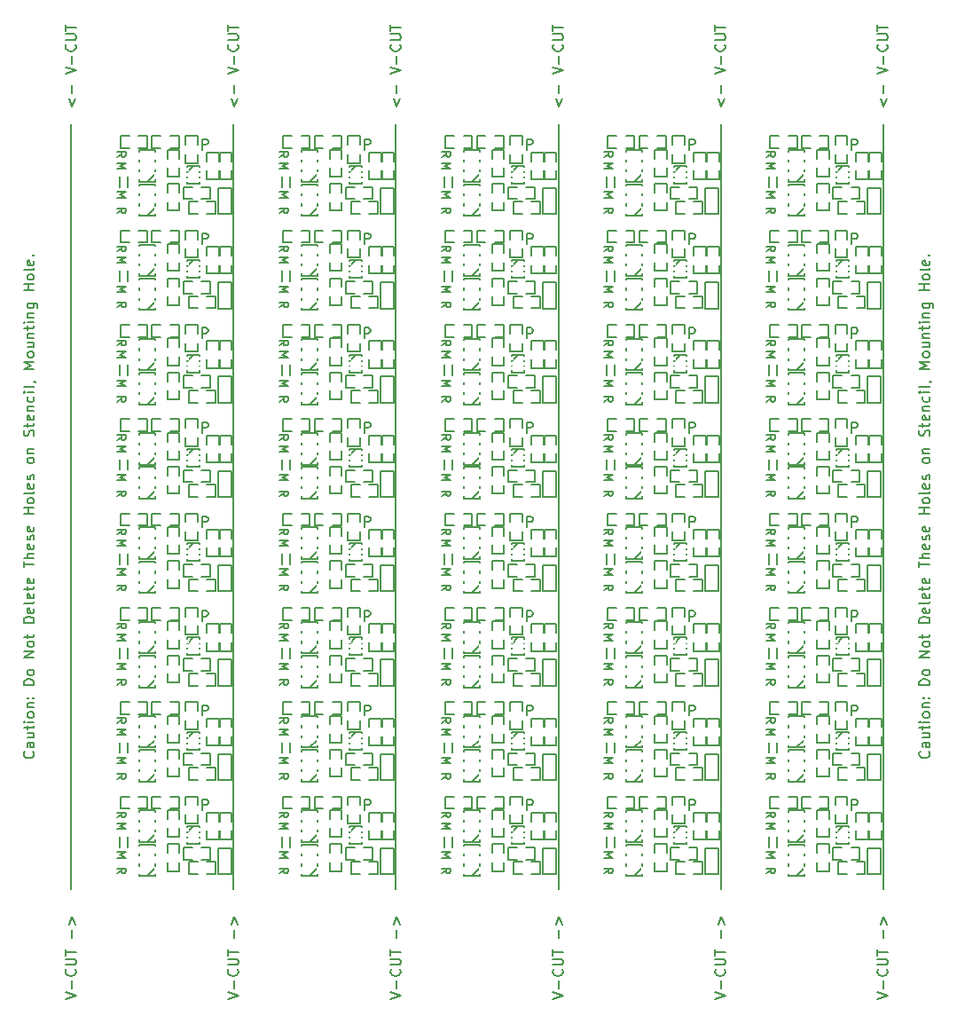
<source format=gto>
G04 #@! TF.GenerationSoftware,KiCad,Pcbnew,(6.0.7)*
G04 #@! TF.CreationDate,2022-09-01T13:19:57+09:00*
G04 #@! TF.ProjectId,switchdecoder3,73776974-6368-4646-9563-6f646572332e,rev?*
G04 #@! TF.SameCoordinates,Original*
G04 #@! TF.FileFunction,Legend,Top*
G04 #@! TF.FilePolarity,Positive*
%FSLAX46Y46*%
G04 Gerber Fmt 4.6, Leading zero omitted, Abs format (unit mm)*
G04 Created by KiCad (PCBNEW (6.0.7)) date 2022-09-01 13:19:57*
%MOMM*%
%LPD*%
G01*
G04 APERTURE LIST*
%ADD10C,0.150000*%
%ADD11C,0.200000*%
%ADD12C,0.180000*%
%ADD13R,0.900000X0.700000*%
%ADD14R,1.000000X0.700000*%
%ADD15R,0.700000X0.900000*%
%ADD16R,0.700000X0.300000*%
%ADD17R,1.800000X1.000000*%
%ADD18C,1.400000*%
%ADD19R,0.500000X0.550000*%
%ADD20R,2.200000X0.800000*%
%ADD21C,2.000000*%
%ADD22R,0.950000X0.950000*%
G04 APERTURE END LIST*
D10*
X5000000Y72500000D02*
X5000000Y62500000D01*
X20500000Y36500000D02*
X20500000Y26500000D01*
X51500000Y9500000D02*
X51500000Y-500000D01*
X20500000Y63500000D02*
X20500000Y53500000D01*
X82500000Y9500000D02*
X82500000Y-500000D01*
X67000000Y63500000D02*
X67000000Y53500000D01*
X51500000Y54500000D02*
X51500000Y44500000D01*
X5000000Y45500000D02*
X5000000Y35500000D01*
X67000000Y72500000D02*
X67000000Y62500000D01*
X82500000Y63500000D02*
X82500000Y53500000D01*
X67000000Y63500000D02*
X67000000Y53500000D01*
X67000000Y36500000D02*
X67000000Y26500000D01*
X36000000Y54500000D02*
X36000000Y44500000D01*
X36000000Y27500000D02*
X36000000Y17500000D01*
X51500000Y27500000D02*
X51500000Y17500000D01*
X20500000Y9500000D02*
X20500000Y-500000D01*
X51500000Y36500000D02*
X51500000Y26500000D01*
X67000000Y45500000D02*
X67000000Y35500000D01*
X36000000Y18500000D02*
X36000000Y8500000D01*
X51500000Y27500000D02*
X51500000Y17500000D01*
X51500000Y63500000D02*
X51500000Y53500000D01*
X82500000Y27500000D02*
X82500000Y17500000D01*
X36000000Y63500000D02*
X36000000Y53500000D01*
X67000000Y27500000D02*
X67000000Y17500000D01*
X5000000Y18500000D02*
X5000000Y8500000D01*
X67000000Y27500000D02*
X67000000Y17500000D01*
X67000000Y9500000D02*
X67000000Y-500000D01*
X5000000Y9500000D02*
X5000000Y-500000D01*
X51500000Y18500000D02*
X51500000Y8500000D01*
X51500000Y54500000D02*
X51500000Y44500000D01*
X51500000Y72500000D02*
X51500000Y62500000D01*
X20500000Y18500000D02*
X20500000Y8500000D01*
X82500000Y45500000D02*
X82500000Y35500000D01*
X20500000Y18500000D02*
X20500000Y8500000D01*
X20500000Y45500000D02*
X20500000Y35500000D01*
X36000000Y9500000D02*
X36000000Y-500000D01*
X5000000Y54500000D02*
X5000000Y44500000D01*
X36000000Y18500000D02*
X36000000Y8500000D01*
X20500000Y36500000D02*
X20500000Y26500000D01*
X36000000Y9500000D02*
X36000000Y-500000D01*
X20500000Y54500000D02*
X20500000Y44500000D01*
X67000000Y45500000D02*
X67000000Y35500000D01*
X51500000Y9500000D02*
X51500000Y-500000D01*
X51500000Y45500000D02*
X51500000Y35500000D01*
X36000000Y45500000D02*
X36000000Y35500000D01*
X5000000Y36500000D02*
X5000000Y26500000D01*
X36000000Y63500000D02*
X36000000Y53500000D01*
X82500000Y36500000D02*
X82500000Y26500000D01*
X36000000Y27500000D02*
X36000000Y17500000D01*
X36000000Y72500000D02*
X36000000Y62500000D01*
X51500000Y18500000D02*
X51500000Y8500000D01*
X51500000Y72500000D02*
X51500000Y62500000D01*
X20500000Y9500000D02*
X20500000Y-500000D01*
X67000000Y18500000D02*
X67000000Y8500000D01*
X36000000Y45500000D02*
X36000000Y35500000D01*
X5000000Y27500000D02*
X5000000Y17500000D01*
X51500000Y45500000D02*
X51500000Y35500000D01*
X20500000Y72500000D02*
X20500000Y62500000D01*
X82500000Y72500000D02*
X82500000Y62500000D01*
X67000000Y36500000D02*
X67000000Y26500000D01*
X67000000Y72500000D02*
X67000000Y62500000D01*
X36000000Y36500000D02*
X36000000Y26500000D01*
X20500000Y45500000D02*
X20500000Y35500000D01*
X20500000Y27500000D02*
X20500000Y17500000D01*
X36000000Y72500000D02*
X36000000Y62500000D01*
X36000000Y36500000D02*
X36000000Y26500000D01*
X20500000Y63500000D02*
X20500000Y53500000D01*
X67000000Y54500000D02*
X67000000Y44500000D01*
X82500000Y54500000D02*
X82500000Y44500000D01*
X67000000Y54500000D02*
X67000000Y44500000D01*
X20500000Y54500000D02*
X20500000Y44500000D01*
X67000000Y9500000D02*
X67000000Y-500000D01*
X51500000Y63500000D02*
X51500000Y53500000D01*
X5000000Y63500000D02*
X5000000Y53500000D01*
X36000000Y54500000D02*
X36000000Y44500000D01*
X67000000Y18500000D02*
X67000000Y8500000D01*
X82500000Y18500000D02*
X82500000Y8500000D01*
X51500000Y36500000D02*
X51500000Y26500000D01*
X20500000Y72500000D02*
X20500000Y62500000D01*
X20500000Y27500000D02*
X20500000Y17500000D01*
X24888095Y21016667D02*
X25688095Y21016667D01*
X25116666Y20750000D01*
X25688095Y20483334D01*
X24888095Y20483334D01*
X40388095Y21016667D02*
X41188095Y21016667D01*
X40616666Y20750000D01*
X41188095Y20483334D01*
X40388095Y20483334D01*
X9388095Y3016667D02*
X10188095Y3016667D01*
X9616666Y2750000D01*
X10188095Y2483334D01*
X9388095Y2483334D01*
X40388095Y59766667D02*
X41188095Y59766667D01*
X40616666Y59500000D01*
X41188095Y59233334D01*
X40388095Y59233334D01*
X40388095Y66016667D02*
X41188095Y66016667D01*
X40616666Y65750000D01*
X41188095Y65483334D01*
X40388095Y65483334D01*
D11*
X32988095Y70047620D02*
X32988095Y71047620D01*
X33369047Y71047620D01*
X33464285Y71000000D01*
X33511904Y70952381D01*
X33559523Y70857143D01*
X33559523Y70714286D01*
X33511904Y70619048D01*
X33464285Y70571429D01*
X33369047Y70523810D01*
X32988095Y70523810D01*
D10*
X82285714Y74928572D02*
X82571428Y74166667D01*
X82857142Y74928572D01*
X82571428Y75404762D02*
X82571428Y76166667D01*
X81952380Y77261905D02*
X82952380Y77595239D01*
X81952380Y77928572D01*
X82571428Y78261905D02*
X82571428Y79023810D01*
X82857142Y80071429D02*
X82904761Y80023810D01*
X82952380Y79880953D01*
X82952380Y79785715D01*
X82904761Y79642858D01*
X82809523Y79547620D01*
X82714285Y79500000D01*
X82523809Y79452381D01*
X82380952Y79452381D01*
X82190476Y79500000D01*
X82095238Y79547620D01*
X82000000Y79642858D01*
X81952380Y79785715D01*
X81952380Y79880953D01*
X82000000Y80023810D01*
X82047619Y80071429D01*
X81952380Y80500000D02*
X82761904Y80500000D01*
X82857142Y80547620D01*
X82904761Y80595239D01*
X82952380Y80690477D01*
X82952380Y80880953D01*
X82904761Y80976191D01*
X82857142Y81023810D01*
X82761904Y81071429D01*
X81952380Y81071429D01*
X81952380Y81404762D02*
X81952380Y81976191D01*
X82952380Y81690477D02*
X81952380Y81690477D01*
X9388095Y32766667D02*
X10188095Y32766667D01*
X9616666Y32500000D01*
X10188095Y32233334D01*
X9388095Y32233334D01*
X71388095Y19002381D02*
X71769047Y19269048D01*
X71388095Y19459524D02*
X72188095Y19459524D01*
X72188095Y19154762D01*
X72150000Y19078572D01*
X72111904Y19040477D01*
X72035714Y19002381D01*
X71921428Y19002381D01*
X71845238Y19040477D01*
X71807142Y19078572D01*
X71769047Y19154762D01*
X71769047Y19459524D01*
X55888095Y30016667D02*
X56688095Y30016667D01*
X56116666Y29750000D01*
X56688095Y29483334D01*
X55888095Y29483334D01*
X9388095Y48016667D02*
X10188095Y48016667D01*
X9616666Y47750000D01*
X10188095Y47483334D01*
X9388095Y47483334D01*
X71388095Y64002381D02*
X71769047Y64269048D01*
X71388095Y64459524D02*
X72188095Y64459524D01*
X72188095Y64154762D01*
X72150000Y64078572D01*
X72111904Y64040477D01*
X72035714Y64002381D01*
X71921428Y64002381D01*
X71845238Y64040477D01*
X71807142Y64078572D01*
X71769047Y64154762D01*
X71769047Y64459524D01*
D11*
X63988095Y25047620D02*
X63988095Y26047620D01*
X64369047Y26047620D01*
X64464285Y26000000D01*
X64511904Y25952381D01*
X64559523Y25857143D01*
X64559523Y25714286D01*
X64511904Y25619048D01*
X64464285Y25571429D01*
X64369047Y25523810D01*
X63988095Y25523810D01*
X48488095Y61047620D02*
X48488095Y62047620D01*
X48869047Y62047620D01*
X48964285Y62000000D01*
X49011904Y61952381D01*
X49059523Y61857143D01*
X49059523Y61714286D01*
X49011904Y61619048D01*
X48964285Y61571429D01*
X48869047Y61523810D01*
X48488095Y61523810D01*
D10*
X24888095Y33352381D02*
X25269047Y33619048D01*
X24888095Y33809524D02*
X25688095Y33809524D01*
X25688095Y33504762D01*
X25650000Y33428572D01*
X25611904Y33390477D01*
X25535714Y33352381D01*
X25421428Y33352381D01*
X25345238Y33390477D01*
X25307142Y33428572D01*
X25269047Y33504762D01*
X25269047Y33809524D01*
D11*
X48488095Y7047620D02*
X48488095Y8047620D01*
X48869047Y8047620D01*
X48964285Y8000000D01*
X49011904Y7952381D01*
X49059523Y7857143D01*
X49059523Y7714286D01*
X49011904Y7619048D01*
X48964285Y7571429D01*
X48869047Y7523810D01*
X48488095Y7523810D01*
D10*
X55888095Y10002381D02*
X56269047Y10269048D01*
X55888095Y10459524D02*
X56688095Y10459524D01*
X56688095Y10154762D01*
X56650000Y10078572D01*
X56611904Y10040477D01*
X56535714Y10002381D01*
X56421428Y10002381D01*
X56345238Y10040477D01*
X56307142Y10078572D01*
X56269047Y10154762D01*
X56269047Y10459524D01*
X81952380Y-10976190D02*
X82952380Y-10642857D01*
X81952380Y-10309523D01*
X82571428Y-9976190D02*
X82571428Y-9214285D01*
X82857142Y-8166666D02*
X82904761Y-8214285D01*
X82952380Y-8357142D01*
X82952380Y-8452380D01*
X82904761Y-8595238D01*
X82809523Y-8690476D01*
X82714285Y-8738095D01*
X82523809Y-8785714D01*
X82380952Y-8785714D01*
X82190476Y-8738095D01*
X82095238Y-8690476D01*
X82000000Y-8595238D01*
X81952380Y-8452380D01*
X81952380Y-8357142D01*
X82000000Y-8214285D01*
X82047619Y-8166666D01*
X81952380Y-7738095D02*
X82761904Y-7738095D01*
X82857142Y-7690476D01*
X82904761Y-7642857D01*
X82952380Y-7547619D01*
X82952380Y-7357142D01*
X82904761Y-7261904D01*
X82857142Y-7214285D01*
X82761904Y-7166666D01*
X81952380Y-7166666D01*
X81952380Y-6833333D02*
X81952380Y-6261904D01*
X82952380Y-6547619D02*
X81952380Y-6547619D01*
X82571428Y-5166666D02*
X82571428Y-4404761D01*
X82285714Y-3928571D02*
X82571428Y-3166666D01*
X82857142Y-3928571D01*
X40388095Y51352381D02*
X40769047Y51619048D01*
X40388095Y51809524D02*
X41188095Y51809524D01*
X41188095Y51504762D01*
X41150000Y51428572D01*
X41111904Y51390477D01*
X41035714Y51352381D01*
X40921428Y51352381D01*
X40845238Y51390477D01*
X40807142Y51428572D01*
X40769047Y51504762D01*
X40769047Y51809524D01*
X71388095Y69352381D02*
X71769047Y69619048D01*
X71388095Y69809524D02*
X72188095Y69809524D01*
X72188095Y69504762D01*
X72150000Y69428572D01*
X72111904Y69390477D01*
X72035714Y69352381D01*
X71921428Y69352381D01*
X71845238Y69390477D01*
X71807142Y69428572D01*
X71769047Y69504762D01*
X71769047Y69809524D01*
X24888095Y14766667D02*
X25688095Y14766667D01*
X25116666Y14500000D01*
X25688095Y14233334D01*
X24888095Y14233334D01*
X24888095Y55002381D02*
X25269047Y55269048D01*
X24888095Y55459524D02*
X25688095Y55459524D01*
X25688095Y55154762D01*
X25650000Y55078572D01*
X25611904Y55040477D01*
X25535714Y55002381D01*
X25421428Y55002381D01*
X25345238Y55040477D01*
X25307142Y55078572D01*
X25269047Y55154762D01*
X25269047Y55459524D01*
X9388095Y69352381D02*
X9769047Y69619048D01*
X9388095Y69809524D02*
X10188095Y69809524D01*
X10188095Y69504762D01*
X10150000Y69428572D01*
X10111904Y69390477D01*
X10035714Y69352381D01*
X9921428Y69352381D01*
X9845238Y69390477D01*
X9807142Y69428572D01*
X9769047Y69504762D01*
X9769047Y69809524D01*
D11*
X48488095Y43047620D02*
X48488095Y44047620D01*
X48869047Y44047620D01*
X48964285Y44000000D01*
X49011904Y43952381D01*
X49059523Y43857143D01*
X49059523Y43714286D01*
X49011904Y43619048D01*
X48964285Y43571429D01*
X48869047Y43523810D01*
X48488095Y43523810D01*
D10*
X9388095Y59766667D02*
X10188095Y59766667D01*
X9616666Y59500000D01*
X10188095Y59233334D01*
X9388095Y59233334D01*
X24888095Y37002381D02*
X25269047Y37269048D01*
X24888095Y37459524D02*
X25688095Y37459524D01*
X25688095Y37154762D01*
X25650000Y37078572D01*
X25611904Y37040477D01*
X25535714Y37002381D01*
X25421428Y37002381D01*
X25345238Y37040477D01*
X25307142Y37078572D01*
X25269047Y37154762D01*
X25269047Y37459524D01*
X9388095Y46002381D02*
X9769047Y46269048D01*
X9388095Y46459524D02*
X10188095Y46459524D01*
X10188095Y46154762D01*
X10150000Y46078572D01*
X10111904Y46040477D01*
X10035714Y46002381D01*
X9921428Y46002381D01*
X9845238Y46040477D01*
X9807142Y46078572D01*
X9769047Y46154762D01*
X9769047Y46459524D01*
X24888095Y50766667D02*
X25688095Y50766667D01*
X25116666Y50500000D01*
X25688095Y50233334D01*
X24888095Y50233334D01*
X9388095Y12016667D02*
X10188095Y12016667D01*
X9616666Y11750000D01*
X10188095Y11483334D01*
X9388095Y11483334D01*
X71388095Y14766667D02*
X72188095Y14766667D01*
X71616666Y14500000D01*
X72188095Y14233334D01*
X71388095Y14233334D01*
X40388095Y68766667D02*
X41188095Y68766667D01*
X40616666Y68500000D01*
X41188095Y68233334D01*
X40388095Y68233334D01*
X40388095Y69352381D02*
X40769047Y69619048D01*
X40388095Y69809524D02*
X41188095Y69809524D01*
X41188095Y69504762D01*
X41150000Y69428572D01*
X41111904Y69390477D01*
X41035714Y69352381D01*
X40921428Y69352381D01*
X40845238Y69390477D01*
X40807142Y69428572D01*
X40769047Y69504762D01*
X40769047Y69809524D01*
D11*
X79488095Y25047620D02*
X79488095Y26047620D01*
X79869047Y26047620D01*
X79964285Y26000000D01*
X80011904Y25952381D01*
X80059523Y25857143D01*
X80059523Y25714286D01*
X80011904Y25619048D01*
X79964285Y25571429D01*
X79869047Y25523810D01*
X79488095Y25523810D01*
D10*
X9388095Y55002381D02*
X9769047Y55269048D01*
X9388095Y55459524D02*
X10188095Y55459524D01*
X10188095Y55154762D01*
X10150000Y55078572D01*
X10111904Y55040477D01*
X10035714Y55002381D01*
X9921428Y55002381D01*
X9845238Y55040477D01*
X9807142Y55078572D01*
X9769047Y55154762D01*
X9769047Y55459524D01*
D11*
X48488095Y52047620D02*
X48488095Y53047620D01*
X48869047Y53047620D01*
X48964285Y53000000D01*
X49011904Y52952381D01*
X49059523Y52857143D01*
X49059523Y52714286D01*
X49011904Y52619048D01*
X48964285Y52571429D01*
X48869047Y52523810D01*
X48488095Y52523810D01*
D10*
X24888095Y32766667D02*
X25688095Y32766667D01*
X25116666Y32500000D01*
X25688095Y32233334D01*
X24888095Y32233334D01*
X71388095Y10002381D02*
X71769047Y10269048D01*
X71388095Y10459524D02*
X72188095Y10459524D01*
X72188095Y10154762D01*
X72150000Y10078572D01*
X72111904Y10040477D01*
X72035714Y10002381D01*
X71921428Y10002381D01*
X71845238Y10040477D01*
X71807142Y10078572D01*
X71769047Y10154762D01*
X71769047Y10459524D01*
X55888095Y19002381D02*
X56269047Y19269048D01*
X55888095Y19459524D02*
X56688095Y19459524D01*
X56688095Y19154762D01*
X56650000Y19078572D01*
X56611904Y19040477D01*
X56535714Y19002381D01*
X56421428Y19002381D01*
X56345238Y19040477D01*
X56307142Y19078572D01*
X56269047Y19154762D01*
X56269047Y19459524D01*
X1357142Y12619048D02*
X1404761Y12571429D01*
X1452380Y12428572D01*
X1452380Y12333334D01*
X1404761Y12190477D01*
X1309523Y12095239D01*
X1214285Y12047620D01*
X1023809Y12000001D01*
X880952Y12000001D01*
X690476Y12047620D01*
X595238Y12095239D01*
X500000Y12190477D01*
X452380Y12333334D01*
X452380Y12428572D01*
X500000Y12571429D01*
X547619Y12619048D01*
X1452380Y13476191D02*
X928571Y13476191D01*
X833333Y13428572D01*
X785714Y13333334D01*
X785714Y13142858D01*
X833333Y13047620D01*
X1404761Y13476191D02*
X1452380Y13380953D01*
X1452380Y13142858D01*
X1404761Y13047620D01*
X1309523Y13000001D01*
X1214285Y13000001D01*
X1119047Y13047620D01*
X1071428Y13142858D01*
X1071428Y13380953D01*
X1023809Y13476191D01*
X785714Y14380953D02*
X1452380Y14380953D01*
X785714Y13952381D02*
X1309523Y13952381D01*
X1404761Y14000001D01*
X1452380Y14095239D01*
X1452380Y14238096D01*
X1404761Y14333334D01*
X1357142Y14380953D01*
X785714Y14714286D02*
X785714Y15095239D01*
X452380Y14857143D02*
X1309523Y14857143D01*
X1404761Y14904762D01*
X1452380Y15000001D01*
X1452380Y15095239D01*
X1452380Y15428572D02*
X785714Y15428572D01*
X452380Y15428572D02*
X500000Y15380953D01*
X547619Y15428572D01*
X500000Y15476191D01*
X452380Y15428572D01*
X547619Y15428572D01*
X1452380Y16047620D02*
X1404761Y15952381D01*
X1357142Y15904762D01*
X1261904Y15857143D01*
X976190Y15857143D01*
X880952Y15904762D01*
X833333Y15952381D01*
X785714Y16047620D01*
X785714Y16190477D01*
X833333Y16285715D01*
X880952Y16333334D01*
X976190Y16380953D01*
X1261904Y16380953D01*
X1357142Y16333334D01*
X1404761Y16285715D01*
X1452380Y16190477D01*
X1452380Y16047620D01*
X785714Y16809524D02*
X1452380Y16809524D01*
X880952Y16809524D02*
X833333Y16857143D01*
X785714Y16952381D01*
X785714Y17095239D01*
X833333Y17190477D01*
X928571Y17238096D01*
X1452380Y17238096D01*
X1357142Y17714286D02*
X1404761Y17761905D01*
X1452380Y17714286D01*
X1404761Y17666667D01*
X1357142Y17714286D01*
X1452380Y17714286D01*
X833333Y17714286D02*
X880952Y17761905D01*
X928571Y17714286D01*
X880952Y17666667D01*
X833333Y17714286D01*
X928571Y17714286D01*
X1452380Y18952381D02*
X452380Y18952381D01*
X452380Y19190477D01*
X500000Y19333334D01*
X595238Y19428572D01*
X690476Y19476191D01*
X880952Y19523810D01*
X1023809Y19523810D01*
X1214285Y19476191D01*
X1309523Y19428572D01*
X1404761Y19333334D01*
X1452380Y19190477D01*
X1452380Y18952381D01*
X1452380Y20095239D02*
X1404761Y20000001D01*
X1357142Y19952381D01*
X1261904Y19904762D01*
X976190Y19904762D01*
X880952Y19952381D01*
X833333Y20000001D01*
X785714Y20095239D01*
X785714Y20238096D01*
X833333Y20333334D01*
X880952Y20380953D01*
X976190Y20428572D01*
X1261904Y20428572D01*
X1357142Y20380953D01*
X1404761Y20333334D01*
X1452380Y20238096D01*
X1452380Y20095239D01*
X1452380Y21619048D02*
X452380Y21619048D01*
X1452380Y22190477D01*
X452380Y22190477D01*
X1452380Y22809524D02*
X1404761Y22714286D01*
X1357142Y22666667D01*
X1261904Y22619048D01*
X976190Y22619048D01*
X880952Y22666667D01*
X833333Y22714286D01*
X785714Y22809524D01*
X785714Y22952381D01*
X833333Y23047620D01*
X880952Y23095239D01*
X976190Y23142858D01*
X1261904Y23142858D01*
X1357142Y23095239D01*
X1404761Y23047620D01*
X1452380Y22952381D01*
X1452380Y22809524D01*
X785714Y23428572D02*
X785714Y23809524D01*
X452380Y23571429D02*
X1309523Y23571429D01*
X1404761Y23619048D01*
X1452380Y23714286D01*
X1452380Y23809524D01*
X1452380Y24904762D02*
X452380Y24904762D01*
X452380Y25142858D01*
X500000Y25285715D01*
X595238Y25380953D01*
X690476Y25428572D01*
X880952Y25476191D01*
X1023809Y25476191D01*
X1214285Y25428572D01*
X1309523Y25380953D01*
X1404761Y25285715D01*
X1452380Y25142858D01*
X1452380Y24904762D01*
X1404761Y26285715D02*
X1452380Y26190477D01*
X1452380Y26000000D01*
X1404761Y25904762D01*
X1309523Y25857143D01*
X928571Y25857143D01*
X833333Y25904762D01*
X785714Y26000000D01*
X785714Y26190477D01*
X833333Y26285715D01*
X928571Y26333334D01*
X1023809Y26333334D01*
X1119047Y25857143D01*
X1452380Y26904762D02*
X1404761Y26809524D01*
X1309523Y26761905D01*
X452380Y26761905D01*
X1404761Y27666667D02*
X1452380Y27571429D01*
X1452380Y27380953D01*
X1404761Y27285715D01*
X1309523Y27238096D01*
X928571Y27238096D01*
X833333Y27285715D01*
X785714Y27380953D01*
X785714Y27571429D01*
X833333Y27666667D01*
X928571Y27714286D01*
X1023809Y27714286D01*
X1119047Y27238096D01*
X785714Y28000000D02*
X785714Y28380953D01*
X452380Y28142858D02*
X1309523Y28142858D01*
X1404761Y28190477D01*
X1452380Y28285715D01*
X1452380Y28380953D01*
X1404761Y29095239D02*
X1452380Y29000000D01*
X1452380Y28809524D01*
X1404761Y28714286D01*
X1309523Y28666667D01*
X928571Y28666667D01*
X833333Y28714286D01*
X785714Y28809524D01*
X785714Y29000000D01*
X833333Y29095239D01*
X928571Y29142858D01*
X1023809Y29142858D01*
X1119047Y28666667D01*
X452380Y30190477D02*
X452380Y30761905D01*
X1452380Y30476191D02*
X452380Y30476191D01*
X1452380Y31095239D02*
X452380Y31095239D01*
X1452380Y31523810D02*
X928571Y31523810D01*
X833333Y31476191D01*
X785714Y31380953D01*
X785714Y31238096D01*
X833333Y31142858D01*
X880952Y31095239D01*
X1404761Y32380953D02*
X1452380Y32285715D01*
X1452380Y32095239D01*
X1404761Y32000000D01*
X1309523Y31952381D01*
X928571Y31952381D01*
X833333Y32000000D01*
X785714Y32095239D01*
X785714Y32285715D01*
X833333Y32380953D01*
X928571Y32428572D01*
X1023809Y32428572D01*
X1119047Y31952381D01*
X1404761Y32809524D02*
X1452380Y32904762D01*
X1452380Y33095239D01*
X1404761Y33190477D01*
X1309523Y33238096D01*
X1261904Y33238096D01*
X1166666Y33190477D01*
X1119047Y33095239D01*
X1119047Y32952381D01*
X1071428Y32857143D01*
X976190Y32809524D01*
X928571Y32809524D01*
X833333Y32857143D01*
X785714Y32952381D01*
X785714Y33095239D01*
X833333Y33190477D01*
X1404761Y34047620D02*
X1452380Y33952381D01*
X1452380Y33761905D01*
X1404761Y33666667D01*
X1309523Y33619048D01*
X928571Y33619048D01*
X833333Y33666667D01*
X785714Y33761905D01*
X785714Y33952381D01*
X833333Y34047620D01*
X928571Y34095239D01*
X1023809Y34095239D01*
X1119047Y33619048D01*
X1452380Y35285715D02*
X452380Y35285715D01*
X928571Y35285715D02*
X928571Y35857143D01*
X1452380Y35857143D02*
X452380Y35857143D01*
X1452380Y36476191D02*
X1404761Y36380953D01*
X1357142Y36333334D01*
X1261904Y36285715D01*
X976190Y36285715D01*
X880952Y36333334D01*
X833333Y36380953D01*
X785714Y36476191D01*
X785714Y36619048D01*
X833333Y36714286D01*
X880952Y36761905D01*
X976190Y36809524D01*
X1261904Y36809524D01*
X1357142Y36761905D01*
X1404761Y36714286D01*
X1452380Y36619048D01*
X1452380Y36476191D01*
X1452380Y37380953D02*
X1404761Y37285715D01*
X1309523Y37238096D01*
X452380Y37238096D01*
X1404761Y38142858D02*
X1452380Y38047620D01*
X1452380Y37857143D01*
X1404761Y37761905D01*
X1309523Y37714286D01*
X928571Y37714286D01*
X833333Y37761905D01*
X785714Y37857143D01*
X785714Y38047620D01*
X833333Y38142858D01*
X928571Y38190477D01*
X1023809Y38190477D01*
X1119047Y37714286D01*
X1404761Y38571429D02*
X1452380Y38666667D01*
X1452380Y38857143D01*
X1404761Y38952381D01*
X1309523Y39000000D01*
X1261904Y39000000D01*
X1166666Y38952381D01*
X1119047Y38857143D01*
X1119047Y38714286D01*
X1071428Y38619048D01*
X976190Y38571429D01*
X928571Y38571429D01*
X833333Y38619048D01*
X785714Y38714286D01*
X785714Y38857143D01*
X833333Y38952381D01*
X1452380Y40333334D02*
X1404761Y40238096D01*
X1357142Y40190477D01*
X1261904Y40142858D01*
X976190Y40142858D01*
X880952Y40190477D01*
X833333Y40238096D01*
X785714Y40333334D01*
X785714Y40476191D01*
X833333Y40571429D01*
X880952Y40619048D01*
X976190Y40666667D01*
X1261904Y40666667D01*
X1357142Y40619048D01*
X1404761Y40571429D01*
X1452380Y40476191D01*
X1452380Y40333334D01*
X785714Y41095239D02*
X1452380Y41095239D01*
X880952Y41095239D02*
X833333Y41142858D01*
X785714Y41238096D01*
X785714Y41380953D01*
X833333Y41476191D01*
X928571Y41523810D01*
X1452380Y41523810D01*
X1404761Y42714286D02*
X1452380Y42857143D01*
X1452380Y43095239D01*
X1404761Y43190477D01*
X1357142Y43238096D01*
X1261904Y43285715D01*
X1166666Y43285715D01*
X1071428Y43238096D01*
X1023809Y43190477D01*
X976190Y43095239D01*
X928571Y42904762D01*
X880952Y42809524D01*
X833333Y42761905D01*
X738095Y42714286D01*
X642857Y42714286D01*
X547619Y42761905D01*
X500000Y42809524D01*
X452380Y42904762D01*
X452380Y43142858D01*
X500000Y43285715D01*
X785714Y43571429D02*
X785714Y43952381D01*
X452380Y43714286D02*
X1309523Y43714286D01*
X1404761Y43761905D01*
X1452380Y43857143D01*
X1452380Y43952381D01*
X1404761Y44666667D02*
X1452380Y44571429D01*
X1452380Y44380953D01*
X1404761Y44285715D01*
X1309523Y44238096D01*
X928571Y44238096D01*
X833333Y44285715D01*
X785714Y44380953D01*
X785714Y44571429D01*
X833333Y44666667D01*
X928571Y44714286D01*
X1023809Y44714286D01*
X1119047Y44238096D01*
X785714Y45142858D02*
X1452380Y45142858D01*
X880952Y45142858D02*
X833333Y45190477D01*
X785714Y45285715D01*
X785714Y45428572D01*
X833333Y45523810D01*
X928571Y45571429D01*
X1452380Y45571429D01*
X1404761Y46476191D02*
X1452380Y46380953D01*
X1452380Y46190477D01*
X1404761Y46095239D01*
X1357142Y46047620D01*
X1261904Y46000000D01*
X976190Y46000000D01*
X880952Y46047620D01*
X833333Y46095239D01*
X785714Y46190477D01*
X785714Y46380953D01*
X833333Y46476191D01*
X1452380Y46904762D02*
X785714Y46904762D01*
X452380Y46904762D02*
X500000Y46857143D01*
X547619Y46904762D01*
X500000Y46952381D01*
X452380Y46904762D01*
X547619Y46904762D01*
X1452380Y47523810D02*
X1404761Y47428572D01*
X1309523Y47380953D01*
X452380Y47380953D01*
X1404761Y47952381D02*
X1452380Y47952381D01*
X1547619Y47904762D01*
X1595238Y47857143D01*
X1452380Y49142858D02*
X452380Y49142858D01*
X1166666Y49476191D01*
X452380Y49809524D01*
X1452380Y49809524D01*
X1452380Y50428572D02*
X1404761Y50333334D01*
X1357142Y50285715D01*
X1261904Y50238096D01*
X976190Y50238096D01*
X880952Y50285715D01*
X833333Y50333334D01*
X785714Y50428572D01*
X785714Y50571429D01*
X833333Y50666667D01*
X880952Y50714286D01*
X976190Y50761905D01*
X1261904Y50761905D01*
X1357142Y50714286D01*
X1404761Y50666667D01*
X1452380Y50571429D01*
X1452380Y50428572D01*
X785714Y51619048D02*
X1452380Y51619048D01*
X785714Y51190477D02*
X1309523Y51190477D01*
X1404761Y51238096D01*
X1452380Y51333334D01*
X1452380Y51476191D01*
X1404761Y51571429D01*
X1357142Y51619048D01*
X785714Y52095239D02*
X1452380Y52095239D01*
X880952Y52095239D02*
X833333Y52142858D01*
X785714Y52238096D01*
X785714Y52380953D01*
X833333Y52476191D01*
X928571Y52523810D01*
X1452380Y52523810D01*
X785714Y52857143D02*
X785714Y53238096D01*
X452380Y53000000D02*
X1309523Y53000000D01*
X1404761Y53047620D01*
X1452380Y53142858D01*
X1452380Y53238096D01*
X1452380Y53571429D02*
X785714Y53571429D01*
X452380Y53571429D02*
X500000Y53523810D01*
X547619Y53571429D01*
X500000Y53619048D01*
X452380Y53571429D01*
X547619Y53571429D01*
X785714Y54047620D02*
X1452380Y54047620D01*
X880952Y54047620D02*
X833333Y54095239D01*
X785714Y54190477D01*
X785714Y54333334D01*
X833333Y54428572D01*
X928571Y54476191D01*
X1452380Y54476191D01*
X785714Y55380953D02*
X1595238Y55380953D01*
X1690476Y55333334D01*
X1738095Y55285715D01*
X1785714Y55190477D01*
X1785714Y55047620D01*
X1738095Y54952381D01*
X1404761Y55380953D02*
X1452380Y55285715D01*
X1452380Y55095239D01*
X1404761Y55000000D01*
X1357142Y54952381D01*
X1261904Y54904762D01*
X976190Y54904762D01*
X880952Y54952381D01*
X833333Y55000000D01*
X785714Y55095239D01*
X785714Y55285715D01*
X833333Y55380953D01*
X1452380Y56619048D02*
X452380Y56619048D01*
X928571Y56619048D02*
X928571Y57190477D01*
X1452380Y57190477D02*
X452380Y57190477D01*
X1452380Y57809524D02*
X1404761Y57714286D01*
X1357142Y57666667D01*
X1261904Y57619048D01*
X976190Y57619048D01*
X880952Y57666667D01*
X833333Y57714286D01*
X785714Y57809524D01*
X785714Y57952381D01*
X833333Y58047620D01*
X880952Y58095239D01*
X976190Y58142858D01*
X1261904Y58142858D01*
X1357142Y58095239D01*
X1404761Y58047620D01*
X1452380Y57952381D01*
X1452380Y57809524D01*
X1452380Y58714286D02*
X1404761Y58619048D01*
X1309523Y58571429D01*
X452380Y58571429D01*
X1404761Y59476191D02*
X1452380Y59380953D01*
X1452380Y59190477D01*
X1404761Y59095239D01*
X1309523Y59047620D01*
X928571Y59047620D01*
X833333Y59095239D01*
X785714Y59190477D01*
X785714Y59380953D01*
X833333Y59476191D01*
X928571Y59523810D01*
X1023809Y59523810D01*
X1119047Y59047620D01*
X1357142Y59952381D02*
X1404761Y60000000D01*
X1452380Y59952381D01*
X1404761Y59904762D01*
X1357142Y59952381D01*
X1452380Y59952381D01*
X55888095Y55002381D02*
X56269047Y55269048D01*
X55888095Y55459524D02*
X56688095Y55459524D01*
X56688095Y55154762D01*
X56650000Y55078572D01*
X56611904Y55040477D01*
X56535714Y55002381D01*
X56421428Y55002381D01*
X56345238Y55040477D01*
X56307142Y55078572D01*
X56269047Y55154762D01*
X56269047Y55459524D01*
X40388095Y64002381D02*
X40769047Y64269048D01*
X40388095Y64459524D02*
X41188095Y64459524D01*
X41188095Y64154762D01*
X41150000Y64078572D01*
X41111904Y64040477D01*
X41035714Y64002381D01*
X40921428Y64002381D01*
X40845238Y64040477D01*
X40807142Y64078572D01*
X40769047Y64154762D01*
X40769047Y64459524D01*
X24888095Y28002381D02*
X25269047Y28269048D01*
X24888095Y28459524D02*
X25688095Y28459524D01*
X25688095Y28154762D01*
X25650000Y28078572D01*
X25611904Y28040477D01*
X25535714Y28002381D01*
X25421428Y28002381D01*
X25345238Y28040477D01*
X25307142Y28078572D01*
X25269047Y28154762D01*
X25269047Y28459524D01*
D11*
X17488095Y43047620D02*
X17488095Y44047620D01*
X17869047Y44047620D01*
X17964285Y44000000D01*
X18011904Y43952381D01*
X18059523Y43857143D01*
X18059523Y43714286D01*
X18011904Y43619048D01*
X17964285Y43571429D01*
X17869047Y43523810D01*
X17488095Y43523810D01*
D10*
X9388095Y28002381D02*
X9769047Y28269048D01*
X9388095Y28459524D02*
X10188095Y28459524D01*
X10188095Y28154762D01*
X10150000Y28078572D01*
X10111904Y28040477D01*
X10035714Y28002381D01*
X9921428Y28002381D01*
X9845238Y28040477D01*
X9807142Y28078572D01*
X9769047Y28154762D01*
X9769047Y28459524D01*
D11*
X63988095Y52047620D02*
X63988095Y53047620D01*
X64369047Y53047620D01*
X64464285Y53000000D01*
X64511904Y52952381D01*
X64559523Y52857143D01*
X64559523Y52714286D01*
X64511904Y52619048D01*
X64464285Y52571429D01*
X64369047Y52523810D01*
X63988095Y52523810D01*
X63988095Y16047620D02*
X63988095Y17047620D01*
X64369047Y17047620D01*
X64464285Y17000000D01*
X64511904Y16952381D01*
X64559523Y16857143D01*
X64559523Y16714286D01*
X64511904Y16619048D01*
X64464285Y16571429D01*
X64369047Y16523810D01*
X63988095Y16523810D01*
D10*
X9388095Y68766667D02*
X10188095Y68766667D01*
X9616666Y68500000D01*
X10188095Y68233334D01*
X9388095Y68233334D01*
D11*
X63988095Y61047620D02*
X63988095Y62047620D01*
X64369047Y62047620D01*
X64464285Y62000000D01*
X64511904Y61952381D01*
X64559523Y61857143D01*
X64559523Y61714286D01*
X64511904Y61619048D01*
X64464285Y61571429D01*
X64369047Y61523810D01*
X63988095Y61523810D01*
D10*
X24888095Y42352381D02*
X25269047Y42619048D01*
X24888095Y42809524D02*
X25688095Y42809524D01*
X25688095Y42504762D01*
X25650000Y42428572D01*
X25611904Y42390477D01*
X25535714Y42352381D01*
X25421428Y42352381D01*
X25345238Y42390477D01*
X25307142Y42428572D01*
X25269047Y42504762D01*
X25269047Y42809524D01*
X40388095Y23766667D02*
X41188095Y23766667D01*
X40616666Y23500000D01*
X41188095Y23233334D01*
X40388095Y23233334D01*
X24888095Y23766667D02*
X25688095Y23766667D01*
X25116666Y23500000D01*
X25688095Y23233334D01*
X24888095Y23233334D01*
D11*
X17488095Y16047620D02*
X17488095Y17047620D01*
X17869047Y17047620D01*
X17964285Y17000000D01*
X18011904Y16952381D01*
X18059523Y16857143D01*
X18059523Y16714286D01*
X18011904Y16619048D01*
X17964285Y16571429D01*
X17869047Y16523810D01*
X17488095Y16523810D01*
D10*
X9388095Y64002381D02*
X9769047Y64269048D01*
X9388095Y64459524D02*
X10188095Y64459524D01*
X10188095Y64154762D01*
X10150000Y64078572D01*
X10111904Y64040477D01*
X10035714Y64002381D01*
X9921428Y64002381D01*
X9845238Y64040477D01*
X9807142Y64078572D01*
X9769047Y64154762D01*
X9769047Y64459524D01*
X55888095Y32766667D02*
X56688095Y32766667D01*
X56116666Y32500000D01*
X56688095Y32233334D01*
X55888095Y32233334D01*
X55888095Y21016667D02*
X56688095Y21016667D01*
X56116666Y20750000D01*
X56688095Y20483334D01*
X55888095Y20483334D01*
X40388095Y1002381D02*
X40769047Y1269048D01*
X40388095Y1459524D02*
X41188095Y1459524D01*
X41188095Y1154762D01*
X41150000Y1078572D01*
X41111904Y1040477D01*
X41035714Y1002381D01*
X40921428Y1002381D01*
X40845238Y1040477D01*
X40807142Y1078572D01*
X40769047Y1154762D01*
X40769047Y1459524D01*
D11*
X79488095Y16047620D02*
X79488095Y17047620D01*
X79869047Y17047620D01*
X79964285Y17000000D01*
X80011904Y16952381D01*
X80059523Y16857143D01*
X80059523Y16714286D01*
X80011904Y16619048D01*
X79964285Y16571429D01*
X79869047Y16523810D01*
X79488095Y16523810D01*
D10*
X24888095Y1002381D02*
X25269047Y1269048D01*
X24888095Y1459524D02*
X25688095Y1459524D01*
X25688095Y1154762D01*
X25650000Y1078572D01*
X25611904Y1040477D01*
X25535714Y1002381D01*
X25421428Y1002381D01*
X25345238Y1040477D01*
X25307142Y1078572D01*
X25269047Y1154762D01*
X25269047Y1459524D01*
X9388095Y60352381D02*
X9769047Y60619048D01*
X9388095Y60809524D02*
X10188095Y60809524D01*
X10188095Y60504762D01*
X10150000Y60428572D01*
X10111904Y60390477D01*
X10035714Y60352381D01*
X9921428Y60352381D01*
X9845238Y60390477D01*
X9807142Y60428572D01*
X9769047Y60504762D01*
X9769047Y60809524D01*
X55888095Y39016667D02*
X56688095Y39016667D01*
X56116666Y38750000D01*
X56688095Y38483334D01*
X55888095Y38483334D01*
X9388095Y57016667D02*
X10188095Y57016667D01*
X9616666Y56750000D01*
X10188095Y56483334D01*
X9388095Y56483334D01*
X24888095Y68766667D02*
X25688095Y68766667D01*
X25116666Y68500000D01*
X25688095Y68233334D01*
X24888095Y68233334D01*
X71388095Y50766667D02*
X72188095Y50766667D01*
X71616666Y50500000D01*
X72188095Y50233334D01*
X71388095Y50233334D01*
X55888095Y41766667D02*
X56688095Y41766667D01*
X56116666Y41500000D01*
X56688095Y41233334D01*
X55888095Y41233334D01*
X71388095Y30016667D02*
X72188095Y30016667D01*
X71616666Y29750000D01*
X72188095Y29483334D01*
X71388095Y29483334D01*
X40388095Y14766667D02*
X41188095Y14766667D01*
X40616666Y14500000D01*
X41188095Y14233334D01*
X40388095Y14233334D01*
X24888095Y69352381D02*
X25269047Y69619048D01*
X24888095Y69809524D02*
X25688095Y69809524D01*
X25688095Y69504762D01*
X25650000Y69428572D01*
X25611904Y69390477D01*
X25535714Y69352381D01*
X25421428Y69352381D01*
X25345238Y69390477D01*
X25307142Y69428572D01*
X25269047Y69504762D01*
X25269047Y69809524D01*
X9388095Y37002381D02*
X9769047Y37269048D01*
X9388095Y37459524D02*
X10188095Y37459524D01*
X10188095Y37154762D01*
X10150000Y37078572D01*
X10111904Y37040477D01*
X10035714Y37002381D01*
X9921428Y37002381D01*
X9845238Y37040477D01*
X9807142Y37078572D01*
X9769047Y37154762D01*
X9769047Y37459524D01*
X40388095Y32766667D02*
X41188095Y32766667D01*
X40616666Y32500000D01*
X41188095Y32233334D01*
X40388095Y32233334D01*
X51285714Y74928572D02*
X51571428Y74166667D01*
X51857142Y74928572D01*
X51571428Y75404762D02*
X51571428Y76166667D01*
X50952380Y77261905D02*
X51952380Y77595239D01*
X50952380Y77928572D01*
X51571428Y78261905D02*
X51571428Y79023810D01*
X51857142Y80071429D02*
X51904761Y80023810D01*
X51952380Y79880953D01*
X51952380Y79785715D01*
X51904761Y79642858D01*
X51809523Y79547620D01*
X51714285Y79500000D01*
X51523809Y79452381D01*
X51380952Y79452381D01*
X51190476Y79500000D01*
X51095238Y79547620D01*
X51000000Y79642858D01*
X50952380Y79785715D01*
X50952380Y79880953D01*
X51000000Y80023810D01*
X51047619Y80071429D01*
X50952380Y80500000D02*
X51761904Y80500000D01*
X51857142Y80547620D01*
X51904761Y80595239D01*
X51952380Y80690477D01*
X51952380Y80880953D01*
X51904761Y80976191D01*
X51857142Y81023810D01*
X51761904Y81071429D01*
X50952380Y81071429D01*
X50952380Y81404762D02*
X50952380Y81976191D01*
X51952380Y81690477D02*
X50952380Y81690477D01*
X4785714Y74928572D02*
X5071428Y74166667D01*
X5357142Y74928572D01*
X5071428Y75404762D02*
X5071428Y76166667D01*
X4452380Y77261905D02*
X5452380Y77595239D01*
X4452380Y77928572D01*
X5071428Y78261905D02*
X5071428Y79023810D01*
X5357142Y80071429D02*
X5404761Y80023810D01*
X5452380Y79880953D01*
X5452380Y79785715D01*
X5404761Y79642858D01*
X5309523Y79547620D01*
X5214285Y79500000D01*
X5023809Y79452381D01*
X4880952Y79452381D01*
X4690476Y79500000D01*
X4595238Y79547620D01*
X4500000Y79642858D01*
X4452380Y79785715D01*
X4452380Y79880953D01*
X4500000Y80023810D01*
X4547619Y80071429D01*
X4452380Y80500000D02*
X5261904Y80500000D01*
X5357142Y80547620D01*
X5404761Y80595239D01*
X5452380Y80690477D01*
X5452380Y80880953D01*
X5404761Y80976191D01*
X5357142Y81023810D01*
X5261904Y81071429D01*
X4452380Y81071429D01*
X4452380Y81404762D02*
X4452380Y81976191D01*
X5452380Y81690477D02*
X4452380Y81690477D01*
X71388095Y32766667D02*
X72188095Y32766667D01*
X71616666Y32500000D01*
X72188095Y32233334D01*
X71388095Y32233334D01*
D11*
X63988095Y43047620D02*
X63988095Y44047620D01*
X64369047Y44047620D01*
X64464285Y44000000D01*
X64511904Y43952381D01*
X64559523Y43857143D01*
X64559523Y43714286D01*
X64511904Y43619048D01*
X64464285Y43571429D01*
X64369047Y43523810D01*
X63988095Y43523810D01*
D10*
X71388095Y5766667D02*
X72188095Y5766667D01*
X71616666Y5500000D01*
X72188095Y5233334D01*
X71388095Y5233334D01*
X9388095Y33352381D02*
X9769047Y33619048D01*
X9388095Y33809524D02*
X10188095Y33809524D01*
X10188095Y33504762D01*
X10150000Y33428572D01*
X10111904Y33390477D01*
X10035714Y33352381D01*
X9921428Y33352381D01*
X9845238Y33390477D01*
X9807142Y33428572D01*
X9769047Y33504762D01*
X9769047Y33809524D01*
X24888095Y39016667D02*
X25688095Y39016667D01*
X25116666Y38750000D01*
X25688095Y38483334D01*
X24888095Y38483334D01*
X71388095Y1002381D02*
X71769047Y1269048D01*
X71388095Y1459524D02*
X72188095Y1459524D01*
X72188095Y1154762D01*
X72150000Y1078572D01*
X72111904Y1040477D01*
X72035714Y1002381D01*
X71921428Y1002381D01*
X71845238Y1040477D01*
X71807142Y1078572D01*
X71769047Y1154762D01*
X71769047Y1459524D01*
X55888095Y59766667D02*
X56688095Y59766667D01*
X56116666Y59500000D01*
X56688095Y59233334D01*
X55888095Y59233334D01*
X24888095Y51352381D02*
X25269047Y51619048D01*
X24888095Y51809524D02*
X25688095Y51809524D01*
X25688095Y51504762D01*
X25650000Y51428572D01*
X25611904Y51390477D01*
X25535714Y51352381D01*
X25421428Y51352381D01*
X25345238Y51390477D01*
X25307142Y51428572D01*
X25269047Y51504762D01*
X25269047Y51809524D01*
X55888095Y28002381D02*
X56269047Y28269048D01*
X55888095Y28459524D02*
X56688095Y28459524D01*
X56688095Y28154762D01*
X56650000Y28078572D01*
X56611904Y28040477D01*
X56535714Y28002381D01*
X56421428Y28002381D01*
X56345238Y28040477D01*
X56307142Y28078572D01*
X56269047Y28154762D01*
X56269047Y28459524D01*
X55888095Y64002381D02*
X56269047Y64269048D01*
X55888095Y64459524D02*
X56688095Y64459524D01*
X56688095Y64154762D01*
X56650000Y64078572D01*
X56611904Y64040477D01*
X56535714Y64002381D01*
X56421428Y64002381D01*
X56345238Y64040477D01*
X56307142Y64078572D01*
X56269047Y64154762D01*
X56269047Y64459524D01*
X71388095Y6352381D02*
X71769047Y6619048D01*
X71388095Y6809524D02*
X72188095Y6809524D01*
X72188095Y6504762D01*
X72150000Y6428572D01*
X72111904Y6390477D01*
X72035714Y6352381D01*
X71921428Y6352381D01*
X71845238Y6390477D01*
X71807142Y6428572D01*
X71769047Y6504762D01*
X71769047Y6809524D01*
D11*
X32988095Y7047620D02*
X32988095Y8047620D01*
X33369047Y8047620D01*
X33464285Y8000000D01*
X33511904Y7952381D01*
X33559523Y7857143D01*
X33559523Y7714286D01*
X33511904Y7619048D01*
X33464285Y7571429D01*
X33369047Y7523810D01*
X32988095Y7523810D01*
X17488095Y52047620D02*
X17488095Y53047620D01*
X17869047Y53047620D01*
X17964285Y53000000D01*
X18011904Y52952381D01*
X18059523Y52857143D01*
X18059523Y52714286D01*
X18011904Y52619048D01*
X17964285Y52571429D01*
X17869047Y52523810D01*
X17488095Y52523810D01*
D10*
X40388095Y6352381D02*
X40769047Y6619048D01*
X40388095Y6809524D02*
X41188095Y6809524D01*
X41188095Y6504762D01*
X41150000Y6428572D01*
X41111904Y6390477D01*
X41035714Y6352381D01*
X40921428Y6352381D01*
X40845238Y6390477D01*
X40807142Y6428572D01*
X40769047Y6504762D01*
X40769047Y6809524D01*
X55888095Y33352381D02*
X56269047Y33619048D01*
X55888095Y33809524D02*
X56688095Y33809524D01*
X56688095Y33504762D01*
X56650000Y33428572D01*
X56611904Y33390477D01*
X56535714Y33352381D01*
X56421428Y33352381D01*
X56345238Y33390477D01*
X56307142Y33428572D01*
X56269047Y33504762D01*
X56269047Y33809524D01*
X71388095Y37002381D02*
X71769047Y37269048D01*
X71388095Y37459524D02*
X72188095Y37459524D01*
X72188095Y37154762D01*
X72150000Y37078572D01*
X72111904Y37040477D01*
X72035714Y37002381D01*
X71921428Y37002381D01*
X71845238Y37040477D01*
X71807142Y37078572D01*
X71769047Y37154762D01*
X71769047Y37459524D01*
X24888095Y19002381D02*
X25269047Y19269048D01*
X24888095Y19459524D02*
X25688095Y19459524D01*
X25688095Y19154762D01*
X25650000Y19078572D01*
X25611904Y19040477D01*
X25535714Y19002381D01*
X25421428Y19002381D01*
X25345238Y19040477D01*
X25307142Y19078572D01*
X25269047Y19154762D01*
X25269047Y19459524D01*
X40388095Y15352381D02*
X40769047Y15619048D01*
X40388095Y15809524D02*
X41188095Y15809524D01*
X41188095Y15504762D01*
X41150000Y15428572D01*
X41111904Y15390477D01*
X41035714Y15352381D01*
X40921428Y15352381D01*
X40845238Y15390477D01*
X40807142Y15428572D01*
X40769047Y15504762D01*
X40769047Y15809524D01*
X24888095Y30016667D02*
X25688095Y30016667D01*
X25116666Y29750000D01*
X25688095Y29483334D01*
X24888095Y29483334D01*
D11*
X17488095Y7047620D02*
X17488095Y8047620D01*
X17869047Y8047620D01*
X17964285Y8000000D01*
X18011904Y7952381D01*
X18059523Y7857143D01*
X18059523Y7714286D01*
X18011904Y7619048D01*
X17964285Y7571429D01*
X17869047Y7523810D01*
X17488095Y7523810D01*
D10*
X9388095Y19002381D02*
X9769047Y19269048D01*
X9388095Y19459524D02*
X10188095Y19459524D01*
X10188095Y19154762D01*
X10150000Y19078572D01*
X10111904Y19040477D01*
X10035714Y19002381D01*
X9921428Y19002381D01*
X9845238Y19040477D01*
X9807142Y19078572D01*
X9769047Y19154762D01*
X9769047Y19459524D01*
X9388095Y14766667D02*
X10188095Y14766667D01*
X9616666Y14500000D01*
X10188095Y14233334D01*
X9388095Y14233334D01*
X71388095Y55002381D02*
X71769047Y55269048D01*
X71388095Y55459524D02*
X72188095Y55459524D01*
X72188095Y55154762D01*
X72150000Y55078572D01*
X72111904Y55040477D01*
X72035714Y55002381D01*
X71921428Y55002381D01*
X71845238Y55040477D01*
X71807142Y55078572D01*
X71769047Y55154762D01*
X71769047Y55459524D01*
X71388095Y42352381D02*
X71769047Y42619048D01*
X71388095Y42809524D02*
X72188095Y42809524D01*
X72188095Y42504762D01*
X72150000Y42428572D01*
X72111904Y42390477D01*
X72035714Y42352381D01*
X71921428Y42352381D01*
X71845238Y42390477D01*
X71807142Y42428572D01*
X71769047Y42504762D01*
X71769047Y42809524D01*
X40388095Y3016667D02*
X41188095Y3016667D01*
X40616666Y2750000D01*
X41188095Y2483334D01*
X40388095Y2483334D01*
X55888095Y50766667D02*
X56688095Y50766667D01*
X56116666Y50500000D01*
X56688095Y50233334D01*
X55888095Y50233334D01*
X86857142Y12619048D02*
X86904761Y12571429D01*
X86952380Y12428572D01*
X86952380Y12333334D01*
X86904761Y12190477D01*
X86809523Y12095239D01*
X86714285Y12047620D01*
X86523809Y12000000D01*
X86380952Y12000000D01*
X86190476Y12047620D01*
X86095238Y12095239D01*
X86000000Y12190477D01*
X85952380Y12333334D01*
X85952380Y12428572D01*
X86000000Y12571429D01*
X86047619Y12619048D01*
X86952380Y13476191D02*
X86428571Y13476191D01*
X86333333Y13428572D01*
X86285714Y13333334D01*
X86285714Y13142858D01*
X86333333Y13047620D01*
X86904761Y13476191D02*
X86952380Y13380953D01*
X86952380Y13142858D01*
X86904761Y13047620D01*
X86809523Y13000000D01*
X86714285Y13000000D01*
X86619047Y13047620D01*
X86571428Y13142858D01*
X86571428Y13380953D01*
X86523809Y13476191D01*
X86285714Y14380953D02*
X86952380Y14380953D01*
X86285714Y13952381D02*
X86809523Y13952381D01*
X86904761Y14000000D01*
X86952380Y14095239D01*
X86952380Y14238096D01*
X86904761Y14333334D01*
X86857142Y14380953D01*
X86285714Y14714286D02*
X86285714Y15095239D01*
X85952380Y14857143D02*
X86809523Y14857143D01*
X86904761Y14904762D01*
X86952380Y15000000D01*
X86952380Y15095239D01*
X86952380Y15428572D02*
X86285714Y15428572D01*
X85952380Y15428572D02*
X86000000Y15380953D01*
X86047619Y15428572D01*
X86000000Y15476191D01*
X85952380Y15428572D01*
X86047619Y15428572D01*
X86952380Y16047620D02*
X86904761Y15952381D01*
X86857142Y15904762D01*
X86761904Y15857143D01*
X86476190Y15857143D01*
X86380952Y15904762D01*
X86333333Y15952381D01*
X86285714Y16047620D01*
X86285714Y16190477D01*
X86333333Y16285715D01*
X86380952Y16333334D01*
X86476190Y16380953D01*
X86761904Y16380953D01*
X86857142Y16333334D01*
X86904761Y16285715D01*
X86952380Y16190477D01*
X86952380Y16047620D01*
X86285714Y16809524D02*
X86952380Y16809524D01*
X86380952Y16809524D02*
X86333333Y16857143D01*
X86285714Y16952381D01*
X86285714Y17095239D01*
X86333333Y17190477D01*
X86428571Y17238096D01*
X86952380Y17238096D01*
X86857142Y17714286D02*
X86904761Y17761905D01*
X86952380Y17714286D01*
X86904761Y17666667D01*
X86857142Y17714286D01*
X86952380Y17714286D01*
X86333333Y17714286D02*
X86380952Y17761905D01*
X86428571Y17714286D01*
X86380952Y17666667D01*
X86333333Y17714286D01*
X86428571Y17714286D01*
X86952380Y18952381D02*
X85952380Y18952381D01*
X85952380Y19190477D01*
X86000000Y19333334D01*
X86095238Y19428572D01*
X86190476Y19476191D01*
X86380952Y19523810D01*
X86523809Y19523810D01*
X86714285Y19476191D01*
X86809523Y19428572D01*
X86904761Y19333334D01*
X86952380Y19190477D01*
X86952380Y18952381D01*
X86952380Y20095239D02*
X86904761Y20000000D01*
X86857142Y19952381D01*
X86761904Y19904762D01*
X86476190Y19904762D01*
X86380952Y19952381D01*
X86333333Y20000000D01*
X86285714Y20095239D01*
X86285714Y20238096D01*
X86333333Y20333334D01*
X86380952Y20380953D01*
X86476190Y20428572D01*
X86761904Y20428572D01*
X86857142Y20380953D01*
X86904761Y20333334D01*
X86952380Y20238096D01*
X86952380Y20095239D01*
X86952380Y21619048D02*
X85952380Y21619048D01*
X86952380Y22190477D01*
X85952380Y22190477D01*
X86952380Y22809524D02*
X86904761Y22714286D01*
X86857142Y22666667D01*
X86761904Y22619048D01*
X86476190Y22619048D01*
X86380952Y22666667D01*
X86333333Y22714286D01*
X86285714Y22809524D01*
X86285714Y22952381D01*
X86333333Y23047620D01*
X86380952Y23095239D01*
X86476190Y23142858D01*
X86761904Y23142858D01*
X86857142Y23095239D01*
X86904761Y23047620D01*
X86952380Y22952381D01*
X86952380Y22809524D01*
X86285714Y23428572D02*
X86285714Y23809524D01*
X85952380Y23571429D02*
X86809523Y23571429D01*
X86904761Y23619048D01*
X86952380Y23714286D01*
X86952380Y23809524D01*
X86952380Y24904762D02*
X85952380Y24904762D01*
X85952380Y25142858D01*
X86000000Y25285715D01*
X86095238Y25380953D01*
X86190476Y25428572D01*
X86380952Y25476191D01*
X86523809Y25476191D01*
X86714285Y25428572D01*
X86809523Y25380953D01*
X86904761Y25285715D01*
X86952380Y25142858D01*
X86952380Y24904762D01*
X86904761Y26285715D02*
X86952380Y26190477D01*
X86952380Y26000000D01*
X86904761Y25904762D01*
X86809523Y25857143D01*
X86428571Y25857143D01*
X86333333Y25904762D01*
X86285714Y26000000D01*
X86285714Y26190477D01*
X86333333Y26285715D01*
X86428571Y26333334D01*
X86523809Y26333334D01*
X86619047Y25857143D01*
X86952380Y26904762D02*
X86904761Y26809524D01*
X86809523Y26761905D01*
X85952380Y26761905D01*
X86904761Y27666667D02*
X86952380Y27571429D01*
X86952380Y27380953D01*
X86904761Y27285715D01*
X86809523Y27238096D01*
X86428571Y27238096D01*
X86333333Y27285715D01*
X86285714Y27380953D01*
X86285714Y27571429D01*
X86333333Y27666667D01*
X86428571Y27714286D01*
X86523809Y27714286D01*
X86619047Y27238096D01*
X86285714Y28000000D02*
X86285714Y28380953D01*
X85952380Y28142858D02*
X86809523Y28142858D01*
X86904761Y28190477D01*
X86952380Y28285715D01*
X86952380Y28380953D01*
X86904761Y29095239D02*
X86952380Y29000000D01*
X86952380Y28809524D01*
X86904761Y28714286D01*
X86809523Y28666667D01*
X86428571Y28666667D01*
X86333333Y28714286D01*
X86285714Y28809524D01*
X86285714Y29000000D01*
X86333333Y29095239D01*
X86428571Y29142858D01*
X86523809Y29142858D01*
X86619047Y28666667D01*
X85952380Y30190477D02*
X85952380Y30761905D01*
X86952380Y30476191D02*
X85952380Y30476191D01*
X86952380Y31095239D02*
X85952380Y31095239D01*
X86952380Y31523810D02*
X86428571Y31523810D01*
X86333333Y31476191D01*
X86285714Y31380953D01*
X86285714Y31238096D01*
X86333333Y31142858D01*
X86380952Y31095239D01*
X86904761Y32380953D02*
X86952380Y32285715D01*
X86952380Y32095239D01*
X86904761Y32000000D01*
X86809523Y31952381D01*
X86428571Y31952381D01*
X86333333Y32000000D01*
X86285714Y32095239D01*
X86285714Y32285715D01*
X86333333Y32380953D01*
X86428571Y32428572D01*
X86523809Y32428572D01*
X86619047Y31952381D01*
X86904761Y32809524D02*
X86952380Y32904762D01*
X86952380Y33095239D01*
X86904761Y33190477D01*
X86809523Y33238096D01*
X86761904Y33238096D01*
X86666666Y33190477D01*
X86619047Y33095239D01*
X86619047Y32952381D01*
X86571428Y32857143D01*
X86476190Y32809524D01*
X86428571Y32809524D01*
X86333333Y32857143D01*
X86285714Y32952381D01*
X86285714Y33095239D01*
X86333333Y33190477D01*
X86904761Y34047620D02*
X86952380Y33952381D01*
X86952380Y33761905D01*
X86904761Y33666667D01*
X86809523Y33619048D01*
X86428571Y33619048D01*
X86333333Y33666667D01*
X86285714Y33761905D01*
X86285714Y33952381D01*
X86333333Y34047620D01*
X86428571Y34095239D01*
X86523809Y34095239D01*
X86619047Y33619048D01*
X86952380Y35285715D02*
X85952380Y35285715D01*
X86428571Y35285715D02*
X86428571Y35857143D01*
X86952380Y35857143D02*
X85952380Y35857143D01*
X86952380Y36476191D02*
X86904761Y36380953D01*
X86857142Y36333334D01*
X86761904Y36285715D01*
X86476190Y36285715D01*
X86380952Y36333334D01*
X86333333Y36380953D01*
X86285714Y36476191D01*
X86285714Y36619048D01*
X86333333Y36714286D01*
X86380952Y36761905D01*
X86476190Y36809524D01*
X86761904Y36809524D01*
X86857142Y36761905D01*
X86904761Y36714286D01*
X86952380Y36619048D01*
X86952380Y36476191D01*
X86952380Y37380953D02*
X86904761Y37285715D01*
X86809523Y37238096D01*
X85952380Y37238096D01*
X86904761Y38142858D02*
X86952380Y38047620D01*
X86952380Y37857143D01*
X86904761Y37761905D01*
X86809523Y37714286D01*
X86428571Y37714286D01*
X86333333Y37761905D01*
X86285714Y37857143D01*
X86285714Y38047620D01*
X86333333Y38142858D01*
X86428571Y38190477D01*
X86523809Y38190477D01*
X86619047Y37714286D01*
X86904761Y38571429D02*
X86952380Y38666667D01*
X86952380Y38857143D01*
X86904761Y38952381D01*
X86809523Y39000000D01*
X86761904Y39000000D01*
X86666666Y38952381D01*
X86619047Y38857143D01*
X86619047Y38714286D01*
X86571428Y38619048D01*
X86476190Y38571429D01*
X86428571Y38571429D01*
X86333333Y38619048D01*
X86285714Y38714286D01*
X86285714Y38857143D01*
X86333333Y38952381D01*
X86952380Y40333334D02*
X86904761Y40238096D01*
X86857142Y40190477D01*
X86761904Y40142858D01*
X86476190Y40142858D01*
X86380952Y40190477D01*
X86333333Y40238096D01*
X86285714Y40333334D01*
X86285714Y40476191D01*
X86333333Y40571429D01*
X86380952Y40619048D01*
X86476190Y40666667D01*
X86761904Y40666667D01*
X86857142Y40619048D01*
X86904761Y40571429D01*
X86952380Y40476191D01*
X86952380Y40333334D01*
X86285714Y41095239D02*
X86952380Y41095239D01*
X86380952Y41095239D02*
X86333333Y41142858D01*
X86285714Y41238096D01*
X86285714Y41380953D01*
X86333333Y41476191D01*
X86428571Y41523810D01*
X86952380Y41523810D01*
X86904761Y42714286D02*
X86952380Y42857143D01*
X86952380Y43095239D01*
X86904761Y43190477D01*
X86857142Y43238096D01*
X86761904Y43285715D01*
X86666666Y43285715D01*
X86571428Y43238096D01*
X86523809Y43190477D01*
X86476190Y43095239D01*
X86428571Y42904762D01*
X86380952Y42809524D01*
X86333333Y42761905D01*
X86238095Y42714286D01*
X86142857Y42714286D01*
X86047619Y42761905D01*
X86000000Y42809524D01*
X85952380Y42904762D01*
X85952380Y43142858D01*
X86000000Y43285715D01*
X86285714Y43571429D02*
X86285714Y43952381D01*
X85952380Y43714286D02*
X86809523Y43714286D01*
X86904761Y43761905D01*
X86952380Y43857143D01*
X86952380Y43952381D01*
X86904761Y44666667D02*
X86952380Y44571429D01*
X86952380Y44380953D01*
X86904761Y44285715D01*
X86809523Y44238096D01*
X86428571Y44238096D01*
X86333333Y44285715D01*
X86285714Y44380953D01*
X86285714Y44571429D01*
X86333333Y44666667D01*
X86428571Y44714286D01*
X86523809Y44714286D01*
X86619047Y44238096D01*
X86285714Y45142858D02*
X86952380Y45142858D01*
X86380952Y45142858D02*
X86333333Y45190477D01*
X86285714Y45285715D01*
X86285714Y45428572D01*
X86333333Y45523810D01*
X86428571Y45571429D01*
X86952380Y45571429D01*
X86904761Y46476191D02*
X86952380Y46380953D01*
X86952380Y46190477D01*
X86904761Y46095239D01*
X86857142Y46047620D01*
X86761904Y46000000D01*
X86476190Y46000000D01*
X86380952Y46047620D01*
X86333333Y46095239D01*
X86285714Y46190477D01*
X86285714Y46380953D01*
X86333333Y46476191D01*
X86952380Y46904762D02*
X86285714Y46904762D01*
X85952380Y46904762D02*
X86000000Y46857143D01*
X86047619Y46904762D01*
X86000000Y46952381D01*
X85952380Y46904762D01*
X86047619Y46904762D01*
X86952380Y47523810D02*
X86904761Y47428572D01*
X86809523Y47380953D01*
X85952380Y47380953D01*
X86904761Y47952381D02*
X86952380Y47952381D01*
X87047619Y47904762D01*
X87095238Y47857143D01*
X86952380Y49142858D02*
X85952380Y49142858D01*
X86666666Y49476191D01*
X85952380Y49809524D01*
X86952380Y49809524D01*
X86952380Y50428572D02*
X86904761Y50333334D01*
X86857142Y50285715D01*
X86761904Y50238096D01*
X86476190Y50238096D01*
X86380952Y50285715D01*
X86333333Y50333334D01*
X86285714Y50428572D01*
X86285714Y50571429D01*
X86333333Y50666667D01*
X86380952Y50714286D01*
X86476190Y50761905D01*
X86761904Y50761905D01*
X86857142Y50714286D01*
X86904761Y50666667D01*
X86952380Y50571429D01*
X86952380Y50428572D01*
X86285714Y51619048D02*
X86952380Y51619048D01*
X86285714Y51190477D02*
X86809523Y51190477D01*
X86904761Y51238096D01*
X86952380Y51333334D01*
X86952380Y51476191D01*
X86904761Y51571429D01*
X86857142Y51619048D01*
X86285714Y52095239D02*
X86952380Y52095239D01*
X86380952Y52095239D02*
X86333333Y52142858D01*
X86285714Y52238096D01*
X86285714Y52380953D01*
X86333333Y52476191D01*
X86428571Y52523810D01*
X86952380Y52523810D01*
X86285714Y52857143D02*
X86285714Y53238096D01*
X85952380Y53000000D02*
X86809523Y53000000D01*
X86904761Y53047620D01*
X86952380Y53142858D01*
X86952380Y53238096D01*
X86952380Y53571429D02*
X86285714Y53571429D01*
X85952380Y53571429D02*
X86000000Y53523810D01*
X86047619Y53571429D01*
X86000000Y53619048D01*
X85952380Y53571429D01*
X86047619Y53571429D01*
X86285714Y54047620D02*
X86952380Y54047620D01*
X86380952Y54047620D02*
X86333333Y54095239D01*
X86285714Y54190477D01*
X86285714Y54333334D01*
X86333333Y54428572D01*
X86428571Y54476191D01*
X86952380Y54476191D01*
X86285714Y55380953D02*
X87095238Y55380953D01*
X87190476Y55333334D01*
X87238095Y55285715D01*
X87285714Y55190477D01*
X87285714Y55047620D01*
X87238095Y54952381D01*
X86904761Y55380953D02*
X86952380Y55285715D01*
X86952380Y55095239D01*
X86904761Y55000000D01*
X86857142Y54952381D01*
X86761904Y54904762D01*
X86476190Y54904762D01*
X86380952Y54952381D01*
X86333333Y55000000D01*
X86285714Y55095239D01*
X86285714Y55285715D01*
X86333333Y55380953D01*
X86952380Y56619048D02*
X85952380Y56619048D01*
X86428571Y56619048D02*
X86428571Y57190477D01*
X86952380Y57190477D02*
X85952380Y57190477D01*
X86952380Y57809524D02*
X86904761Y57714286D01*
X86857142Y57666667D01*
X86761904Y57619048D01*
X86476190Y57619048D01*
X86380952Y57666667D01*
X86333333Y57714286D01*
X86285714Y57809524D01*
X86285714Y57952381D01*
X86333333Y58047620D01*
X86380952Y58095239D01*
X86476190Y58142858D01*
X86761904Y58142858D01*
X86857142Y58095239D01*
X86904761Y58047620D01*
X86952380Y57952381D01*
X86952380Y57809524D01*
X86952380Y58714286D02*
X86904761Y58619048D01*
X86809523Y58571429D01*
X85952380Y58571429D01*
X86904761Y59476191D02*
X86952380Y59380953D01*
X86952380Y59190477D01*
X86904761Y59095239D01*
X86809523Y59047620D01*
X86428571Y59047620D01*
X86333333Y59095239D01*
X86285714Y59190477D01*
X86285714Y59380953D01*
X86333333Y59476191D01*
X86428571Y59523810D01*
X86523809Y59523810D01*
X86619047Y59047620D01*
X86857142Y59952381D02*
X86904761Y60000000D01*
X86952380Y59952381D01*
X86904761Y59904762D01*
X86857142Y59952381D01*
X86952380Y59952381D01*
D11*
X63988095Y7047620D02*
X63988095Y8047620D01*
X64369047Y8047620D01*
X64464285Y8000000D01*
X64511904Y7952381D01*
X64559523Y7857143D01*
X64559523Y7714286D01*
X64511904Y7619048D01*
X64464285Y7571429D01*
X64369047Y7523810D01*
X63988095Y7523810D01*
D10*
X55888095Y23766667D02*
X56688095Y23766667D01*
X56116666Y23500000D01*
X56688095Y23233334D01*
X55888095Y23233334D01*
X9388095Y15352381D02*
X9769047Y15619048D01*
X9388095Y15809524D02*
X10188095Y15809524D01*
X10188095Y15504762D01*
X10150000Y15428572D01*
X10111904Y15390477D01*
X10035714Y15352381D01*
X9921428Y15352381D01*
X9845238Y15390477D01*
X9807142Y15428572D01*
X9769047Y15504762D01*
X9769047Y15809524D01*
X66452380Y-10976190D02*
X67452380Y-10642857D01*
X66452380Y-10309523D01*
X67071428Y-9976190D02*
X67071428Y-9214285D01*
X67357142Y-8166666D02*
X67404761Y-8214285D01*
X67452380Y-8357142D01*
X67452380Y-8452380D01*
X67404761Y-8595238D01*
X67309523Y-8690476D01*
X67214285Y-8738095D01*
X67023809Y-8785714D01*
X66880952Y-8785714D01*
X66690476Y-8738095D01*
X66595238Y-8690476D01*
X66500000Y-8595238D01*
X66452380Y-8452380D01*
X66452380Y-8357142D01*
X66500000Y-8214285D01*
X66547619Y-8166666D01*
X66452380Y-7738095D02*
X67261904Y-7738095D01*
X67357142Y-7690476D01*
X67404761Y-7642857D01*
X67452380Y-7547619D01*
X67452380Y-7357142D01*
X67404761Y-7261904D01*
X67357142Y-7214285D01*
X67261904Y-7166666D01*
X66452380Y-7166666D01*
X66452380Y-6833333D02*
X66452380Y-6261904D01*
X67452380Y-6547619D02*
X66452380Y-6547619D01*
X67071428Y-5166666D02*
X67071428Y-4404761D01*
X66785714Y-3928571D02*
X67071428Y-3166666D01*
X67357142Y-3928571D01*
X71388095Y33352381D02*
X71769047Y33619048D01*
X71388095Y33809524D02*
X72188095Y33809524D01*
X72188095Y33504762D01*
X72150000Y33428572D01*
X72111904Y33390477D01*
X72035714Y33352381D01*
X71921428Y33352381D01*
X71845238Y33390477D01*
X71807142Y33428572D01*
X71769047Y33504762D01*
X71769047Y33809524D01*
X35785714Y74928572D02*
X36071428Y74166667D01*
X36357142Y74928572D01*
X36071428Y75404762D02*
X36071428Y76166667D01*
X35452380Y77261905D02*
X36452380Y77595239D01*
X35452380Y77928572D01*
X36071428Y78261905D02*
X36071428Y79023810D01*
X36357142Y80071429D02*
X36404761Y80023810D01*
X36452380Y79880953D01*
X36452380Y79785715D01*
X36404761Y79642858D01*
X36309523Y79547620D01*
X36214285Y79500000D01*
X36023809Y79452381D01*
X35880952Y79452381D01*
X35690476Y79500000D01*
X35595238Y79547620D01*
X35500000Y79642858D01*
X35452380Y79785715D01*
X35452380Y79880953D01*
X35500000Y80023810D01*
X35547619Y80071429D01*
X35452380Y80500000D02*
X36261904Y80500000D01*
X36357142Y80547620D01*
X36404761Y80595239D01*
X36452380Y80690477D01*
X36452380Y80880953D01*
X36404761Y80976191D01*
X36357142Y81023810D01*
X36261904Y81071429D01*
X35452380Y81071429D01*
X35452380Y81404762D02*
X35452380Y81976191D01*
X36452380Y81690477D02*
X35452380Y81690477D01*
D11*
X48488095Y16047620D02*
X48488095Y17047620D01*
X48869047Y17047620D01*
X48964285Y17000000D01*
X49011904Y16952381D01*
X49059523Y16857143D01*
X49059523Y16714286D01*
X49011904Y16619048D01*
X48964285Y16571429D01*
X48869047Y16523810D01*
X48488095Y16523810D01*
D10*
X40388095Y24352381D02*
X40769047Y24619048D01*
X40388095Y24809524D02*
X41188095Y24809524D01*
X41188095Y24504762D01*
X41150000Y24428572D01*
X41111904Y24390477D01*
X41035714Y24352381D01*
X40921428Y24352381D01*
X40845238Y24390477D01*
X40807142Y24428572D01*
X40769047Y24504762D01*
X40769047Y24809524D01*
X24888095Y48016667D02*
X25688095Y48016667D01*
X25116666Y47750000D01*
X25688095Y47483334D01*
X24888095Y47483334D01*
X9388095Y6352381D02*
X9769047Y6619048D01*
X9388095Y6809524D02*
X10188095Y6809524D01*
X10188095Y6504762D01*
X10150000Y6428572D01*
X10111904Y6390477D01*
X10035714Y6352381D01*
X9921428Y6352381D01*
X9845238Y6390477D01*
X9807142Y6428572D01*
X9769047Y6504762D01*
X9769047Y6809524D01*
X55888095Y60352381D02*
X56269047Y60619048D01*
X55888095Y60809524D02*
X56688095Y60809524D01*
X56688095Y60504762D01*
X56650000Y60428572D01*
X56611904Y60390477D01*
X56535714Y60352381D01*
X56421428Y60352381D01*
X56345238Y60390477D01*
X56307142Y60428572D01*
X56269047Y60504762D01*
X56269047Y60809524D01*
X35452380Y-10976190D02*
X36452380Y-10642857D01*
X35452380Y-10309523D01*
X36071428Y-9976190D02*
X36071428Y-9214285D01*
X36357142Y-8166666D02*
X36404761Y-8214285D01*
X36452380Y-8357142D01*
X36452380Y-8452380D01*
X36404761Y-8595238D01*
X36309523Y-8690476D01*
X36214285Y-8738095D01*
X36023809Y-8785714D01*
X35880952Y-8785714D01*
X35690476Y-8738095D01*
X35595238Y-8690476D01*
X35500000Y-8595238D01*
X35452380Y-8452380D01*
X35452380Y-8357142D01*
X35500000Y-8214285D01*
X35547619Y-8166666D01*
X35452380Y-7738095D02*
X36261904Y-7738095D01*
X36357142Y-7690476D01*
X36404761Y-7642857D01*
X36452380Y-7547619D01*
X36452380Y-7357142D01*
X36404761Y-7261904D01*
X36357142Y-7214285D01*
X36261904Y-7166666D01*
X35452380Y-7166666D01*
X35452380Y-6833333D02*
X35452380Y-6261904D01*
X36452380Y-6547619D02*
X35452380Y-6547619D01*
X36071428Y-5166666D02*
X36071428Y-4404761D01*
X35785714Y-3928571D02*
X36071428Y-3166666D01*
X36357142Y-3928571D01*
X55888095Y42352381D02*
X56269047Y42619048D01*
X55888095Y42809524D02*
X56688095Y42809524D01*
X56688095Y42504762D01*
X56650000Y42428572D01*
X56611904Y42390477D01*
X56535714Y42352381D01*
X56421428Y42352381D01*
X56345238Y42390477D01*
X56307142Y42428572D01*
X56269047Y42504762D01*
X56269047Y42809524D01*
X9388095Y51352381D02*
X9769047Y51619048D01*
X9388095Y51809524D02*
X10188095Y51809524D01*
X10188095Y51504762D01*
X10150000Y51428572D01*
X10111904Y51390477D01*
X10035714Y51352381D01*
X9921428Y51352381D01*
X9845238Y51390477D01*
X9807142Y51428572D01*
X9769047Y51504762D01*
X9769047Y51809524D01*
X55888095Y15352381D02*
X56269047Y15619048D01*
X55888095Y15809524D02*
X56688095Y15809524D01*
X56688095Y15504762D01*
X56650000Y15428572D01*
X56611904Y15390477D01*
X56535714Y15352381D01*
X56421428Y15352381D01*
X56345238Y15390477D01*
X56307142Y15428572D01*
X56269047Y15504762D01*
X56269047Y15809524D01*
D11*
X32988095Y52047620D02*
X32988095Y53047620D01*
X33369047Y53047620D01*
X33464285Y53000000D01*
X33511904Y52952381D01*
X33559523Y52857143D01*
X33559523Y52714286D01*
X33511904Y52619048D01*
X33464285Y52571429D01*
X33369047Y52523810D01*
X32988095Y52523810D01*
X32988095Y61047620D02*
X32988095Y62047620D01*
X33369047Y62047620D01*
X33464285Y62000000D01*
X33511904Y61952381D01*
X33559523Y61857143D01*
X33559523Y61714286D01*
X33511904Y61619048D01*
X33464285Y61571429D01*
X33369047Y61523810D01*
X32988095Y61523810D01*
D10*
X40388095Y48016667D02*
X41188095Y48016667D01*
X40616666Y47750000D01*
X41188095Y47483334D01*
X40388095Y47483334D01*
X9388095Y1002381D02*
X9769047Y1269048D01*
X9388095Y1459524D02*
X10188095Y1459524D01*
X10188095Y1154762D01*
X10150000Y1078572D01*
X10111904Y1040477D01*
X10035714Y1002381D01*
X9921428Y1002381D01*
X9845238Y1040477D01*
X9807142Y1078572D01*
X9769047Y1154762D01*
X9769047Y1459524D01*
X71388095Y46002381D02*
X71769047Y46269048D01*
X71388095Y46459524D02*
X72188095Y46459524D01*
X72188095Y46154762D01*
X72150000Y46078572D01*
X72111904Y46040477D01*
X72035714Y46002381D01*
X71921428Y46002381D01*
X71845238Y46040477D01*
X71807142Y46078572D01*
X71769047Y46154762D01*
X71769047Y46459524D01*
X71388095Y12016667D02*
X72188095Y12016667D01*
X71616666Y11750000D01*
X72188095Y11483334D01*
X71388095Y11483334D01*
X71388095Y24352381D02*
X71769047Y24619048D01*
X71388095Y24809524D02*
X72188095Y24809524D01*
X72188095Y24504762D01*
X72150000Y24428572D01*
X72111904Y24390477D01*
X72035714Y24352381D01*
X71921428Y24352381D01*
X71845238Y24390477D01*
X71807142Y24428572D01*
X71769047Y24504762D01*
X71769047Y24809524D01*
X40388095Y19002381D02*
X40769047Y19269048D01*
X40388095Y19459524D02*
X41188095Y19459524D01*
X41188095Y19154762D01*
X41150000Y19078572D01*
X41111904Y19040477D01*
X41035714Y19002381D01*
X40921428Y19002381D01*
X40845238Y19040477D01*
X40807142Y19078572D01*
X40769047Y19154762D01*
X40769047Y19459524D01*
X55888095Y66016667D02*
X56688095Y66016667D01*
X56116666Y65750000D01*
X56688095Y65483334D01*
X55888095Y65483334D01*
X71388095Y68766667D02*
X72188095Y68766667D01*
X71616666Y68500000D01*
X72188095Y68233334D01*
X71388095Y68233334D01*
X40388095Y39016667D02*
X41188095Y39016667D01*
X40616666Y38750000D01*
X41188095Y38483334D01*
X40388095Y38483334D01*
X40388095Y12016667D02*
X41188095Y12016667D01*
X40616666Y11750000D01*
X41188095Y11483334D01*
X40388095Y11483334D01*
X55888095Y57016667D02*
X56688095Y57016667D01*
X56116666Y56750000D01*
X56688095Y56483334D01*
X55888095Y56483334D01*
X24888095Y5766667D02*
X25688095Y5766667D01*
X25116666Y5500000D01*
X25688095Y5233334D01*
X24888095Y5233334D01*
X9388095Y39016667D02*
X10188095Y39016667D01*
X9616666Y38750000D01*
X10188095Y38483334D01*
X9388095Y38483334D01*
X55888095Y51352381D02*
X56269047Y51619048D01*
X55888095Y51809524D02*
X56688095Y51809524D01*
X56688095Y51504762D01*
X56650000Y51428572D01*
X56611904Y51390477D01*
X56535714Y51352381D01*
X56421428Y51352381D01*
X56345238Y51390477D01*
X56307142Y51428572D01*
X56269047Y51504762D01*
X56269047Y51809524D01*
X55888095Y68766667D02*
X56688095Y68766667D01*
X56116666Y68500000D01*
X56688095Y68233334D01*
X55888095Y68233334D01*
X71388095Y59766667D02*
X72188095Y59766667D01*
X71616666Y59500000D01*
X72188095Y59233334D01*
X71388095Y59233334D01*
X9388095Y41766667D02*
X10188095Y41766667D01*
X9616666Y41500000D01*
X10188095Y41233334D01*
X9388095Y41233334D01*
X40388095Y28002381D02*
X40769047Y28269048D01*
X40388095Y28459524D02*
X41188095Y28459524D01*
X41188095Y28154762D01*
X41150000Y28078572D01*
X41111904Y28040477D01*
X41035714Y28002381D01*
X40921428Y28002381D01*
X40845238Y28040477D01*
X40807142Y28078572D01*
X40769047Y28154762D01*
X40769047Y28459524D01*
X71388095Y48016667D02*
X72188095Y48016667D01*
X71616666Y47750000D01*
X72188095Y47483334D01*
X71388095Y47483334D01*
D11*
X32988095Y25047620D02*
X32988095Y26047620D01*
X33369047Y26047620D01*
X33464285Y26000000D01*
X33511904Y25952381D01*
X33559523Y25857143D01*
X33559523Y25714286D01*
X33511904Y25619048D01*
X33464285Y25571429D01*
X33369047Y25523810D01*
X32988095Y25523810D01*
X79488095Y70047620D02*
X79488095Y71047620D01*
X79869047Y71047620D01*
X79964285Y71000000D01*
X80011904Y70952381D01*
X80059523Y70857143D01*
X80059523Y70714286D01*
X80011904Y70619048D01*
X79964285Y70571429D01*
X79869047Y70523810D01*
X79488095Y70523810D01*
D10*
X71388095Y66016667D02*
X72188095Y66016667D01*
X71616666Y65750000D01*
X72188095Y65483334D01*
X71388095Y65483334D01*
X40388095Y41766667D02*
X41188095Y41766667D01*
X40616666Y41500000D01*
X41188095Y41233334D01*
X40388095Y41233334D01*
X55888095Y69352381D02*
X56269047Y69619048D01*
X55888095Y69809524D02*
X56688095Y69809524D01*
X56688095Y69504762D01*
X56650000Y69428572D01*
X56611904Y69390477D01*
X56535714Y69352381D01*
X56421428Y69352381D01*
X56345238Y69390477D01*
X56307142Y69428572D01*
X56269047Y69504762D01*
X56269047Y69809524D01*
D11*
X79488095Y52047620D02*
X79488095Y53047620D01*
X79869047Y53047620D01*
X79964285Y53000000D01*
X80011904Y52952381D01*
X80059523Y52857143D01*
X80059523Y52714286D01*
X80011904Y52619048D01*
X79964285Y52571429D01*
X79869047Y52523810D01*
X79488095Y52523810D01*
D10*
X55888095Y37002381D02*
X56269047Y37269048D01*
X55888095Y37459524D02*
X56688095Y37459524D01*
X56688095Y37154762D01*
X56650000Y37078572D01*
X56611904Y37040477D01*
X56535714Y37002381D01*
X56421428Y37002381D01*
X56345238Y37040477D01*
X56307142Y37078572D01*
X56269047Y37154762D01*
X56269047Y37459524D01*
D11*
X63988095Y70047620D02*
X63988095Y71047620D01*
X64369047Y71047620D01*
X64464285Y71000000D01*
X64511904Y70952381D01*
X64559523Y70857143D01*
X64559523Y70714286D01*
X64511904Y70619048D01*
X64464285Y70571429D01*
X64369047Y70523810D01*
X63988095Y70523810D01*
D10*
X55888095Y6352381D02*
X56269047Y6619048D01*
X55888095Y6809524D02*
X56688095Y6809524D01*
X56688095Y6504762D01*
X56650000Y6428572D01*
X56611904Y6390477D01*
X56535714Y6352381D01*
X56421428Y6352381D01*
X56345238Y6390477D01*
X56307142Y6428572D01*
X56269047Y6504762D01*
X56269047Y6809524D01*
X71388095Y39016667D02*
X72188095Y39016667D01*
X71616666Y38750000D01*
X72188095Y38483334D01*
X71388095Y38483334D01*
X55888095Y12016667D02*
X56688095Y12016667D01*
X56116666Y11750000D01*
X56688095Y11483334D01*
X55888095Y11483334D01*
D11*
X48488095Y34047620D02*
X48488095Y35047620D01*
X48869047Y35047620D01*
X48964285Y35000000D01*
X49011904Y34952381D01*
X49059523Y34857143D01*
X49059523Y34714286D01*
X49011904Y34619048D01*
X48964285Y34571429D01*
X48869047Y34523810D01*
X48488095Y34523810D01*
D10*
X24888095Y64002381D02*
X25269047Y64269048D01*
X24888095Y64459524D02*
X25688095Y64459524D01*
X25688095Y64154762D01*
X25650000Y64078572D01*
X25611904Y64040477D01*
X25535714Y64002381D01*
X25421428Y64002381D01*
X25345238Y64040477D01*
X25307142Y64078572D01*
X25269047Y64154762D01*
X25269047Y64459524D01*
X55888095Y5766667D02*
X56688095Y5766667D01*
X56116666Y5500000D01*
X56688095Y5233334D01*
X55888095Y5233334D01*
D11*
X79488095Y61047620D02*
X79488095Y62047620D01*
X79869047Y62047620D01*
X79964285Y62000000D01*
X80011904Y61952381D01*
X80059523Y61857143D01*
X80059523Y61714286D01*
X80011904Y61619048D01*
X79964285Y61571429D01*
X79869047Y61523810D01*
X79488095Y61523810D01*
D10*
X55888095Y24352381D02*
X56269047Y24619048D01*
X55888095Y24809524D02*
X56688095Y24809524D01*
X56688095Y24504762D01*
X56650000Y24428572D01*
X56611904Y24390477D01*
X56535714Y24352381D01*
X56421428Y24352381D01*
X56345238Y24390477D01*
X56307142Y24428572D01*
X56269047Y24504762D01*
X56269047Y24809524D01*
X55888095Y3016667D02*
X56688095Y3016667D01*
X56116666Y2750000D01*
X56688095Y2483334D01*
X55888095Y2483334D01*
X50952380Y-10976190D02*
X51952380Y-10642857D01*
X50952380Y-10309523D01*
X51571428Y-9976190D02*
X51571428Y-9214285D01*
X51857142Y-8166666D02*
X51904761Y-8214285D01*
X51952380Y-8357142D01*
X51952380Y-8452380D01*
X51904761Y-8595238D01*
X51809523Y-8690476D01*
X51714285Y-8738095D01*
X51523809Y-8785714D01*
X51380952Y-8785714D01*
X51190476Y-8738095D01*
X51095238Y-8690476D01*
X51000000Y-8595238D01*
X50952380Y-8452380D01*
X50952380Y-8357142D01*
X51000000Y-8214285D01*
X51047619Y-8166666D01*
X50952380Y-7738095D02*
X51761904Y-7738095D01*
X51857142Y-7690476D01*
X51904761Y-7642857D01*
X51952380Y-7547619D01*
X51952380Y-7357142D01*
X51904761Y-7261904D01*
X51857142Y-7214285D01*
X51761904Y-7166666D01*
X50952380Y-7166666D01*
X50952380Y-6833333D02*
X50952380Y-6261904D01*
X51952380Y-6547619D02*
X50952380Y-6547619D01*
X51571428Y-5166666D02*
X51571428Y-4404761D01*
X51285714Y-3928571D02*
X51571428Y-3166666D01*
X51857142Y-3928571D01*
X55888095Y48016667D02*
X56688095Y48016667D01*
X56116666Y47750000D01*
X56688095Y47483334D01*
X55888095Y47483334D01*
D11*
X79488095Y7047620D02*
X79488095Y8047620D01*
X79869047Y8047620D01*
X79964285Y8000000D01*
X80011904Y7952381D01*
X80059523Y7857143D01*
X80059523Y7714286D01*
X80011904Y7619048D01*
X79964285Y7571429D01*
X79869047Y7523810D01*
X79488095Y7523810D01*
D10*
X55888095Y46002381D02*
X56269047Y46269048D01*
X55888095Y46459524D02*
X56688095Y46459524D01*
X56688095Y46154762D01*
X56650000Y46078572D01*
X56611904Y46040477D01*
X56535714Y46002381D01*
X56421428Y46002381D01*
X56345238Y46040477D01*
X56307142Y46078572D01*
X56269047Y46154762D01*
X56269047Y46459524D01*
X24888095Y59766667D02*
X25688095Y59766667D01*
X25116666Y59500000D01*
X25688095Y59233334D01*
X24888095Y59233334D01*
X71388095Y23766667D02*
X72188095Y23766667D01*
X71616666Y23500000D01*
X72188095Y23233334D01*
X71388095Y23233334D01*
X24888095Y24352381D02*
X25269047Y24619048D01*
X24888095Y24809524D02*
X25688095Y24809524D01*
X25688095Y24504762D01*
X25650000Y24428572D01*
X25611904Y24390477D01*
X25535714Y24352381D01*
X25421428Y24352381D01*
X25345238Y24390477D01*
X25307142Y24428572D01*
X25269047Y24504762D01*
X25269047Y24809524D01*
X24888095Y41766667D02*
X25688095Y41766667D01*
X25116666Y41500000D01*
X25688095Y41233334D01*
X24888095Y41233334D01*
X24888095Y60352381D02*
X25269047Y60619048D01*
X24888095Y60809524D02*
X25688095Y60809524D01*
X25688095Y60504762D01*
X25650000Y60428572D01*
X25611904Y60390477D01*
X25535714Y60352381D01*
X25421428Y60352381D01*
X25345238Y60390477D01*
X25307142Y60428572D01*
X25269047Y60504762D01*
X25269047Y60809524D01*
X55888095Y1002381D02*
X56269047Y1269048D01*
X55888095Y1459524D02*
X56688095Y1459524D01*
X56688095Y1154762D01*
X56650000Y1078572D01*
X56611904Y1040477D01*
X56535714Y1002381D01*
X56421428Y1002381D01*
X56345238Y1040477D01*
X56307142Y1078572D01*
X56269047Y1154762D01*
X56269047Y1459524D01*
X40388095Y5766667D02*
X41188095Y5766667D01*
X40616666Y5500000D01*
X41188095Y5233334D01*
X40388095Y5233334D01*
X9388095Y10002381D02*
X9769047Y10269048D01*
X9388095Y10459524D02*
X10188095Y10459524D01*
X10188095Y10154762D01*
X10150000Y10078572D01*
X10111904Y10040477D01*
X10035714Y10002381D01*
X9921428Y10002381D01*
X9845238Y10040477D01*
X9807142Y10078572D01*
X9769047Y10154762D01*
X9769047Y10459524D01*
X9388095Y50766667D02*
X10188095Y50766667D01*
X9616666Y50500000D01*
X10188095Y50233334D01*
X9388095Y50233334D01*
X40388095Y10002381D02*
X40769047Y10269048D01*
X40388095Y10459524D02*
X41188095Y10459524D01*
X41188095Y10154762D01*
X41150000Y10078572D01*
X41111904Y10040477D01*
X41035714Y10002381D01*
X40921428Y10002381D01*
X40845238Y10040477D01*
X40807142Y10078572D01*
X40769047Y10154762D01*
X40769047Y10459524D01*
X66785714Y74928572D02*
X67071428Y74166667D01*
X67357142Y74928572D01*
X67071428Y75404762D02*
X67071428Y76166667D01*
X66452380Y77261905D02*
X67452380Y77595239D01*
X66452380Y77928572D01*
X67071428Y78261905D02*
X67071428Y79023810D01*
X67357142Y80071429D02*
X67404761Y80023810D01*
X67452380Y79880953D01*
X67452380Y79785715D01*
X67404761Y79642858D01*
X67309523Y79547620D01*
X67214285Y79500000D01*
X67023809Y79452381D01*
X66880952Y79452381D01*
X66690476Y79500000D01*
X66595238Y79547620D01*
X66500000Y79642858D01*
X66452380Y79785715D01*
X66452380Y79880953D01*
X66500000Y80023810D01*
X66547619Y80071429D01*
X66452380Y80500000D02*
X67261904Y80500000D01*
X67357142Y80547620D01*
X67404761Y80595239D01*
X67452380Y80690477D01*
X67452380Y80880953D01*
X67404761Y80976191D01*
X67357142Y81023810D01*
X67261904Y81071429D01*
X66452380Y81071429D01*
X66452380Y81404762D02*
X66452380Y81976191D01*
X67452380Y81690477D02*
X66452380Y81690477D01*
X24888095Y66016667D02*
X25688095Y66016667D01*
X25116666Y65750000D01*
X25688095Y65483334D01*
X24888095Y65483334D01*
X20285714Y74928572D02*
X20571428Y74166667D01*
X20857142Y74928572D01*
X20571428Y75404762D02*
X20571428Y76166667D01*
X19952380Y77261905D02*
X20952380Y77595239D01*
X19952380Y77928572D01*
X20571428Y78261905D02*
X20571428Y79023810D01*
X20857142Y80071429D02*
X20904761Y80023810D01*
X20952380Y79880953D01*
X20952380Y79785715D01*
X20904761Y79642858D01*
X20809523Y79547620D01*
X20714285Y79500000D01*
X20523809Y79452381D01*
X20380952Y79452381D01*
X20190476Y79500000D01*
X20095238Y79547620D01*
X20000000Y79642858D01*
X19952380Y79785715D01*
X19952380Y79880953D01*
X20000000Y80023810D01*
X20047619Y80071429D01*
X19952380Y80500000D02*
X20761904Y80500000D01*
X20857142Y80547620D01*
X20904761Y80595239D01*
X20952380Y80690477D01*
X20952380Y80880953D01*
X20904761Y80976191D01*
X20857142Y81023810D01*
X20761904Y81071429D01*
X19952380Y81071429D01*
X19952380Y81404762D02*
X19952380Y81976191D01*
X20952380Y81690477D02*
X19952380Y81690477D01*
X71388095Y41766667D02*
X72188095Y41766667D01*
X71616666Y41500000D01*
X72188095Y41233334D01*
X71388095Y41233334D01*
X40388095Y60352381D02*
X40769047Y60619048D01*
X40388095Y60809524D02*
X41188095Y60809524D01*
X41188095Y60504762D01*
X41150000Y60428572D01*
X41111904Y60390477D01*
X41035714Y60352381D01*
X40921428Y60352381D01*
X40845238Y60390477D01*
X40807142Y60428572D01*
X40769047Y60504762D01*
X40769047Y60809524D01*
X40388095Y37002381D02*
X40769047Y37269048D01*
X40388095Y37459524D02*
X41188095Y37459524D01*
X41188095Y37154762D01*
X41150000Y37078572D01*
X41111904Y37040477D01*
X41035714Y37002381D01*
X40921428Y37002381D01*
X40845238Y37040477D01*
X40807142Y37078572D01*
X40769047Y37154762D01*
X40769047Y37459524D01*
X71388095Y51352381D02*
X71769047Y51619048D01*
X71388095Y51809524D02*
X72188095Y51809524D01*
X72188095Y51504762D01*
X72150000Y51428572D01*
X72111904Y51390477D01*
X72035714Y51352381D01*
X71921428Y51352381D01*
X71845238Y51390477D01*
X71807142Y51428572D01*
X71769047Y51504762D01*
X71769047Y51809524D01*
D11*
X17488095Y25047620D02*
X17488095Y26047620D01*
X17869047Y26047620D01*
X17964285Y26000000D01*
X18011904Y25952381D01*
X18059523Y25857143D01*
X18059523Y25714286D01*
X18011904Y25619048D01*
X17964285Y25571429D01*
X17869047Y25523810D01*
X17488095Y25523810D01*
D10*
X4452380Y-10976190D02*
X5452380Y-10642857D01*
X4452380Y-10309523D01*
X5071428Y-9976190D02*
X5071428Y-9214285D01*
X5357142Y-8166666D02*
X5404761Y-8214285D01*
X5452380Y-8357142D01*
X5452380Y-8452380D01*
X5404761Y-8595238D01*
X5309523Y-8690476D01*
X5214285Y-8738095D01*
X5023809Y-8785714D01*
X4880952Y-8785714D01*
X4690476Y-8738095D01*
X4595238Y-8690476D01*
X4500000Y-8595238D01*
X4452380Y-8452380D01*
X4452380Y-8357142D01*
X4500000Y-8214285D01*
X4547619Y-8166666D01*
X4452380Y-7738095D02*
X5261904Y-7738095D01*
X5357142Y-7690476D01*
X5404761Y-7642857D01*
X5452380Y-7547619D01*
X5452380Y-7357142D01*
X5404761Y-7261904D01*
X5357142Y-7214285D01*
X5261904Y-7166666D01*
X4452380Y-7166666D01*
X4452380Y-6833333D02*
X4452380Y-6261904D01*
X5452380Y-6547619D02*
X4452380Y-6547619D01*
X5071428Y-5166666D02*
X5071428Y-4404761D01*
X4785714Y-3928571D02*
X5071428Y-3166666D01*
X5357142Y-3928571D01*
D11*
X63988095Y34047620D02*
X63988095Y35047620D01*
X64369047Y35047620D01*
X64464285Y35000000D01*
X64511904Y34952381D01*
X64559523Y34857143D01*
X64559523Y34714286D01*
X64511904Y34619048D01*
X64464285Y34571429D01*
X64369047Y34523810D01*
X63988095Y34523810D01*
D10*
X24888095Y57016667D02*
X25688095Y57016667D01*
X25116666Y56750000D01*
X25688095Y56483334D01*
X24888095Y56483334D01*
D11*
X48488095Y70047620D02*
X48488095Y71047620D01*
X48869047Y71047620D01*
X48964285Y71000000D01*
X49011904Y70952381D01*
X49059523Y70857143D01*
X49059523Y70714286D01*
X49011904Y70619048D01*
X48964285Y70571429D01*
X48869047Y70523810D01*
X48488095Y70523810D01*
D10*
X40388095Y42352381D02*
X40769047Y42619048D01*
X40388095Y42809524D02*
X41188095Y42809524D01*
X41188095Y42504762D01*
X41150000Y42428572D01*
X41111904Y42390477D01*
X41035714Y42352381D01*
X40921428Y42352381D01*
X40845238Y42390477D01*
X40807142Y42428572D01*
X40769047Y42504762D01*
X40769047Y42809524D01*
D11*
X32988095Y16047620D02*
X32988095Y17047620D01*
X33369047Y17047620D01*
X33464285Y17000000D01*
X33511904Y16952381D01*
X33559523Y16857143D01*
X33559523Y16714286D01*
X33511904Y16619048D01*
X33464285Y16571429D01*
X33369047Y16523810D01*
X32988095Y16523810D01*
D10*
X9388095Y66016667D02*
X10188095Y66016667D01*
X9616666Y65750000D01*
X10188095Y65483334D01*
X9388095Y65483334D01*
X9388095Y5766667D02*
X10188095Y5766667D01*
X9616666Y5500000D01*
X10188095Y5233334D01*
X9388095Y5233334D01*
X71388095Y3016667D02*
X72188095Y3016667D01*
X71616666Y2750000D01*
X72188095Y2483334D01*
X71388095Y2483334D01*
X24888095Y6352381D02*
X25269047Y6619048D01*
X24888095Y6809524D02*
X25688095Y6809524D01*
X25688095Y6504762D01*
X25650000Y6428572D01*
X25611904Y6390477D01*
X25535714Y6352381D01*
X25421428Y6352381D01*
X25345238Y6390477D01*
X25307142Y6428572D01*
X25269047Y6504762D01*
X25269047Y6809524D01*
X24888095Y3016667D02*
X25688095Y3016667D01*
X25116666Y2750000D01*
X25688095Y2483334D01*
X24888095Y2483334D01*
D11*
X32988095Y34047620D02*
X32988095Y35047620D01*
X33369047Y35047620D01*
X33464285Y35000000D01*
X33511904Y34952381D01*
X33559523Y34857143D01*
X33559523Y34714286D01*
X33511904Y34619048D01*
X33464285Y34571429D01*
X33369047Y34523810D01*
X32988095Y34523810D01*
D10*
X71388095Y15352381D02*
X71769047Y15619048D01*
X71388095Y15809524D02*
X72188095Y15809524D01*
X72188095Y15504762D01*
X72150000Y15428572D01*
X72111904Y15390477D01*
X72035714Y15352381D01*
X71921428Y15352381D01*
X71845238Y15390477D01*
X71807142Y15428572D01*
X71769047Y15504762D01*
X71769047Y15809524D01*
X40388095Y33352381D02*
X40769047Y33619048D01*
X40388095Y33809524D02*
X41188095Y33809524D01*
X41188095Y33504762D01*
X41150000Y33428572D01*
X41111904Y33390477D01*
X41035714Y33352381D01*
X40921428Y33352381D01*
X40845238Y33390477D01*
X40807142Y33428572D01*
X40769047Y33504762D01*
X40769047Y33809524D01*
X71388095Y28002381D02*
X71769047Y28269048D01*
X71388095Y28459524D02*
X72188095Y28459524D01*
X72188095Y28154762D01*
X72150000Y28078572D01*
X72111904Y28040477D01*
X72035714Y28002381D01*
X71921428Y28002381D01*
X71845238Y28040477D01*
X71807142Y28078572D01*
X71769047Y28154762D01*
X71769047Y28459524D01*
X9388095Y21016667D02*
X10188095Y21016667D01*
X9616666Y20750000D01*
X10188095Y20483334D01*
X9388095Y20483334D01*
X40388095Y50766667D02*
X41188095Y50766667D01*
X40616666Y50500000D01*
X41188095Y50233334D01*
X40388095Y50233334D01*
X9388095Y24352381D02*
X9769047Y24619048D01*
X9388095Y24809524D02*
X10188095Y24809524D01*
X10188095Y24504762D01*
X10150000Y24428572D01*
X10111904Y24390477D01*
X10035714Y24352381D01*
X9921428Y24352381D01*
X9845238Y24390477D01*
X9807142Y24428572D01*
X9769047Y24504762D01*
X9769047Y24809524D01*
X71388095Y21016667D02*
X72188095Y21016667D01*
X71616666Y20750000D01*
X72188095Y20483334D01*
X71388095Y20483334D01*
X71388095Y60352381D02*
X71769047Y60619048D01*
X71388095Y60809524D02*
X72188095Y60809524D01*
X72188095Y60504762D01*
X72150000Y60428572D01*
X72111904Y60390477D01*
X72035714Y60352381D01*
X71921428Y60352381D01*
X71845238Y60390477D01*
X71807142Y60428572D01*
X71769047Y60504762D01*
X71769047Y60809524D01*
X19952380Y-10976190D02*
X20952380Y-10642857D01*
X19952380Y-10309523D01*
X20571428Y-9976190D02*
X20571428Y-9214285D01*
X20857142Y-8166666D02*
X20904761Y-8214285D01*
X20952380Y-8357142D01*
X20952380Y-8452380D01*
X20904761Y-8595238D01*
X20809523Y-8690476D01*
X20714285Y-8738095D01*
X20523809Y-8785714D01*
X20380952Y-8785714D01*
X20190476Y-8738095D01*
X20095238Y-8690476D01*
X20000000Y-8595238D01*
X19952380Y-8452380D01*
X19952380Y-8357142D01*
X20000000Y-8214285D01*
X20047619Y-8166666D01*
X19952380Y-7738095D02*
X20761904Y-7738095D01*
X20857142Y-7690476D01*
X20904761Y-7642857D01*
X20952380Y-7547619D01*
X20952380Y-7357142D01*
X20904761Y-7261904D01*
X20857142Y-7214285D01*
X20761904Y-7166666D01*
X19952380Y-7166666D01*
X19952380Y-6833333D02*
X19952380Y-6261904D01*
X20952380Y-6547619D02*
X19952380Y-6547619D01*
X20571428Y-5166666D02*
X20571428Y-4404761D01*
X20285714Y-3928571D02*
X20571428Y-3166666D01*
X20857142Y-3928571D01*
X40388095Y46002381D02*
X40769047Y46269048D01*
X40388095Y46459524D02*
X41188095Y46459524D01*
X41188095Y46154762D01*
X41150000Y46078572D01*
X41111904Y46040477D01*
X41035714Y46002381D01*
X40921428Y46002381D01*
X40845238Y46040477D01*
X40807142Y46078572D01*
X40769047Y46154762D01*
X40769047Y46459524D01*
D11*
X48488095Y25047620D02*
X48488095Y26047620D01*
X48869047Y26047620D01*
X48964285Y26000000D01*
X49011904Y25952381D01*
X49059523Y25857143D01*
X49059523Y25714286D01*
X49011904Y25619048D01*
X48964285Y25571429D01*
X48869047Y25523810D01*
X48488095Y25523810D01*
D10*
X24888095Y46002381D02*
X25269047Y46269048D01*
X24888095Y46459524D02*
X25688095Y46459524D01*
X25688095Y46154762D01*
X25650000Y46078572D01*
X25611904Y46040477D01*
X25535714Y46002381D01*
X25421428Y46002381D01*
X25345238Y46040477D01*
X25307142Y46078572D01*
X25269047Y46154762D01*
X25269047Y46459524D01*
X71388095Y57016667D02*
X72188095Y57016667D01*
X71616666Y56750000D01*
X72188095Y56483334D01*
X71388095Y56483334D01*
X24888095Y15352381D02*
X25269047Y15619048D01*
X24888095Y15809524D02*
X25688095Y15809524D01*
X25688095Y15504762D01*
X25650000Y15428572D01*
X25611904Y15390477D01*
X25535714Y15352381D01*
X25421428Y15352381D01*
X25345238Y15390477D01*
X25307142Y15428572D01*
X25269047Y15504762D01*
X25269047Y15809524D01*
D11*
X17488095Y34047620D02*
X17488095Y35047620D01*
X17869047Y35047620D01*
X17964285Y35000000D01*
X18011904Y34952381D01*
X18059523Y34857143D01*
X18059523Y34714286D01*
X18011904Y34619048D01*
X17964285Y34571429D01*
X17869047Y34523810D01*
X17488095Y34523810D01*
D10*
X24888095Y12016667D02*
X25688095Y12016667D01*
X25116666Y11750000D01*
X25688095Y11483334D01*
X24888095Y11483334D01*
D11*
X17488095Y61047620D02*
X17488095Y62047620D01*
X17869047Y62047620D01*
X17964285Y62000000D01*
X18011904Y61952381D01*
X18059523Y61857143D01*
X18059523Y61714286D01*
X18011904Y61619048D01*
X17964285Y61571429D01*
X17869047Y61523810D01*
X17488095Y61523810D01*
D10*
X55888095Y14766667D02*
X56688095Y14766667D01*
X56116666Y14500000D01*
X56688095Y14233334D01*
X55888095Y14233334D01*
X40388095Y57016667D02*
X41188095Y57016667D01*
X40616666Y56750000D01*
X41188095Y56483334D01*
X40388095Y56483334D01*
X40388095Y30016667D02*
X41188095Y30016667D01*
X40616666Y29750000D01*
X41188095Y29483334D01*
X40388095Y29483334D01*
X40388095Y55002381D02*
X40769047Y55269048D01*
X40388095Y55459524D02*
X41188095Y55459524D01*
X41188095Y55154762D01*
X41150000Y55078572D01*
X41111904Y55040477D01*
X41035714Y55002381D01*
X40921428Y55002381D01*
X40845238Y55040477D01*
X40807142Y55078572D01*
X40769047Y55154762D01*
X40769047Y55459524D01*
D11*
X17488095Y70047620D02*
X17488095Y71047620D01*
X17869047Y71047620D01*
X17964285Y71000000D01*
X18011904Y70952381D01*
X18059523Y70857143D01*
X18059523Y70714286D01*
X18011904Y70619048D01*
X17964285Y70571429D01*
X17869047Y70523810D01*
X17488095Y70523810D01*
X32988095Y43047620D02*
X32988095Y44047620D01*
X33369047Y44047620D01*
X33464285Y44000000D01*
X33511904Y43952381D01*
X33559523Y43857143D01*
X33559523Y43714286D01*
X33511904Y43619048D01*
X33464285Y43571429D01*
X33369047Y43523810D01*
X32988095Y43523810D01*
X79488095Y34047620D02*
X79488095Y35047620D01*
X79869047Y35047620D01*
X79964285Y35000000D01*
X80011904Y34952381D01*
X80059523Y34857143D01*
X80059523Y34714286D01*
X80011904Y34619048D01*
X79964285Y34571429D01*
X79869047Y34523810D01*
X79488095Y34523810D01*
D10*
X24888095Y10002381D02*
X25269047Y10269048D01*
X24888095Y10459524D02*
X25688095Y10459524D01*
X25688095Y10154762D01*
X25650000Y10078572D01*
X25611904Y10040477D01*
X25535714Y10002381D01*
X25421428Y10002381D01*
X25345238Y10040477D01*
X25307142Y10078572D01*
X25269047Y10154762D01*
X25269047Y10459524D01*
D11*
X79488095Y43047620D02*
X79488095Y44047620D01*
X79869047Y44047620D01*
X79964285Y44000000D01*
X80011904Y43952381D01*
X80059523Y43857143D01*
X80059523Y43714286D01*
X80011904Y43619048D01*
X79964285Y43571429D01*
X79869047Y43523810D01*
X79488095Y43523810D01*
D10*
X9388095Y30016667D02*
X10188095Y30016667D01*
X9616666Y29750000D01*
X10188095Y29483334D01*
X9388095Y29483334D01*
X9388095Y23766667D02*
X10188095Y23766667D01*
X9616666Y23500000D01*
X10188095Y23233334D01*
X9388095Y23233334D01*
X9388095Y42352381D02*
X9769047Y42619048D01*
X9388095Y42809524D02*
X10188095Y42809524D01*
X10188095Y42504762D01*
X10150000Y42428572D01*
X10111904Y42390477D01*
X10035714Y42352381D01*
X9921428Y42352381D01*
X9845238Y42390477D01*
X9807142Y42428572D01*
X9769047Y42504762D01*
X9769047Y42809524D01*
D12*
X60670000Y39780000D02*
X61830000Y39780000D01*
X61830000Y39780000D02*
X61830000Y38950000D01*
X61830000Y37220000D02*
X61830000Y38050000D01*
X60670000Y38050000D02*
X60670000Y37220000D01*
X60670000Y38950000D02*
X60670000Y39780000D01*
X60670000Y37220000D02*
X61830000Y37220000D01*
X58000000Y43000000D02*
X59500000Y43000000D01*
X58000000Y40000000D02*
X58000000Y43000000D01*
X59500000Y43000000D02*
X59500000Y40000000D01*
X58000000Y40000000D02*
X59500000Y40000000D01*
X58750000Y40000000D02*
X59500000Y40750000D01*
X12250000Y54750000D02*
X13000000Y55500000D01*
X11500000Y54750000D02*
X11500000Y57750000D01*
X11500000Y54750000D02*
X13000000Y54750000D01*
X11500000Y57750000D02*
X13000000Y57750000D01*
X13000000Y57750000D02*
X13000000Y54750000D01*
X47550000Y65320000D02*
X46720000Y65320000D01*
X46720000Y65320000D02*
X46720000Y66480000D01*
X48450000Y65320000D02*
X49280000Y65320000D01*
X46720000Y66480000D02*
X47550000Y66480000D01*
X49280000Y65320000D02*
X49280000Y66480000D01*
X49280000Y66480000D02*
X48450000Y66480000D01*
X11500000Y49000000D02*
X13000000Y49000000D01*
X11500000Y52000000D02*
X13000000Y52000000D01*
X13000000Y52000000D02*
X13000000Y49000000D01*
X12250000Y49000000D02*
X13000000Y49750000D01*
X11500000Y49000000D02*
X11500000Y52000000D01*
D11*
X16050000Y5500000D02*
X16050000Y3800000D01*
X17250000Y3800000D02*
X16050000Y3800000D01*
X17250000Y5500000D02*
X16050000Y5500000D01*
X16650000Y5500000D02*
X16050000Y4900000D01*
X17250000Y3800000D02*
X17250000Y5500000D01*
D12*
X14170000Y47950000D02*
X14170000Y48780000D01*
X15330000Y48780000D02*
X15330000Y47950000D01*
X14170000Y48780000D02*
X15330000Y48780000D01*
X15330000Y46220000D02*
X15330000Y47050000D01*
X14170000Y47050000D02*
X14170000Y46220000D01*
X14170000Y46220000D02*
X15330000Y46220000D01*
D11*
X16050000Y32500000D02*
X16050000Y30800000D01*
X17250000Y30800000D02*
X16050000Y30800000D01*
X17250000Y32500000D02*
X16050000Y32500000D01*
X16650000Y32500000D02*
X16050000Y31900000D01*
X17250000Y30800000D02*
X17250000Y32500000D01*
D12*
X40600000Y30500000D02*
X40600000Y31500000D01*
X41400000Y31500000D02*
X41400000Y30500000D01*
X56900000Y13500000D02*
X56900000Y12500000D01*
X56100000Y12500000D02*
X56100000Y13500000D01*
D11*
X32150000Y32500000D02*
X31550000Y31900000D01*
X32750000Y32500000D02*
X31550000Y32500000D01*
X31550000Y32500000D02*
X31550000Y30800000D01*
X32750000Y30800000D02*
X31550000Y30800000D01*
X32750000Y30800000D02*
X32750000Y32500000D01*
D12*
X48080000Y35330000D02*
X46920000Y35330000D01*
X48080000Y32770000D02*
X46920000Y32770000D01*
X46920000Y32770000D02*
X46920000Y33600000D01*
X48080000Y33600000D02*
X48080000Y32770000D01*
X48080000Y34500000D02*
X48080000Y35330000D01*
X46920000Y35330000D02*
X46920000Y34500000D01*
X61830000Y49470000D02*
X60670000Y49470000D01*
X61830000Y51200000D02*
X61830000Y52030000D01*
X60670000Y52030000D02*
X60670000Y51200000D01*
X61830000Y50300000D02*
X61830000Y49470000D01*
X61830000Y52030000D02*
X60670000Y52030000D01*
X60670000Y49470000D02*
X60670000Y50300000D01*
X64780000Y11320000D02*
X64780000Y12480000D01*
X62220000Y12480000D02*
X63050000Y12480000D01*
X63050000Y11320000D02*
X62220000Y11320000D01*
X62220000Y11320000D02*
X62220000Y12480000D01*
X63950000Y11320000D02*
X64780000Y11320000D01*
X64780000Y12480000D02*
X63950000Y12480000D01*
X29670000Y55220000D02*
X30830000Y55220000D01*
X29670000Y56950000D02*
X29670000Y57780000D01*
X29670000Y57780000D02*
X30830000Y57780000D01*
X30830000Y55220000D02*
X30830000Y56050000D01*
X29670000Y56050000D02*
X29670000Y55220000D01*
X30830000Y57780000D02*
X30830000Y56950000D01*
X25900000Y49500000D02*
X25900000Y48500000D01*
X25100000Y48500000D02*
X25100000Y49500000D01*
X27000000Y31000000D02*
X27000000Y34000000D01*
X27750000Y31000000D02*
X28500000Y31750000D01*
X28500000Y34000000D02*
X28500000Y31000000D01*
X27000000Y31000000D02*
X28500000Y31000000D01*
X27000000Y34000000D02*
X28500000Y34000000D01*
X30830000Y6200000D02*
X30830000Y7030000D01*
X29670000Y7030000D02*
X29670000Y6200000D01*
X30830000Y7030000D02*
X29670000Y7030000D01*
X30830000Y5300000D02*
X30830000Y4470000D01*
X29670000Y4470000D02*
X29670000Y5300000D01*
X30830000Y4470000D02*
X29670000Y4470000D01*
X61830000Y21780000D02*
X61830000Y20950000D01*
X60670000Y21780000D02*
X61830000Y21780000D01*
X60670000Y20050000D02*
X60670000Y19220000D01*
X60670000Y20950000D02*
X60670000Y21780000D01*
X61830000Y19220000D02*
X61830000Y20050000D01*
X60670000Y19220000D02*
X61830000Y19220000D01*
X29670000Y40470000D02*
X29670000Y41300000D01*
X30830000Y42200000D02*
X30830000Y43030000D01*
X30830000Y43030000D02*
X29670000Y43030000D01*
X29670000Y43030000D02*
X29670000Y42200000D01*
X30830000Y40470000D02*
X29670000Y40470000D01*
X30830000Y41300000D02*
X30830000Y40470000D01*
X46920000Y44330000D02*
X46920000Y43500000D01*
X48080000Y43500000D02*
X48080000Y44330000D01*
X48080000Y44330000D02*
X46920000Y44330000D01*
X48080000Y42600000D02*
X48080000Y41770000D01*
X46920000Y41770000D02*
X46920000Y42600000D01*
X48080000Y41770000D02*
X46920000Y41770000D01*
X80280000Y57480000D02*
X79450000Y57480000D01*
X77720000Y57480000D02*
X78550000Y57480000D01*
X79450000Y56320000D02*
X80280000Y56320000D01*
X80280000Y56320000D02*
X80280000Y57480000D01*
X77720000Y56320000D02*
X77720000Y57480000D01*
X78550000Y56320000D02*
X77720000Y56320000D01*
X76170000Y12780000D02*
X77330000Y12780000D01*
X76170000Y10220000D02*
X77330000Y10220000D01*
X76170000Y11950000D02*
X76170000Y12780000D01*
X76170000Y11050000D02*
X76170000Y10220000D01*
X77330000Y10220000D02*
X77330000Y11050000D01*
X77330000Y12780000D02*
X77330000Y11950000D01*
X9720000Y62330000D02*
X9720000Y61170000D01*
X12280000Y62330000D02*
X12280000Y61170000D01*
X10550000Y62330000D02*
X9720000Y62330000D01*
X11450000Y62330000D02*
X12280000Y62330000D01*
X12280000Y61170000D02*
X11450000Y61170000D01*
X9720000Y61170000D02*
X10550000Y61170000D01*
D11*
X16050000Y14500000D02*
X16050000Y12800000D01*
X17250000Y12800000D02*
X17250000Y14500000D01*
X16650000Y14500000D02*
X16050000Y13900000D01*
X17250000Y12800000D02*
X16050000Y12800000D01*
X17250000Y14500000D02*
X16050000Y14500000D01*
X16050000Y50500000D02*
X16050000Y48800000D01*
X17250000Y48800000D02*
X16050000Y48800000D01*
X17250000Y50500000D02*
X16050000Y50500000D01*
X16650000Y50500000D02*
X16050000Y49900000D01*
X17250000Y48800000D02*
X17250000Y50500000D01*
D12*
X15280000Y26330000D02*
X15280000Y25170000D01*
X14450000Y26330000D02*
X15280000Y26330000D01*
X12720000Y26330000D02*
X12720000Y25170000D01*
X13550000Y26330000D02*
X12720000Y26330000D01*
X12720000Y25170000D02*
X13550000Y25170000D01*
X15280000Y25170000D02*
X14450000Y25170000D01*
X81080000Y32950000D02*
X81080000Y33780000D01*
X79920000Y31220000D02*
X79920000Y32050000D01*
X81080000Y31220000D02*
X79920000Y31220000D01*
X81080000Y33780000D02*
X79920000Y33780000D01*
X79920000Y33780000D02*
X79920000Y32950000D01*
X81080000Y32050000D02*
X81080000Y31220000D01*
X32950000Y2320000D02*
X33780000Y2320000D01*
X33780000Y2320000D02*
X33780000Y3480000D01*
X32050000Y2320000D02*
X31220000Y2320000D01*
X31220000Y2320000D02*
X31220000Y3480000D01*
X33780000Y3480000D02*
X32950000Y3480000D01*
X31220000Y3480000D02*
X32050000Y3480000D01*
X72400000Y49500000D02*
X72400000Y48500000D01*
X71600000Y48500000D02*
X71600000Y49500000D01*
X12250000Y18750000D02*
X13000000Y19500000D01*
X11500000Y18750000D02*
X13000000Y18750000D01*
X11500000Y21750000D02*
X13000000Y21750000D01*
X11500000Y18750000D02*
X11500000Y21750000D01*
X13000000Y21750000D02*
X13000000Y18750000D01*
X81170000Y69780000D02*
X81170000Y68950000D01*
X82330000Y67220000D02*
X81170000Y67220000D01*
X82330000Y68050000D02*
X82330000Y67220000D01*
X81170000Y67220000D02*
X81170000Y68050000D01*
X82330000Y69780000D02*
X81170000Y69780000D01*
X82330000Y68950000D02*
X82330000Y69780000D01*
X73450000Y53330000D02*
X74280000Y53330000D01*
X74280000Y52170000D02*
X73450000Y52170000D01*
X71720000Y53330000D02*
X71720000Y52170000D01*
X74280000Y53330000D02*
X74280000Y52170000D01*
X72550000Y53330000D02*
X71720000Y53330000D01*
X71720000Y52170000D02*
X72550000Y52170000D01*
X18780000Y20080000D02*
X18780000Y18920000D01*
X18780000Y18920000D02*
X17950000Y18920000D01*
X16220000Y20080000D02*
X16220000Y18920000D01*
X17950000Y20080000D02*
X18780000Y20080000D01*
X17050000Y20080000D02*
X16220000Y20080000D01*
X16220000Y18920000D02*
X17050000Y18920000D01*
X32580000Y26330000D02*
X31420000Y26330000D01*
X32580000Y25500000D02*
X32580000Y26330000D01*
X32580000Y23770000D02*
X31420000Y23770000D01*
X32580000Y24600000D02*
X32580000Y23770000D01*
X31420000Y26330000D02*
X31420000Y25500000D01*
X31420000Y23770000D02*
X31420000Y24600000D01*
X77720000Y65320000D02*
X77720000Y66480000D01*
X80280000Y66480000D02*
X79450000Y66480000D01*
X78550000Y65320000D02*
X77720000Y65320000D01*
X80280000Y65320000D02*
X80280000Y66480000D01*
X77720000Y66480000D02*
X78550000Y66480000D01*
X79450000Y65320000D02*
X80280000Y65320000D01*
X31420000Y8330000D02*
X31420000Y7500000D01*
X32580000Y5770000D02*
X31420000Y5770000D01*
X32580000Y6600000D02*
X32580000Y5770000D01*
X32580000Y8330000D02*
X31420000Y8330000D01*
X32580000Y7500000D02*
X32580000Y8330000D01*
X31420000Y5770000D02*
X31420000Y6600000D01*
X58000000Y34000000D02*
X59500000Y34000000D01*
X59500000Y34000000D02*
X59500000Y31000000D01*
X58000000Y31000000D02*
X58000000Y34000000D01*
X58000000Y31000000D02*
X59500000Y31000000D01*
X58750000Y31000000D02*
X59500000Y31750000D01*
X12280000Y44330000D02*
X12280000Y43170000D01*
X9720000Y44330000D02*
X9720000Y43170000D01*
X11450000Y44330000D02*
X12280000Y44330000D01*
X10550000Y44330000D02*
X9720000Y44330000D01*
X9720000Y43170000D02*
X10550000Y43170000D01*
X12280000Y43170000D02*
X11450000Y43170000D01*
D11*
X63750000Y50500000D02*
X62550000Y50500000D01*
X63750000Y48800000D02*
X62550000Y48800000D01*
X62550000Y50500000D02*
X62550000Y48800000D01*
X63750000Y48800000D02*
X63750000Y50500000D01*
X63150000Y50500000D02*
X62550000Y49900000D01*
D12*
X66830000Y68950000D02*
X66830000Y69780000D01*
X65670000Y69780000D02*
X65670000Y68950000D01*
X66830000Y67220000D02*
X65670000Y67220000D01*
X66830000Y68050000D02*
X66830000Y67220000D01*
X66830000Y69780000D02*
X65670000Y69780000D01*
X65670000Y67220000D02*
X65670000Y68050000D01*
X15330000Y3780000D02*
X15330000Y2950000D01*
X14170000Y1220000D02*
X15330000Y1220000D01*
X14170000Y3780000D02*
X15330000Y3780000D01*
X15330000Y1220000D02*
X15330000Y2050000D01*
X14170000Y2950000D02*
X14170000Y3780000D01*
X14170000Y2050000D02*
X14170000Y1220000D01*
X79080000Y59770000D02*
X77920000Y59770000D01*
X77920000Y59770000D02*
X77920000Y60600000D01*
X77920000Y62330000D02*
X77920000Y61500000D01*
X79080000Y62330000D02*
X77920000Y62330000D01*
X79080000Y60600000D02*
X79080000Y59770000D01*
X79080000Y61500000D02*
X79080000Y62330000D01*
X17080000Y23770000D02*
X15920000Y23770000D01*
X17080000Y25500000D02*
X17080000Y26330000D01*
X17080000Y24600000D02*
X17080000Y23770000D01*
X15920000Y23770000D02*
X15920000Y24600000D01*
X15920000Y26330000D02*
X15920000Y25500000D01*
X17080000Y26330000D02*
X15920000Y26330000D01*
X28500000Y16000000D02*
X28500000Y13000000D01*
X27000000Y16000000D02*
X28500000Y16000000D01*
X27000000Y13000000D02*
X27000000Y16000000D01*
X27750000Y13000000D02*
X28500000Y13750000D01*
X27000000Y13000000D02*
X28500000Y13000000D01*
X57050000Y44330000D02*
X56220000Y44330000D01*
X56220000Y44330000D02*
X56220000Y43170000D01*
X58780000Y43170000D02*
X57950000Y43170000D01*
X56220000Y43170000D02*
X57050000Y43170000D01*
X57950000Y44330000D02*
X58780000Y44330000D01*
X58780000Y44330000D02*
X58780000Y43170000D01*
X50080000Y42780000D02*
X48920000Y42780000D01*
X50080000Y41950000D02*
X50080000Y42780000D01*
X50080000Y41050000D02*
X50080000Y40220000D01*
X50080000Y40220000D02*
X48920000Y40220000D01*
X48920000Y42780000D02*
X48920000Y41950000D01*
X48920000Y40220000D02*
X48920000Y41050000D01*
X82330000Y50950000D02*
X82330000Y51780000D01*
X82330000Y50050000D02*
X82330000Y49220000D01*
X81170000Y51780000D02*
X81170000Y50950000D01*
X82330000Y51780000D02*
X81170000Y51780000D01*
X82330000Y49220000D02*
X81170000Y49220000D01*
X81170000Y49220000D02*
X81170000Y50050000D01*
X34280000Y45920000D02*
X33450000Y45920000D01*
X34280000Y47080000D02*
X34280000Y45920000D01*
X31720000Y45920000D02*
X32550000Y45920000D01*
X32550000Y47080000D02*
X31720000Y47080000D01*
X31720000Y47080000D02*
X31720000Y45920000D01*
X33450000Y47080000D02*
X34280000Y47080000D01*
X64780000Y48480000D02*
X63950000Y48480000D01*
X63050000Y47320000D02*
X62220000Y47320000D01*
X62220000Y47320000D02*
X62220000Y48480000D01*
X64780000Y47320000D02*
X64780000Y48480000D01*
X62220000Y48480000D02*
X63050000Y48480000D01*
X63950000Y47320000D02*
X64780000Y47320000D01*
X77720000Y47320000D02*
X77720000Y48480000D01*
X78550000Y47320000D02*
X77720000Y47320000D01*
X80280000Y48480000D02*
X79450000Y48480000D01*
X79450000Y47320000D02*
X80280000Y47320000D01*
X77720000Y48480000D02*
X78550000Y48480000D01*
X80280000Y47320000D02*
X80280000Y48480000D01*
X50080000Y5950000D02*
X50080000Y6780000D01*
X48920000Y6780000D02*
X48920000Y5950000D01*
X50080000Y5050000D02*
X50080000Y4220000D01*
X50080000Y4220000D02*
X48920000Y4220000D01*
X48920000Y4220000D02*
X48920000Y5050000D01*
X50080000Y6780000D02*
X48920000Y6780000D01*
X15920000Y5770000D02*
X15920000Y6600000D01*
X17080000Y7500000D02*
X17080000Y8330000D01*
X17080000Y8330000D02*
X15920000Y8330000D01*
X17080000Y6600000D02*
X17080000Y5770000D01*
X17080000Y5770000D02*
X15920000Y5770000D01*
X15920000Y8330000D02*
X15920000Y7500000D01*
X59220000Y8330000D02*
X59220000Y7170000D01*
X60050000Y8330000D02*
X59220000Y8330000D01*
X61780000Y7170000D02*
X60950000Y7170000D01*
X59220000Y7170000D02*
X60050000Y7170000D01*
X61780000Y8330000D02*
X61780000Y7170000D01*
X60950000Y8330000D02*
X61780000Y8330000D01*
X32950000Y29320000D02*
X33780000Y29320000D01*
X31220000Y29320000D02*
X31220000Y30480000D01*
X31220000Y30480000D02*
X32050000Y30480000D01*
X33780000Y30480000D02*
X32950000Y30480000D01*
X33780000Y29320000D02*
X33780000Y30480000D01*
X32050000Y29320000D02*
X31220000Y29320000D01*
D11*
X32750000Y14500000D02*
X31550000Y14500000D01*
X32750000Y12800000D02*
X32750000Y14500000D01*
X31550000Y14500000D02*
X31550000Y12800000D01*
X32750000Y12800000D02*
X31550000Y12800000D01*
X32150000Y14500000D02*
X31550000Y13900000D01*
D12*
X44000000Y25000000D02*
X44000000Y22000000D01*
X42500000Y25000000D02*
X44000000Y25000000D01*
X42500000Y22000000D02*
X42500000Y25000000D01*
X42500000Y22000000D02*
X44000000Y22000000D01*
X43250000Y22000000D02*
X44000000Y22750000D01*
X14170000Y65950000D02*
X14170000Y66780000D01*
X14170000Y65050000D02*
X14170000Y64220000D01*
X14170000Y64220000D02*
X15330000Y64220000D01*
X15330000Y66780000D02*
X15330000Y65950000D01*
X14170000Y66780000D02*
X15330000Y66780000D01*
X15330000Y64220000D02*
X15330000Y65050000D01*
X62720000Y2080000D02*
X62720000Y920000D01*
X64450000Y2080000D02*
X65280000Y2080000D01*
X63550000Y2080000D02*
X62720000Y2080000D01*
X65280000Y2080000D02*
X65280000Y920000D01*
X62720000Y920000D02*
X63550000Y920000D01*
X65280000Y920000D02*
X64450000Y920000D01*
X15720000Y39480000D02*
X16550000Y39480000D01*
X16550000Y38320000D02*
X15720000Y38320000D01*
X18280000Y38320000D02*
X18280000Y39480000D01*
X18280000Y39480000D02*
X17450000Y39480000D01*
X17450000Y38320000D02*
X18280000Y38320000D01*
X15720000Y38320000D02*
X15720000Y39480000D01*
X56220000Y53330000D02*
X56220000Y52170000D01*
X56220000Y52170000D02*
X57050000Y52170000D01*
X58780000Y53330000D02*
X58780000Y52170000D01*
X57950000Y53330000D02*
X58780000Y53330000D01*
X58780000Y52170000D02*
X57950000Y52170000D01*
X57050000Y53330000D02*
X56220000Y53330000D01*
X48920000Y60780000D02*
X48920000Y59950000D01*
X50080000Y58220000D02*
X48920000Y58220000D01*
X50080000Y60780000D02*
X48920000Y60780000D01*
X48920000Y58220000D02*
X48920000Y59050000D01*
X50080000Y59050000D02*
X50080000Y58220000D01*
X50080000Y59950000D02*
X50080000Y60780000D01*
X79920000Y69780000D02*
X79920000Y68950000D01*
X81080000Y67220000D02*
X79920000Y67220000D01*
X79920000Y67220000D02*
X79920000Y68050000D01*
X81080000Y69780000D02*
X79920000Y69780000D01*
X81080000Y68950000D02*
X81080000Y69780000D01*
X81080000Y68050000D02*
X81080000Y67220000D01*
X56900000Y58500000D02*
X56900000Y57500000D01*
X56100000Y57500000D02*
X56100000Y58500000D01*
X34670000Y58220000D02*
X34670000Y59050000D01*
X35830000Y60780000D02*
X34670000Y60780000D01*
X35830000Y59050000D02*
X35830000Y58220000D01*
X35830000Y59950000D02*
X35830000Y60780000D01*
X35830000Y58220000D02*
X34670000Y58220000D01*
X34670000Y60780000D02*
X34670000Y59950000D01*
X60670000Y34030000D02*
X60670000Y33200000D01*
X61830000Y31470000D02*
X60670000Y31470000D01*
X61830000Y33200000D02*
X61830000Y34030000D01*
X60670000Y31470000D02*
X60670000Y32300000D01*
X61830000Y32300000D02*
X61830000Y31470000D01*
X61830000Y34030000D02*
X60670000Y34030000D01*
X29670000Y52030000D02*
X29670000Y51200000D01*
X30830000Y49470000D02*
X29670000Y49470000D01*
X30830000Y50300000D02*
X30830000Y49470000D01*
X30830000Y51200000D02*
X30830000Y52030000D01*
X30830000Y52030000D02*
X29670000Y52030000D01*
X29670000Y49470000D02*
X29670000Y50300000D01*
X59220000Y53330000D02*
X59220000Y52170000D01*
X61780000Y52170000D02*
X60950000Y52170000D01*
X60950000Y53330000D02*
X61780000Y53330000D01*
X60050000Y53330000D02*
X59220000Y53330000D01*
X61780000Y53330000D02*
X61780000Y52170000D01*
X59220000Y52170000D02*
X60050000Y52170000D01*
X56900000Y49500000D02*
X56900000Y48500000D01*
X56100000Y48500000D02*
X56100000Y49500000D01*
X73450000Y17330000D02*
X74280000Y17330000D01*
X74280000Y17330000D02*
X74280000Y16170000D01*
X71720000Y16170000D02*
X72550000Y16170000D01*
X74280000Y16170000D02*
X73450000Y16170000D01*
X71720000Y17330000D02*
X71720000Y16170000D01*
X72550000Y17330000D02*
X71720000Y17330000D01*
X31220000Y66480000D02*
X32050000Y66480000D01*
X33780000Y65320000D02*
X33780000Y66480000D01*
X31220000Y65320000D02*
X31220000Y66480000D01*
X33780000Y66480000D02*
X32950000Y66480000D01*
X32050000Y65320000D02*
X31220000Y65320000D01*
X32950000Y65320000D02*
X33780000Y65320000D01*
X76170000Y58470000D02*
X76170000Y59300000D01*
X77330000Y60200000D02*
X77330000Y61030000D01*
X77330000Y58470000D02*
X76170000Y58470000D01*
X77330000Y59300000D02*
X77330000Y58470000D01*
X76170000Y61030000D02*
X76170000Y60200000D01*
X77330000Y61030000D02*
X76170000Y61030000D01*
X62220000Y2320000D02*
X62220000Y3480000D01*
X64780000Y3480000D02*
X63950000Y3480000D01*
X62220000Y3480000D02*
X63050000Y3480000D01*
X64780000Y2320000D02*
X64780000Y3480000D01*
X63950000Y2320000D02*
X64780000Y2320000D01*
X63050000Y2320000D02*
X62220000Y2320000D01*
X79080000Y17330000D02*
X77920000Y17330000D01*
X77920000Y17330000D02*
X77920000Y16500000D01*
X79080000Y15600000D02*
X79080000Y14770000D01*
X79080000Y16500000D02*
X79080000Y17330000D01*
X77920000Y14770000D02*
X77920000Y15600000D01*
X79080000Y14770000D02*
X77920000Y14770000D01*
D11*
X48250000Y66800000D02*
X47050000Y66800000D01*
X47650000Y68500000D02*
X47050000Y67900000D01*
X48250000Y66800000D02*
X48250000Y68500000D01*
X48250000Y68500000D02*
X47050000Y68500000D01*
X47050000Y68500000D02*
X47050000Y66800000D01*
D12*
X74250000Y54750000D02*
X75000000Y55500000D01*
X73500000Y57750000D02*
X75000000Y57750000D01*
X73500000Y54750000D02*
X73500000Y57750000D01*
X73500000Y54750000D02*
X75000000Y54750000D01*
X75000000Y57750000D02*
X75000000Y54750000D01*
X19080000Y49220000D02*
X17920000Y49220000D01*
X19080000Y51780000D02*
X17920000Y51780000D01*
X17920000Y49220000D02*
X17920000Y50050000D01*
X19080000Y50050000D02*
X19080000Y49220000D01*
X19080000Y50950000D02*
X19080000Y51780000D01*
X17920000Y51780000D02*
X17920000Y50950000D01*
X34580000Y40220000D02*
X33420000Y40220000D01*
X33420000Y40220000D02*
X33420000Y41050000D01*
X33420000Y42780000D02*
X33420000Y41950000D01*
X34580000Y41050000D02*
X34580000Y40220000D01*
X34580000Y41950000D02*
X34580000Y42780000D01*
X34580000Y42780000D02*
X33420000Y42780000D01*
X73500000Y45750000D02*
X75000000Y45750000D01*
X73500000Y48750000D02*
X75000000Y48750000D01*
X73500000Y45750000D02*
X73500000Y48750000D01*
X75000000Y48750000D02*
X75000000Y45750000D01*
X74250000Y45750000D02*
X75000000Y46500000D01*
X79950000Y56080000D02*
X80780000Y56080000D01*
X78220000Y56080000D02*
X78220000Y54920000D01*
X80780000Y54920000D02*
X79950000Y54920000D01*
X78220000Y54920000D02*
X79050000Y54920000D01*
X80780000Y56080000D02*
X80780000Y54920000D01*
X79050000Y56080000D02*
X78220000Y56080000D01*
X30830000Y13470000D02*
X29670000Y13470000D01*
X30830000Y14300000D02*
X30830000Y13470000D01*
X30830000Y16030000D02*
X29670000Y16030000D01*
X30830000Y15200000D02*
X30830000Y16030000D01*
X29670000Y13470000D02*
X29670000Y14300000D01*
X29670000Y16030000D02*
X29670000Y15200000D01*
X10400000Y49500000D02*
X10400000Y48500000D01*
X9600000Y48500000D02*
X9600000Y49500000D01*
D11*
X79250000Y48800000D02*
X78050000Y48800000D01*
X78650000Y50500000D02*
X78050000Y49900000D01*
X78050000Y50500000D02*
X78050000Y48800000D01*
X79250000Y50500000D02*
X78050000Y50500000D01*
X79250000Y48800000D02*
X79250000Y50500000D01*
D12*
X34670000Y15780000D02*
X34670000Y14950000D01*
X35830000Y14950000D02*
X35830000Y15780000D01*
X35830000Y15780000D02*
X34670000Y15780000D01*
X34670000Y13220000D02*
X34670000Y14050000D01*
X35830000Y14050000D02*
X35830000Y13220000D01*
X35830000Y13220000D02*
X34670000Y13220000D01*
X61830000Y41300000D02*
X61830000Y40470000D01*
X60670000Y43030000D02*
X60670000Y42200000D01*
X60670000Y40470000D02*
X60670000Y41300000D01*
X61830000Y40470000D02*
X60670000Y40470000D01*
X61830000Y43030000D02*
X60670000Y43030000D01*
X61830000Y42200000D02*
X61830000Y43030000D01*
X31220000Y47320000D02*
X31220000Y48480000D01*
X33780000Y47320000D02*
X33780000Y48480000D01*
X32950000Y47320000D02*
X33780000Y47320000D01*
X33780000Y48480000D02*
X32950000Y48480000D01*
X32050000Y47320000D02*
X31220000Y47320000D01*
X31220000Y48480000D02*
X32050000Y48480000D01*
X75000000Y3750000D02*
X75000000Y750000D01*
X73500000Y750000D02*
X73500000Y3750000D01*
X74250000Y750000D02*
X75000000Y1500000D01*
X73500000Y3750000D02*
X75000000Y3750000D01*
X73500000Y750000D02*
X75000000Y750000D01*
X45170000Y13470000D02*
X45170000Y14300000D01*
X46330000Y16030000D02*
X45170000Y16030000D01*
X46330000Y14300000D02*
X46330000Y13470000D01*
X46330000Y13470000D02*
X45170000Y13470000D01*
X45170000Y16030000D02*
X45170000Y15200000D01*
X46330000Y15200000D02*
X46330000Y16030000D01*
X17920000Y24780000D02*
X17920000Y23950000D01*
X19080000Y23050000D02*
X19080000Y22220000D01*
X19080000Y24780000D02*
X17920000Y24780000D01*
X17920000Y22220000D02*
X17920000Y23050000D01*
X19080000Y23950000D02*
X19080000Y24780000D01*
X19080000Y22220000D02*
X17920000Y22220000D01*
X27000000Y48750000D02*
X28500000Y48750000D01*
X28500000Y48750000D02*
X28500000Y45750000D01*
X27750000Y45750000D02*
X28500000Y46500000D01*
X27000000Y45750000D02*
X27000000Y48750000D01*
X27000000Y45750000D02*
X28500000Y45750000D01*
X31220000Y11320000D02*
X31220000Y12480000D01*
X33780000Y12480000D02*
X32950000Y12480000D01*
X32950000Y11320000D02*
X33780000Y11320000D01*
X33780000Y11320000D02*
X33780000Y12480000D01*
X32050000Y11320000D02*
X31220000Y11320000D01*
X31220000Y12480000D02*
X32050000Y12480000D01*
X16220000Y2080000D02*
X16220000Y920000D01*
X16220000Y920000D02*
X17050000Y920000D01*
X18780000Y920000D02*
X17950000Y920000D01*
X17950000Y2080000D02*
X18780000Y2080000D01*
X18780000Y2080000D02*
X18780000Y920000D01*
X17050000Y2080000D02*
X16220000Y2080000D01*
X60670000Y13470000D02*
X60670000Y14300000D01*
X61830000Y13470000D02*
X60670000Y13470000D01*
X61830000Y16030000D02*
X60670000Y16030000D01*
X61830000Y14300000D02*
X61830000Y13470000D01*
X61830000Y15200000D02*
X61830000Y16030000D01*
X60670000Y16030000D02*
X60670000Y15200000D01*
X33780000Y20320000D02*
X33780000Y21480000D01*
X31220000Y21480000D02*
X32050000Y21480000D01*
X32950000Y20320000D02*
X33780000Y20320000D01*
X32050000Y20320000D02*
X31220000Y20320000D01*
X33780000Y21480000D02*
X32950000Y21480000D01*
X31220000Y20320000D02*
X31220000Y21480000D01*
X46720000Y47320000D02*
X46720000Y48480000D01*
X47550000Y47320000D02*
X46720000Y47320000D01*
X48450000Y47320000D02*
X49280000Y47320000D01*
X46720000Y48480000D02*
X47550000Y48480000D01*
X49280000Y47320000D02*
X49280000Y48480000D01*
X49280000Y48480000D02*
X48450000Y48480000D01*
X73500000Y30750000D02*
X75000000Y30750000D01*
X75000000Y30750000D02*
X75000000Y27750000D01*
X74250000Y27750000D02*
X75000000Y28500000D01*
X73500000Y27750000D02*
X73500000Y30750000D01*
X73500000Y27750000D02*
X75000000Y27750000D01*
X10400000Y31500000D02*
X10400000Y30500000D01*
X9600000Y30500000D02*
X9600000Y31500000D01*
X10400000Y58500000D02*
X10400000Y57500000D01*
X9600000Y57500000D02*
X9600000Y58500000D01*
X27000000Y750000D02*
X27000000Y3750000D01*
X27750000Y750000D02*
X28500000Y1500000D01*
X27000000Y3750000D02*
X28500000Y3750000D01*
X28500000Y3750000D02*
X28500000Y750000D01*
X27000000Y750000D02*
X28500000Y750000D01*
D11*
X32750000Y5500000D02*
X31550000Y5500000D01*
X32150000Y5500000D02*
X31550000Y4900000D01*
X32750000Y3800000D02*
X31550000Y3800000D01*
X32750000Y3800000D02*
X32750000Y5500000D01*
X31550000Y5500000D02*
X31550000Y3800000D01*
D12*
X66830000Y24780000D02*
X65670000Y24780000D01*
X66830000Y23050000D02*
X66830000Y22220000D01*
X66830000Y23950000D02*
X66830000Y24780000D01*
X65670000Y24780000D02*
X65670000Y23950000D01*
X66830000Y22220000D02*
X65670000Y22220000D01*
X65670000Y22220000D02*
X65670000Y23050000D01*
X65280000Y9920000D02*
X64450000Y9920000D01*
X65280000Y11080000D02*
X65280000Y9920000D01*
X63550000Y11080000D02*
X62720000Y11080000D01*
X62720000Y9920000D02*
X63550000Y9920000D01*
X64450000Y11080000D02*
X65280000Y11080000D01*
X62720000Y11080000D02*
X62720000Y9920000D01*
X28500000Y7000000D02*
X28500000Y4000000D01*
X27000000Y7000000D02*
X28500000Y7000000D01*
X27000000Y4000000D02*
X28500000Y4000000D01*
X27000000Y4000000D02*
X27000000Y7000000D01*
X27750000Y4000000D02*
X28500000Y4750000D01*
X27000000Y57750000D02*
X28500000Y57750000D01*
X27000000Y54750000D02*
X27000000Y57750000D01*
X27000000Y54750000D02*
X28500000Y54750000D01*
X28500000Y57750000D02*
X28500000Y54750000D01*
X27750000Y54750000D02*
X28500000Y55500000D01*
X73500000Y49000000D02*
X73500000Y52000000D01*
X73500000Y52000000D02*
X75000000Y52000000D01*
X74250000Y49000000D02*
X75000000Y49750000D01*
X75000000Y52000000D02*
X75000000Y49000000D01*
X73500000Y49000000D02*
X75000000Y49000000D01*
X76170000Y2950000D02*
X76170000Y3780000D01*
X76170000Y2050000D02*
X76170000Y1220000D01*
X77330000Y1220000D02*
X77330000Y2050000D01*
X76170000Y1220000D02*
X77330000Y1220000D01*
X77330000Y3780000D02*
X77330000Y2950000D01*
X76170000Y3780000D02*
X77330000Y3780000D01*
X30780000Y52170000D02*
X29950000Y52170000D01*
X28220000Y52170000D02*
X29050000Y52170000D01*
X28220000Y53330000D02*
X28220000Y52170000D01*
X29950000Y53330000D02*
X30780000Y53330000D01*
X30780000Y53330000D02*
X30780000Y52170000D01*
X29050000Y53330000D02*
X28220000Y53330000D01*
X9600000Y12500000D02*
X9600000Y13500000D01*
X10400000Y13500000D02*
X10400000Y12500000D01*
X79450000Y29320000D02*
X80280000Y29320000D01*
X80280000Y29320000D02*
X80280000Y30480000D01*
X78550000Y29320000D02*
X77720000Y29320000D01*
X77720000Y30480000D02*
X78550000Y30480000D01*
X80280000Y30480000D02*
X79450000Y30480000D01*
X77720000Y29320000D02*
X77720000Y30480000D01*
X11500000Y34000000D02*
X13000000Y34000000D01*
X11500000Y31000000D02*
X13000000Y31000000D01*
X11500000Y31000000D02*
X11500000Y34000000D01*
X13000000Y34000000D02*
X13000000Y31000000D01*
X12250000Y31000000D02*
X13000000Y31750000D01*
X71600000Y21500000D02*
X71600000Y22500000D01*
X72400000Y22500000D02*
X72400000Y21500000D01*
X17080000Y52500000D02*
X17080000Y53330000D01*
X17080000Y50770000D02*
X15920000Y50770000D01*
X15920000Y53330000D02*
X15920000Y52500000D01*
X17080000Y53330000D02*
X15920000Y53330000D01*
X15920000Y50770000D02*
X15920000Y51600000D01*
X17080000Y51600000D02*
X17080000Y50770000D01*
D11*
X16650000Y41500000D02*
X16050000Y40900000D01*
X17250000Y41500000D02*
X16050000Y41500000D01*
X16050000Y41500000D02*
X16050000Y39800000D01*
X17250000Y39800000D02*
X17250000Y41500000D01*
X17250000Y39800000D02*
X16050000Y39800000D01*
D12*
X58000000Y39750000D02*
X59500000Y39750000D01*
X58750000Y36750000D02*
X59500000Y37500000D01*
X58000000Y36750000D02*
X59500000Y36750000D01*
X58000000Y36750000D02*
X58000000Y39750000D01*
X59500000Y39750000D02*
X59500000Y36750000D01*
X10400000Y67500000D02*
X10400000Y66500000D01*
X9600000Y66500000D02*
X9600000Y67500000D01*
X11500000Y40000000D02*
X11500000Y43000000D01*
X13000000Y43000000D02*
X13000000Y40000000D01*
X11500000Y40000000D02*
X13000000Y40000000D01*
X11500000Y43000000D02*
X13000000Y43000000D01*
X12250000Y40000000D02*
X13000000Y40750000D01*
X29670000Y65950000D02*
X29670000Y66780000D01*
X30830000Y66780000D02*
X30830000Y65950000D01*
X29670000Y64220000D02*
X30830000Y64220000D01*
X30830000Y64220000D02*
X30830000Y65050000D01*
X29670000Y65050000D02*
X29670000Y64220000D01*
X29670000Y66780000D02*
X30830000Y66780000D01*
X58000000Y9750000D02*
X59500000Y9750000D01*
X59500000Y12750000D02*
X59500000Y9750000D01*
X58750000Y9750000D02*
X59500000Y10500000D01*
X58000000Y9750000D02*
X58000000Y12750000D01*
X58000000Y12750000D02*
X59500000Y12750000D01*
X76170000Y28220000D02*
X77330000Y28220000D01*
X76170000Y29050000D02*
X76170000Y28220000D01*
X77330000Y30780000D02*
X77330000Y29950000D01*
X76170000Y30780000D02*
X77330000Y30780000D01*
X77330000Y28220000D02*
X77330000Y29050000D01*
X76170000Y29950000D02*
X76170000Y30780000D01*
X79920000Y24780000D02*
X79920000Y23950000D01*
X79920000Y22220000D02*
X79920000Y23050000D01*
X81080000Y23050000D02*
X81080000Y22220000D01*
X81080000Y23950000D02*
X81080000Y24780000D01*
X81080000Y24780000D02*
X79920000Y24780000D01*
X81080000Y22220000D02*
X79920000Y22220000D01*
X65580000Y32950000D02*
X65580000Y33780000D01*
X65580000Y33780000D02*
X64420000Y33780000D01*
X65580000Y32050000D02*
X65580000Y31220000D01*
X64420000Y33780000D02*
X64420000Y32950000D01*
X64420000Y31220000D02*
X64420000Y32050000D01*
X65580000Y31220000D02*
X64420000Y31220000D01*
X43250000Y18750000D02*
X44000000Y19500000D01*
X42500000Y18750000D02*
X42500000Y21750000D01*
X42500000Y21750000D02*
X44000000Y21750000D01*
X44000000Y21750000D02*
X44000000Y18750000D01*
X42500000Y18750000D02*
X44000000Y18750000D01*
X19080000Y42780000D02*
X17920000Y42780000D01*
X19080000Y41050000D02*
X19080000Y40220000D01*
X19080000Y40220000D02*
X17920000Y40220000D01*
X17920000Y40220000D02*
X17920000Y41050000D01*
X19080000Y41950000D02*
X19080000Y42780000D01*
X17920000Y42780000D02*
X17920000Y41950000D01*
X65580000Y13220000D02*
X64420000Y13220000D01*
X64420000Y13220000D02*
X64420000Y14050000D01*
X65580000Y15780000D02*
X64420000Y15780000D01*
X64420000Y15780000D02*
X64420000Y14950000D01*
X65580000Y14950000D02*
X65580000Y15780000D01*
X65580000Y14050000D02*
X65580000Y13220000D01*
X33420000Y69780000D02*
X33420000Y68950000D01*
X34580000Y68950000D02*
X34580000Y69780000D01*
X34580000Y67220000D02*
X33420000Y67220000D01*
X33420000Y67220000D02*
X33420000Y68050000D01*
X34580000Y68050000D02*
X34580000Y67220000D01*
X34580000Y69780000D02*
X33420000Y69780000D01*
X44550000Y35330000D02*
X43720000Y35330000D01*
X46280000Y35330000D02*
X46280000Y34170000D01*
X43720000Y35330000D02*
X43720000Y34170000D01*
X46280000Y34170000D02*
X45450000Y34170000D01*
X45450000Y35330000D02*
X46280000Y35330000D01*
X43720000Y34170000D02*
X44550000Y34170000D01*
X31720000Y29080000D02*
X31720000Y27920000D01*
X34280000Y29080000D02*
X34280000Y27920000D01*
X34280000Y27920000D02*
X33450000Y27920000D01*
X33450000Y29080000D02*
X34280000Y29080000D01*
X31720000Y27920000D02*
X32550000Y27920000D01*
X32550000Y29080000D02*
X31720000Y29080000D01*
X11500000Y13000000D02*
X11500000Y16000000D01*
X13000000Y16000000D02*
X13000000Y13000000D01*
X12250000Y13000000D02*
X13000000Y13750000D01*
X11500000Y16000000D02*
X13000000Y16000000D01*
X11500000Y13000000D02*
X13000000Y13000000D01*
X61830000Y60200000D02*
X61830000Y61030000D01*
X61830000Y61030000D02*
X60670000Y61030000D01*
X61830000Y58470000D02*
X60670000Y58470000D01*
X60670000Y58470000D02*
X60670000Y59300000D01*
X61830000Y59300000D02*
X61830000Y58470000D01*
X60670000Y61030000D02*
X60670000Y60200000D01*
X58000000Y750000D02*
X59500000Y750000D01*
X58000000Y3750000D02*
X59500000Y3750000D01*
X58750000Y750000D02*
X59500000Y1500000D01*
X59500000Y3750000D02*
X59500000Y750000D01*
X58000000Y750000D02*
X58000000Y3750000D01*
X43720000Y70170000D02*
X44550000Y70170000D01*
X46280000Y71330000D02*
X46280000Y70170000D01*
X44550000Y71330000D02*
X43720000Y71330000D01*
X43720000Y71330000D02*
X43720000Y70170000D01*
X46280000Y70170000D02*
X45450000Y70170000D01*
X45450000Y71330000D02*
X46280000Y71330000D01*
X42500000Y43000000D02*
X44000000Y43000000D01*
X42500000Y40000000D02*
X44000000Y40000000D01*
X42500000Y40000000D02*
X42500000Y43000000D01*
X44000000Y43000000D02*
X44000000Y40000000D01*
X43250000Y40000000D02*
X44000000Y40750000D01*
X42500000Y9750000D02*
X42500000Y12750000D01*
X42500000Y12750000D02*
X44000000Y12750000D01*
X43250000Y9750000D02*
X44000000Y10500000D01*
X42500000Y9750000D02*
X44000000Y9750000D01*
X44000000Y12750000D02*
X44000000Y9750000D01*
X49780000Y63920000D02*
X48950000Y63920000D01*
X47220000Y63920000D02*
X48050000Y63920000D01*
X48950000Y65080000D02*
X49780000Y65080000D01*
X47220000Y65080000D02*
X47220000Y63920000D01*
X48050000Y65080000D02*
X47220000Y65080000D01*
X49780000Y65080000D02*
X49780000Y63920000D01*
X62420000Y17330000D02*
X62420000Y16500000D01*
X63580000Y14770000D02*
X62420000Y14770000D01*
X63580000Y17330000D02*
X62420000Y17330000D01*
X63580000Y16500000D02*
X63580000Y17330000D01*
X63580000Y15600000D02*
X63580000Y14770000D01*
X62420000Y14770000D02*
X62420000Y15600000D01*
X25100000Y39500000D02*
X25100000Y40500000D01*
X25900000Y40500000D02*
X25900000Y39500000D01*
X77330000Y39780000D02*
X77330000Y38950000D01*
X76170000Y38950000D02*
X76170000Y39780000D01*
X76170000Y39780000D02*
X77330000Y39780000D01*
X76170000Y37220000D02*
X77330000Y37220000D01*
X76170000Y38050000D02*
X76170000Y37220000D01*
X77330000Y37220000D02*
X77330000Y38050000D01*
X61780000Y26330000D02*
X61780000Y25170000D01*
X59220000Y25170000D02*
X60050000Y25170000D01*
X61780000Y25170000D02*
X60950000Y25170000D01*
X60950000Y26330000D02*
X61780000Y26330000D01*
X60050000Y26330000D02*
X59220000Y26330000D01*
X59220000Y26330000D02*
X59220000Y25170000D01*
X19170000Y40220000D02*
X19170000Y41050000D01*
X20330000Y40220000D02*
X19170000Y40220000D01*
X20330000Y41050000D02*
X20330000Y40220000D01*
X19170000Y42780000D02*
X19170000Y41950000D01*
X20330000Y41950000D02*
X20330000Y42780000D01*
X20330000Y42780000D02*
X19170000Y42780000D01*
X30780000Y34170000D02*
X29950000Y34170000D01*
X29950000Y35330000D02*
X30780000Y35330000D01*
X28220000Y35330000D02*
X28220000Y34170000D01*
X28220000Y34170000D02*
X29050000Y34170000D01*
X30780000Y35330000D02*
X30780000Y34170000D01*
X29050000Y35330000D02*
X28220000Y35330000D01*
X66830000Y32950000D02*
X66830000Y33780000D01*
X65670000Y33780000D02*
X65670000Y32950000D01*
X65670000Y31220000D02*
X65670000Y32050000D01*
X66830000Y31220000D02*
X65670000Y31220000D01*
X66830000Y32050000D02*
X66830000Y31220000D01*
X66830000Y33780000D02*
X65670000Y33780000D01*
X11450000Y8330000D02*
X12280000Y8330000D01*
X9720000Y8330000D02*
X9720000Y7170000D01*
X10550000Y8330000D02*
X9720000Y8330000D01*
X12280000Y8330000D02*
X12280000Y7170000D01*
X9720000Y7170000D02*
X10550000Y7170000D01*
X12280000Y7170000D02*
X11450000Y7170000D01*
X74720000Y71330000D02*
X74720000Y70170000D01*
X77280000Y71330000D02*
X77280000Y70170000D01*
X77280000Y70170000D02*
X76450000Y70170000D01*
X75550000Y71330000D02*
X74720000Y71330000D01*
X74720000Y70170000D02*
X75550000Y70170000D01*
X76450000Y71330000D02*
X77280000Y71330000D01*
X59500000Y70000000D02*
X59500000Y67000000D01*
X58000000Y70000000D02*
X59500000Y70000000D01*
X58000000Y67000000D02*
X58000000Y70000000D01*
X58000000Y67000000D02*
X59500000Y67000000D01*
X58750000Y67000000D02*
X59500000Y67750000D01*
X47220000Y9920000D02*
X48050000Y9920000D01*
X48950000Y11080000D02*
X49780000Y11080000D01*
X47220000Y11080000D02*
X47220000Y9920000D01*
X49780000Y11080000D02*
X49780000Y9920000D01*
X48050000Y11080000D02*
X47220000Y11080000D01*
X49780000Y9920000D02*
X48950000Y9920000D01*
D11*
X32750000Y23500000D02*
X31550000Y23500000D01*
X31550000Y23500000D02*
X31550000Y21800000D01*
X32750000Y21800000D02*
X32750000Y23500000D01*
X32750000Y21800000D02*
X31550000Y21800000D01*
X32150000Y23500000D02*
X31550000Y22900000D01*
D12*
X63550000Y56080000D02*
X62720000Y56080000D01*
X65280000Y56080000D02*
X65280000Y54920000D01*
X62720000Y54920000D02*
X63550000Y54920000D01*
X64450000Y56080000D02*
X65280000Y56080000D01*
X62720000Y56080000D02*
X62720000Y54920000D01*
X65280000Y54920000D02*
X64450000Y54920000D01*
X58780000Y7170000D02*
X57950000Y7170000D01*
X58780000Y8330000D02*
X58780000Y7170000D01*
X57950000Y8330000D02*
X58780000Y8330000D01*
X56220000Y7170000D02*
X57050000Y7170000D01*
X57050000Y8330000D02*
X56220000Y8330000D01*
X56220000Y8330000D02*
X56220000Y7170000D01*
X82330000Y4220000D02*
X81170000Y4220000D01*
X81170000Y6780000D02*
X81170000Y5950000D01*
X82330000Y5050000D02*
X82330000Y4220000D01*
X81170000Y4220000D02*
X81170000Y5050000D01*
X82330000Y6780000D02*
X81170000Y6780000D01*
X82330000Y5950000D02*
X82330000Y6780000D01*
X71600000Y39500000D02*
X71600000Y40500000D01*
X72400000Y40500000D02*
X72400000Y39500000D01*
X62720000Y38080000D02*
X62720000Y36920000D01*
X64450000Y38080000D02*
X65280000Y38080000D01*
X65280000Y38080000D02*
X65280000Y36920000D01*
X65280000Y36920000D02*
X64450000Y36920000D01*
X62720000Y36920000D02*
X63550000Y36920000D01*
X63550000Y38080000D02*
X62720000Y38080000D01*
X14170000Y56050000D02*
X14170000Y55220000D01*
X14170000Y56950000D02*
X14170000Y57780000D01*
X14170000Y57780000D02*
X15330000Y57780000D01*
X15330000Y55220000D02*
X15330000Y56050000D01*
X15330000Y57780000D02*
X15330000Y56950000D01*
X14170000Y55220000D02*
X15330000Y55220000D01*
X12720000Y17330000D02*
X12720000Y16170000D01*
X15280000Y17330000D02*
X15280000Y16170000D01*
X14450000Y17330000D02*
X15280000Y17330000D01*
X13550000Y17330000D02*
X12720000Y17330000D01*
X15280000Y16170000D02*
X14450000Y16170000D01*
X12720000Y16170000D02*
X13550000Y16170000D01*
X34280000Y2080000D02*
X34280000Y920000D01*
X31720000Y2080000D02*
X31720000Y920000D01*
X34280000Y920000D02*
X33450000Y920000D01*
X33450000Y2080000D02*
X34280000Y2080000D01*
X32550000Y2080000D02*
X31720000Y2080000D01*
X31720000Y920000D02*
X32550000Y920000D01*
X42500000Y34000000D02*
X44000000Y34000000D01*
X44000000Y34000000D02*
X44000000Y31000000D01*
X42500000Y31000000D02*
X44000000Y31000000D01*
X43250000Y31000000D02*
X44000000Y31750000D01*
X42500000Y31000000D02*
X42500000Y34000000D01*
X79080000Y50770000D02*
X77920000Y50770000D01*
X77920000Y53330000D02*
X77920000Y52500000D01*
X79080000Y52500000D02*
X79080000Y53330000D01*
X79080000Y53330000D02*
X77920000Y53330000D01*
X77920000Y50770000D02*
X77920000Y51600000D01*
X79080000Y51600000D02*
X79080000Y50770000D01*
X76450000Y62330000D02*
X77280000Y62330000D01*
X75550000Y62330000D02*
X74720000Y62330000D01*
X77280000Y62330000D02*
X77280000Y61170000D01*
X74720000Y62330000D02*
X74720000Y61170000D01*
X74720000Y61170000D02*
X75550000Y61170000D01*
X77280000Y61170000D02*
X76450000Y61170000D01*
X71720000Y8330000D02*
X71720000Y7170000D01*
X74280000Y7170000D02*
X73450000Y7170000D01*
X71720000Y7170000D02*
X72550000Y7170000D01*
X74280000Y8330000D02*
X74280000Y7170000D01*
X73450000Y8330000D02*
X74280000Y8330000D01*
X72550000Y8330000D02*
X71720000Y8330000D01*
X76170000Y4470000D02*
X76170000Y5300000D01*
X77330000Y6200000D02*
X77330000Y7030000D01*
X77330000Y4470000D02*
X76170000Y4470000D01*
X76170000Y7030000D02*
X76170000Y6200000D01*
X77330000Y7030000D02*
X76170000Y7030000D01*
X77330000Y5300000D02*
X77330000Y4470000D01*
X13000000Y48750000D02*
X13000000Y45750000D01*
X11500000Y48750000D02*
X13000000Y48750000D01*
X11500000Y45750000D02*
X13000000Y45750000D01*
X11500000Y45750000D02*
X11500000Y48750000D01*
X12250000Y45750000D02*
X13000000Y46500000D01*
X25900000Y58500000D02*
X25900000Y57500000D01*
X25100000Y57500000D02*
X25100000Y58500000D01*
X35830000Y68050000D02*
X35830000Y67220000D01*
X35830000Y68950000D02*
X35830000Y69780000D01*
X34670000Y69780000D02*
X34670000Y68950000D01*
X34670000Y67220000D02*
X34670000Y68050000D01*
X35830000Y69780000D02*
X34670000Y69780000D01*
X35830000Y67220000D02*
X34670000Y67220000D01*
D11*
X79250000Y32500000D02*
X78050000Y32500000D01*
X79250000Y30800000D02*
X78050000Y30800000D01*
X78650000Y32500000D02*
X78050000Y31900000D01*
X79250000Y30800000D02*
X79250000Y32500000D01*
X78050000Y32500000D02*
X78050000Y30800000D01*
D12*
X76170000Y56050000D02*
X76170000Y55220000D01*
X77330000Y55220000D02*
X77330000Y56050000D01*
X77330000Y57780000D02*
X77330000Y56950000D01*
X76170000Y55220000D02*
X77330000Y55220000D01*
X76170000Y56950000D02*
X76170000Y57780000D01*
X76170000Y57780000D02*
X77330000Y57780000D01*
X40720000Y7170000D02*
X41550000Y7170000D01*
X42450000Y8330000D02*
X43280000Y8330000D01*
X43280000Y7170000D02*
X42450000Y7170000D01*
X41550000Y8330000D02*
X40720000Y8330000D01*
X40720000Y8330000D02*
X40720000Y7170000D01*
X43280000Y8330000D02*
X43280000Y7170000D01*
X74280000Y71330000D02*
X74280000Y70170000D01*
X71720000Y70170000D02*
X72550000Y70170000D01*
X72550000Y71330000D02*
X71720000Y71330000D01*
X74280000Y70170000D02*
X73450000Y70170000D01*
X73450000Y71330000D02*
X74280000Y71330000D01*
X71720000Y71330000D02*
X71720000Y70170000D01*
X16220000Y11080000D02*
X16220000Y9920000D01*
X17950000Y11080000D02*
X18780000Y11080000D01*
X17050000Y11080000D02*
X16220000Y11080000D01*
X18780000Y9920000D02*
X17950000Y9920000D01*
X18780000Y11080000D02*
X18780000Y9920000D01*
X16220000Y9920000D02*
X17050000Y9920000D01*
X50080000Y68950000D02*
X50080000Y69780000D01*
X50080000Y69780000D02*
X48920000Y69780000D01*
X48920000Y67220000D02*
X48920000Y68050000D01*
X50080000Y68050000D02*
X50080000Y67220000D01*
X48920000Y69780000D02*
X48920000Y68950000D01*
X50080000Y67220000D02*
X48920000Y67220000D01*
X77920000Y8330000D02*
X77920000Y7500000D01*
X79080000Y6600000D02*
X79080000Y5770000D01*
X79080000Y5770000D02*
X77920000Y5770000D01*
X79080000Y8330000D02*
X77920000Y8330000D01*
X77920000Y5770000D02*
X77920000Y6600000D01*
X79080000Y7500000D02*
X79080000Y8330000D01*
X48080000Y69600000D02*
X48080000Y68770000D01*
X48080000Y70500000D02*
X48080000Y71330000D01*
X46920000Y68770000D02*
X46920000Y69600000D01*
X46920000Y71330000D02*
X46920000Y70500000D01*
X48080000Y68770000D02*
X46920000Y68770000D01*
X48080000Y71330000D02*
X46920000Y71330000D01*
X40720000Y62330000D02*
X40720000Y61170000D01*
X43280000Y62330000D02*
X43280000Y61170000D01*
X41550000Y62330000D02*
X40720000Y62330000D01*
X43280000Y61170000D02*
X42450000Y61170000D01*
X42450000Y62330000D02*
X43280000Y62330000D01*
X40720000Y61170000D02*
X41550000Y61170000D01*
X74250000Y36750000D02*
X75000000Y37500000D01*
X73500000Y36750000D02*
X73500000Y39750000D01*
X75000000Y39750000D02*
X75000000Y36750000D01*
X73500000Y36750000D02*
X75000000Y36750000D01*
X73500000Y39750000D02*
X75000000Y39750000D01*
X40600000Y12500000D02*
X40600000Y13500000D01*
X41400000Y13500000D02*
X41400000Y12500000D01*
X58750000Y63750000D02*
X59500000Y64500000D01*
X58000000Y63750000D02*
X59500000Y63750000D01*
X58000000Y66750000D02*
X59500000Y66750000D01*
X58000000Y63750000D02*
X58000000Y66750000D01*
X59500000Y66750000D02*
X59500000Y63750000D01*
X32580000Y62330000D02*
X31420000Y62330000D01*
X31420000Y59770000D02*
X31420000Y60600000D01*
X32580000Y61500000D02*
X32580000Y62330000D01*
X32580000Y60600000D02*
X32580000Y59770000D01*
X32580000Y59770000D02*
X31420000Y59770000D01*
X31420000Y62330000D02*
X31420000Y61500000D01*
X11500000Y63750000D02*
X11500000Y66750000D01*
X13000000Y66750000D02*
X13000000Y63750000D01*
X11500000Y63750000D02*
X13000000Y63750000D01*
X11500000Y66750000D02*
X13000000Y66750000D01*
X12250000Y63750000D02*
X13000000Y64500000D01*
X15330000Y25030000D02*
X14170000Y25030000D01*
X15330000Y22470000D02*
X14170000Y22470000D01*
X14170000Y22470000D02*
X14170000Y23300000D01*
X15330000Y23300000D02*
X15330000Y22470000D01*
X15330000Y24200000D02*
X15330000Y25030000D01*
X14170000Y25030000D02*
X14170000Y24200000D01*
X77330000Y41300000D02*
X77330000Y40470000D01*
X76170000Y40470000D02*
X76170000Y41300000D01*
X77330000Y43030000D02*
X76170000Y43030000D01*
X77330000Y42200000D02*
X77330000Y43030000D01*
X77330000Y40470000D02*
X76170000Y40470000D01*
X76170000Y43030000D02*
X76170000Y42200000D01*
X25900000Y4500000D02*
X25900000Y3500000D01*
X25100000Y3500000D02*
X25100000Y4500000D01*
X34670000Y6780000D02*
X34670000Y5950000D01*
X34670000Y4220000D02*
X34670000Y5050000D01*
X35830000Y5050000D02*
X35830000Y4220000D01*
X35830000Y5950000D02*
X35830000Y6780000D01*
X35830000Y4220000D02*
X34670000Y4220000D01*
X35830000Y6780000D02*
X34670000Y6780000D01*
X9720000Y71330000D02*
X9720000Y70170000D01*
X12280000Y71330000D02*
X12280000Y70170000D01*
X10550000Y71330000D02*
X9720000Y71330000D01*
X12280000Y70170000D02*
X11450000Y70170000D01*
X9720000Y70170000D02*
X10550000Y70170000D01*
X11450000Y71330000D02*
X12280000Y71330000D01*
X14170000Y19220000D02*
X15330000Y19220000D01*
X14170000Y21780000D02*
X15330000Y21780000D01*
X14170000Y20950000D02*
X14170000Y21780000D01*
X15330000Y19220000D02*
X15330000Y20050000D01*
X15330000Y21780000D02*
X15330000Y20950000D01*
X14170000Y20050000D02*
X14170000Y19220000D01*
X40720000Y43170000D02*
X41550000Y43170000D01*
X42450000Y44330000D02*
X43280000Y44330000D01*
X43280000Y44330000D02*
X43280000Y43170000D01*
X43280000Y43170000D02*
X42450000Y43170000D01*
X41550000Y44330000D02*
X40720000Y44330000D01*
X40720000Y44330000D02*
X40720000Y43170000D01*
X46330000Y58470000D02*
X45170000Y58470000D01*
X46330000Y60200000D02*
X46330000Y61030000D01*
X46330000Y61030000D02*
X45170000Y61030000D01*
X46330000Y59300000D02*
X46330000Y58470000D01*
X45170000Y61030000D02*
X45170000Y60200000D01*
X45170000Y58470000D02*
X45170000Y59300000D01*
X27780000Y34170000D02*
X26950000Y34170000D01*
X26050000Y35330000D02*
X25220000Y35330000D01*
X25220000Y35330000D02*
X25220000Y34170000D01*
X25220000Y34170000D02*
X26050000Y34170000D01*
X27780000Y35330000D02*
X27780000Y34170000D01*
X26950000Y35330000D02*
X27780000Y35330000D01*
X48080000Y62330000D02*
X46920000Y62330000D01*
X48080000Y61500000D02*
X48080000Y62330000D01*
X46920000Y59770000D02*
X46920000Y60600000D01*
X48080000Y59770000D02*
X46920000Y59770000D01*
X48080000Y60600000D02*
X48080000Y59770000D01*
X46920000Y62330000D02*
X46920000Y61500000D01*
X45170000Y43030000D02*
X45170000Y42200000D01*
X46330000Y43030000D02*
X45170000Y43030000D01*
X46330000Y40470000D02*
X45170000Y40470000D01*
X45170000Y40470000D02*
X45170000Y41300000D01*
X46330000Y42200000D02*
X46330000Y43030000D01*
X46330000Y41300000D02*
X46330000Y40470000D01*
X29670000Y31470000D02*
X29670000Y32300000D01*
X30830000Y33200000D02*
X30830000Y34030000D01*
X30830000Y32300000D02*
X30830000Y31470000D01*
X30830000Y31470000D02*
X29670000Y31470000D01*
X29670000Y34030000D02*
X29670000Y33200000D01*
X30830000Y34030000D02*
X29670000Y34030000D01*
D11*
X47650000Y5500000D02*
X47050000Y4900000D01*
X48250000Y3800000D02*
X47050000Y3800000D01*
X47050000Y5500000D02*
X47050000Y3800000D01*
X48250000Y5500000D02*
X47050000Y5500000D01*
X48250000Y3800000D02*
X48250000Y5500000D01*
D12*
X13550000Y44330000D02*
X12720000Y44330000D01*
X15280000Y44330000D02*
X15280000Y43170000D01*
X12720000Y43170000D02*
X13550000Y43170000D01*
X12720000Y44330000D02*
X12720000Y43170000D01*
X14450000Y44330000D02*
X15280000Y44330000D01*
X15280000Y43170000D02*
X14450000Y43170000D01*
X41400000Y4500000D02*
X41400000Y3500000D01*
X40600000Y3500000D02*
X40600000Y4500000D01*
X62420000Y32770000D02*
X62420000Y33600000D01*
X63580000Y35330000D02*
X62420000Y35330000D01*
X62420000Y35330000D02*
X62420000Y34500000D01*
X63580000Y34500000D02*
X63580000Y35330000D01*
X63580000Y33600000D02*
X63580000Y32770000D01*
X63580000Y32770000D02*
X62420000Y32770000D01*
X18780000Y63920000D02*
X17950000Y63920000D01*
X16220000Y63920000D02*
X17050000Y63920000D01*
X17050000Y65080000D02*
X16220000Y65080000D01*
X17950000Y65080000D02*
X18780000Y65080000D01*
X18780000Y65080000D02*
X18780000Y63920000D01*
X16220000Y65080000D02*
X16220000Y63920000D01*
X65580000Y5950000D02*
X65580000Y6780000D01*
X65580000Y4220000D02*
X64420000Y4220000D01*
X64420000Y6780000D02*
X64420000Y5950000D01*
X64420000Y4220000D02*
X64420000Y5050000D01*
X65580000Y6780000D02*
X64420000Y6780000D01*
X65580000Y5050000D02*
X65580000Y4220000D01*
X77280000Y34170000D02*
X76450000Y34170000D01*
X75550000Y35330000D02*
X74720000Y35330000D01*
X77280000Y35330000D02*
X77280000Y34170000D01*
X76450000Y35330000D02*
X77280000Y35330000D01*
X74720000Y35330000D02*
X74720000Y34170000D01*
X74720000Y34170000D02*
X75550000Y34170000D01*
X18280000Y12480000D02*
X17450000Y12480000D01*
X18280000Y11320000D02*
X18280000Y12480000D01*
X17450000Y11320000D02*
X18280000Y11320000D01*
X16550000Y11320000D02*
X15720000Y11320000D01*
X15720000Y11320000D02*
X15720000Y12480000D01*
X15720000Y12480000D02*
X16550000Y12480000D01*
X14450000Y35330000D02*
X15280000Y35330000D01*
X15280000Y35330000D02*
X15280000Y34170000D01*
X12720000Y35330000D02*
X12720000Y34170000D01*
X12720000Y34170000D02*
X13550000Y34170000D01*
X15280000Y34170000D02*
X14450000Y34170000D01*
X13550000Y35330000D02*
X12720000Y35330000D01*
X28220000Y61170000D02*
X29050000Y61170000D01*
X30780000Y62330000D02*
X30780000Y61170000D01*
X29050000Y62330000D02*
X28220000Y62330000D01*
X30780000Y61170000D02*
X29950000Y61170000D01*
X29950000Y62330000D02*
X30780000Y62330000D01*
X28220000Y62330000D02*
X28220000Y61170000D01*
X71600000Y12500000D02*
X71600000Y13500000D01*
X72400000Y13500000D02*
X72400000Y12500000D01*
X62220000Y38320000D02*
X62220000Y39480000D01*
X62220000Y39480000D02*
X63050000Y39480000D01*
X64780000Y38320000D02*
X64780000Y39480000D01*
X63950000Y38320000D02*
X64780000Y38320000D01*
X64780000Y39480000D02*
X63950000Y39480000D01*
X63050000Y38320000D02*
X62220000Y38320000D01*
X42500000Y67000000D02*
X44000000Y67000000D01*
X43250000Y67000000D02*
X44000000Y67750000D01*
X42500000Y70000000D02*
X44000000Y70000000D01*
X42500000Y67000000D02*
X42500000Y70000000D01*
X44000000Y70000000D02*
X44000000Y67000000D01*
X64780000Y66480000D02*
X63950000Y66480000D01*
X63950000Y65320000D02*
X64780000Y65320000D01*
X63050000Y65320000D02*
X62220000Y65320000D01*
X62220000Y66480000D02*
X63050000Y66480000D01*
X64780000Y65320000D02*
X64780000Y66480000D01*
X62220000Y65320000D02*
X62220000Y66480000D01*
X17920000Y67220000D02*
X17920000Y68050000D01*
X19080000Y67220000D02*
X17920000Y67220000D01*
X19080000Y69780000D02*
X17920000Y69780000D01*
X19080000Y68950000D02*
X19080000Y69780000D01*
X17920000Y69780000D02*
X17920000Y68950000D01*
X19080000Y68050000D02*
X19080000Y67220000D01*
X64450000Y29080000D02*
X65280000Y29080000D01*
X65280000Y27920000D02*
X64450000Y27920000D01*
X63550000Y29080000D02*
X62720000Y29080000D01*
X65280000Y29080000D02*
X65280000Y27920000D01*
X62720000Y27920000D02*
X63550000Y27920000D01*
X62720000Y29080000D02*
X62720000Y27920000D01*
X32580000Y69600000D02*
X32580000Y68770000D01*
X31420000Y68770000D02*
X31420000Y69600000D01*
X32580000Y71330000D02*
X31420000Y71330000D01*
X32580000Y68770000D02*
X31420000Y68770000D01*
X32580000Y70500000D02*
X32580000Y71330000D01*
X31420000Y71330000D02*
X31420000Y70500000D01*
X15330000Y7030000D02*
X14170000Y7030000D01*
X15330000Y5300000D02*
X15330000Y4470000D01*
X14170000Y4470000D02*
X14170000Y5300000D01*
X15330000Y6200000D02*
X15330000Y7030000D01*
X14170000Y7030000D02*
X14170000Y6200000D01*
X15330000Y4470000D02*
X14170000Y4470000D01*
X80780000Y920000D02*
X79950000Y920000D01*
X78220000Y920000D02*
X79050000Y920000D01*
X79050000Y2080000D02*
X78220000Y2080000D01*
X79950000Y2080000D02*
X80780000Y2080000D01*
X80780000Y2080000D02*
X80780000Y920000D01*
X78220000Y2080000D02*
X78220000Y920000D01*
X47550000Y2320000D02*
X46720000Y2320000D01*
X46720000Y3480000D02*
X47550000Y3480000D01*
X46720000Y2320000D02*
X46720000Y3480000D01*
X49280000Y3480000D02*
X48450000Y3480000D01*
X49280000Y2320000D02*
X49280000Y3480000D01*
X48450000Y2320000D02*
X49280000Y2320000D01*
X32950000Y38320000D02*
X33780000Y38320000D01*
X33780000Y38320000D02*
X33780000Y39480000D01*
X33780000Y39480000D02*
X32950000Y39480000D01*
X31220000Y39480000D02*
X32050000Y39480000D01*
X32050000Y38320000D02*
X31220000Y38320000D01*
X31220000Y38320000D02*
X31220000Y39480000D01*
X28220000Y44330000D02*
X28220000Y43170000D01*
X30780000Y44330000D02*
X30780000Y43170000D01*
X29050000Y44330000D02*
X28220000Y44330000D01*
X29950000Y44330000D02*
X30780000Y44330000D01*
X28220000Y43170000D02*
X29050000Y43170000D01*
X30780000Y43170000D02*
X29950000Y43170000D01*
X82330000Y15780000D02*
X81170000Y15780000D01*
X81170000Y13220000D02*
X81170000Y14050000D01*
X81170000Y15780000D02*
X81170000Y14950000D01*
X82330000Y13220000D02*
X81170000Y13220000D01*
X82330000Y14950000D02*
X82330000Y15780000D01*
X82330000Y14050000D02*
X82330000Y13220000D01*
X58750000Y27750000D02*
X59500000Y28500000D01*
X59500000Y30750000D02*
X59500000Y27750000D01*
X58000000Y30750000D02*
X59500000Y30750000D01*
X58000000Y27750000D02*
X58000000Y30750000D01*
X58000000Y27750000D02*
X59500000Y27750000D01*
X29950000Y8330000D02*
X30780000Y8330000D01*
X28220000Y8330000D02*
X28220000Y7170000D01*
X28220000Y7170000D02*
X29050000Y7170000D01*
X30780000Y7170000D02*
X29950000Y7170000D01*
X29050000Y8330000D02*
X28220000Y8330000D01*
X30780000Y8330000D02*
X30780000Y7170000D01*
X59220000Y35330000D02*
X59220000Y34170000D01*
X60050000Y35330000D02*
X59220000Y35330000D01*
X61780000Y35330000D02*
X61780000Y34170000D01*
X61780000Y34170000D02*
X60950000Y34170000D01*
X60950000Y35330000D02*
X61780000Y35330000D01*
X59220000Y34170000D02*
X60050000Y34170000D01*
X9720000Y16170000D02*
X10550000Y16170000D01*
X9720000Y17330000D02*
X9720000Y16170000D01*
X10550000Y17330000D02*
X9720000Y17330000D01*
X11450000Y17330000D02*
X12280000Y17330000D01*
X12280000Y17330000D02*
X12280000Y16170000D01*
X12280000Y16170000D02*
X11450000Y16170000D01*
X32580000Y16500000D02*
X32580000Y17330000D01*
X31420000Y17330000D02*
X31420000Y16500000D01*
X31420000Y14770000D02*
X31420000Y15600000D01*
X32580000Y15600000D02*
X32580000Y14770000D01*
X32580000Y14770000D02*
X31420000Y14770000D01*
X32580000Y17330000D02*
X31420000Y17330000D01*
X73500000Y7000000D02*
X75000000Y7000000D01*
X75000000Y7000000D02*
X75000000Y4000000D01*
X74250000Y4000000D02*
X75000000Y4750000D01*
X73500000Y4000000D02*
X73500000Y7000000D01*
X73500000Y4000000D02*
X75000000Y4000000D01*
X51330000Y13220000D02*
X50170000Y13220000D01*
X51330000Y15780000D02*
X50170000Y15780000D01*
X51330000Y14050000D02*
X51330000Y13220000D01*
X50170000Y13220000D02*
X50170000Y14050000D01*
X50170000Y15780000D02*
X50170000Y14950000D01*
X51330000Y14950000D02*
X51330000Y15780000D01*
X77330000Y69200000D02*
X77330000Y70030000D01*
X77330000Y67470000D02*
X76170000Y67470000D01*
X76170000Y70030000D02*
X76170000Y69200000D01*
X77330000Y68300000D02*
X77330000Y67470000D01*
X76170000Y67470000D02*
X76170000Y68300000D01*
X77330000Y70030000D02*
X76170000Y70030000D01*
X72400000Y31500000D02*
X72400000Y30500000D01*
X71600000Y30500000D02*
X71600000Y31500000D01*
X43720000Y61170000D02*
X44550000Y61170000D01*
X46280000Y62330000D02*
X46280000Y61170000D01*
X46280000Y61170000D02*
X45450000Y61170000D01*
X45450000Y62330000D02*
X46280000Y62330000D01*
X44550000Y62330000D02*
X43720000Y62330000D01*
X43720000Y62330000D02*
X43720000Y61170000D01*
X49780000Y45920000D02*
X48950000Y45920000D01*
X47220000Y47080000D02*
X47220000Y45920000D01*
X48050000Y47080000D02*
X47220000Y47080000D01*
X49780000Y47080000D02*
X49780000Y45920000D01*
X47220000Y45920000D02*
X48050000Y45920000D01*
X48950000Y47080000D02*
X49780000Y47080000D01*
X72400000Y58500000D02*
X72400000Y57500000D01*
X71600000Y57500000D02*
X71600000Y58500000D01*
X66830000Y51780000D02*
X65670000Y51780000D01*
X66830000Y50950000D02*
X66830000Y51780000D01*
X65670000Y49220000D02*
X65670000Y50050000D01*
X65670000Y51780000D02*
X65670000Y50950000D01*
X66830000Y50050000D02*
X66830000Y49220000D01*
X66830000Y49220000D02*
X65670000Y49220000D01*
D11*
X79250000Y21800000D02*
X79250000Y23500000D01*
X78050000Y23500000D02*
X78050000Y21800000D01*
X79250000Y23500000D02*
X78050000Y23500000D01*
X78650000Y23500000D02*
X78050000Y22900000D01*
X79250000Y21800000D02*
X78050000Y21800000D01*
D12*
X79920000Y40220000D02*
X79920000Y41050000D01*
X81080000Y41950000D02*
X81080000Y42780000D01*
X81080000Y41050000D02*
X81080000Y40220000D01*
X81080000Y42780000D02*
X79920000Y42780000D01*
X79920000Y42780000D02*
X79920000Y41950000D01*
X81080000Y40220000D02*
X79920000Y40220000D01*
X62720000Y47080000D02*
X62720000Y45920000D01*
X63550000Y47080000D02*
X62720000Y47080000D01*
X64450000Y47080000D02*
X65280000Y47080000D01*
X65280000Y47080000D02*
X65280000Y45920000D01*
X65280000Y45920000D02*
X64450000Y45920000D01*
X62720000Y45920000D02*
X63550000Y45920000D01*
X14450000Y71330000D02*
X15280000Y71330000D01*
X12720000Y70170000D02*
X13550000Y70170000D01*
X12720000Y71330000D02*
X12720000Y70170000D01*
X15280000Y71330000D02*
X15280000Y70170000D01*
X15280000Y70170000D02*
X14450000Y70170000D01*
X13550000Y71330000D02*
X12720000Y71330000D01*
X42500000Y49000000D02*
X42500000Y52000000D01*
X44000000Y52000000D02*
X44000000Y49000000D01*
X42500000Y52000000D02*
X44000000Y52000000D01*
X43250000Y49000000D02*
X44000000Y49750000D01*
X42500000Y49000000D02*
X44000000Y49000000D01*
X50170000Y49220000D02*
X50170000Y50050000D01*
X51330000Y49220000D02*
X50170000Y49220000D01*
X51330000Y50950000D02*
X51330000Y51780000D01*
X51330000Y50050000D02*
X51330000Y49220000D01*
X50170000Y51780000D02*
X50170000Y50950000D01*
X51330000Y51780000D02*
X50170000Y51780000D01*
X19170000Y33780000D02*
X19170000Y32950000D01*
X20330000Y32950000D02*
X20330000Y33780000D01*
X20330000Y33780000D02*
X19170000Y33780000D01*
X20330000Y32050000D02*
X20330000Y31220000D01*
X20330000Y31220000D02*
X19170000Y31220000D01*
X19170000Y31220000D02*
X19170000Y32050000D01*
X30830000Y10220000D02*
X30830000Y11050000D01*
X29670000Y11950000D02*
X29670000Y12780000D01*
X29670000Y11050000D02*
X29670000Y10220000D01*
X30830000Y12780000D02*
X30830000Y11950000D01*
X29670000Y10220000D02*
X30830000Y10220000D01*
X29670000Y12780000D02*
X30830000Y12780000D01*
X20330000Y50950000D02*
X20330000Y51780000D01*
X20330000Y51780000D02*
X19170000Y51780000D01*
X20330000Y49220000D02*
X19170000Y49220000D01*
X19170000Y51780000D02*
X19170000Y50950000D01*
X19170000Y49220000D02*
X19170000Y50050000D01*
X20330000Y50050000D02*
X20330000Y49220000D01*
X19080000Y13220000D02*
X17920000Y13220000D01*
X17920000Y13220000D02*
X17920000Y14050000D01*
X19080000Y14950000D02*
X19080000Y15780000D01*
X19080000Y14050000D02*
X19080000Y13220000D01*
X17920000Y15780000D02*
X17920000Y14950000D01*
X19080000Y15780000D02*
X17920000Y15780000D01*
X34280000Y54920000D02*
X33450000Y54920000D01*
X34280000Y56080000D02*
X34280000Y54920000D01*
X32550000Y56080000D02*
X31720000Y56080000D01*
X31720000Y56080000D02*
X31720000Y54920000D01*
X31720000Y54920000D02*
X32550000Y54920000D01*
X33450000Y56080000D02*
X34280000Y56080000D01*
X73500000Y22000000D02*
X73500000Y25000000D01*
X75000000Y25000000D02*
X75000000Y22000000D01*
X73500000Y22000000D02*
X75000000Y22000000D01*
X74250000Y22000000D02*
X75000000Y22750000D01*
X73500000Y25000000D02*
X75000000Y25000000D01*
X45170000Y2950000D02*
X45170000Y3780000D01*
X45170000Y3780000D02*
X46330000Y3780000D01*
X45170000Y2050000D02*
X45170000Y1220000D01*
X46330000Y1220000D02*
X46330000Y2050000D01*
X46330000Y3780000D02*
X46330000Y2950000D01*
X45170000Y1220000D02*
X46330000Y1220000D01*
X34280000Y11080000D02*
X34280000Y9920000D01*
X33450000Y11080000D02*
X34280000Y11080000D01*
X31720000Y11080000D02*
X31720000Y9920000D01*
X31720000Y9920000D02*
X32550000Y9920000D01*
X34280000Y9920000D02*
X33450000Y9920000D01*
X32550000Y11080000D02*
X31720000Y11080000D01*
X34580000Y5050000D02*
X34580000Y4220000D01*
X33420000Y6780000D02*
X33420000Y5950000D01*
X34580000Y6780000D02*
X33420000Y6780000D01*
X34580000Y5950000D02*
X34580000Y6780000D01*
X33420000Y4220000D02*
X33420000Y5050000D01*
X34580000Y4220000D02*
X33420000Y4220000D01*
X82330000Y32050000D02*
X82330000Y31220000D01*
X82330000Y33780000D02*
X81170000Y33780000D01*
X81170000Y31220000D02*
X81170000Y32050000D01*
X82330000Y32950000D02*
X82330000Y33780000D01*
X82330000Y31220000D02*
X81170000Y31220000D01*
X81170000Y33780000D02*
X81170000Y32950000D01*
X28500000Y25000000D02*
X28500000Y22000000D01*
X27000000Y25000000D02*
X28500000Y25000000D01*
X27750000Y22000000D02*
X28500000Y22750000D01*
X27000000Y22000000D02*
X27000000Y25000000D01*
X27000000Y22000000D02*
X28500000Y22000000D01*
X30830000Y60200000D02*
X30830000Y61030000D01*
X29670000Y61030000D02*
X29670000Y60200000D01*
X30830000Y59300000D02*
X30830000Y58470000D01*
X30830000Y58470000D02*
X29670000Y58470000D01*
X29670000Y58470000D02*
X29670000Y59300000D01*
X30830000Y61030000D02*
X29670000Y61030000D01*
X74250000Y40000000D02*
X75000000Y40750000D01*
X73500000Y40000000D02*
X75000000Y40000000D01*
X73500000Y43000000D02*
X75000000Y43000000D01*
X75000000Y43000000D02*
X75000000Y40000000D01*
X73500000Y40000000D02*
X73500000Y43000000D01*
X73500000Y31000000D02*
X75000000Y31000000D01*
X75000000Y34000000D02*
X75000000Y31000000D01*
X73500000Y31000000D02*
X73500000Y34000000D01*
X74250000Y31000000D02*
X75000000Y31750000D01*
X73500000Y34000000D02*
X75000000Y34000000D01*
X48950000Y38080000D02*
X49780000Y38080000D01*
X48050000Y38080000D02*
X47220000Y38080000D01*
X47220000Y36920000D02*
X48050000Y36920000D01*
X49780000Y38080000D02*
X49780000Y36920000D01*
X49780000Y36920000D02*
X48950000Y36920000D01*
X47220000Y38080000D02*
X47220000Y36920000D01*
X48920000Y22220000D02*
X48920000Y23050000D01*
X48920000Y24780000D02*
X48920000Y23950000D01*
X50080000Y22220000D02*
X48920000Y22220000D01*
X50080000Y24780000D02*
X48920000Y24780000D01*
X50080000Y23950000D02*
X50080000Y24780000D01*
X50080000Y23050000D02*
X50080000Y22220000D01*
X47550000Y11320000D02*
X46720000Y11320000D01*
X46720000Y12480000D02*
X47550000Y12480000D01*
X46720000Y11320000D02*
X46720000Y12480000D01*
X48450000Y11320000D02*
X49280000Y11320000D01*
X49280000Y12480000D02*
X48450000Y12480000D01*
X49280000Y11320000D02*
X49280000Y12480000D01*
X65580000Y58220000D02*
X64420000Y58220000D01*
X65580000Y60780000D02*
X64420000Y60780000D01*
X65580000Y59950000D02*
X65580000Y60780000D01*
X65580000Y59050000D02*
X65580000Y58220000D01*
X64420000Y60780000D02*
X64420000Y59950000D01*
X64420000Y58220000D02*
X64420000Y59050000D01*
X14170000Y61030000D02*
X14170000Y60200000D01*
X15330000Y58470000D02*
X14170000Y58470000D01*
X15330000Y61030000D02*
X14170000Y61030000D01*
X15330000Y59300000D02*
X15330000Y58470000D01*
X14170000Y58470000D02*
X14170000Y59300000D01*
X15330000Y60200000D02*
X15330000Y61030000D01*
X64420000Y67220000D02*
X64420000Y68050000D01*
X64420000Y69780000D02*
X64420000Y68950000D01*
X65580000Y68050000D02*
X65580000Y67220000D01*
X65580000Y68950000D02*
X65580000Y69780000D01*
X65580000Y67220000D02*
X64420000Y67220000D01*
X65580000Y69780000D02*
X64420000Y69780000D01*
X11500000Y7000000D02*
X13000000Y7000000D01*
X11500000Y4000000D02*
X11500000Y7000000D01*
X12250000Y4000000D02*
X13000000Y4750000D01*
X13000000Y7000000D02*
X13000000Y4000000D01*
X11500000Y4000000D02*
X13000000Y4000000D01*
D11*
X48250000Y21800000D02*
X48250000Y23500000D01*
X47050000Y23500000D02*
X47050000Y21800000D01*
X48250000Y21800000D02*
X47050000Y21800000D01*
X47650000Y23500000D02*
X47050000Y22900000D01*
X48250000Y23500000D02*
X47050000Y23500000D01*
D12*
X13000000Y25000000D02*
X13000000Y22000000D01*
X11500000Y22000000D02*
X11500000Y25000000D01*
X11500000Y22000000D02*
X13000000Y22000000D01*
X11500000Y25000000D02*
X13000000Y25000000D01*
X12250000Y22000000D02*
X13000000Y22750000D01*
X80780000Y38080000D02*
X80780000Y36920000D01*
X78220000Y38080000D02*
X78220000Y36920000D01*
X79050000Y38080000D02*
X78220000Y38080000D01*
X78220000Y36920000D02*
X79050000Y36920000D01*
X80780000Y36920000D02*
X79950000Y36920000D01*
X79950000Y38080000D02*
X80780000Y38080000D01*
X76450000Y26330000D02*
X77280000Y26330000D01*
X77280000Y25170000D02*
X76450000Y25170000D01*
X75550000Y26330000D02*
X74720000Y26330000D01*
X74720000Y25170000D02*
X75550000Y25170000D01*
X77280000Y26330000D02*
X77280000Y25170000D01*
X74720000Y26330000D02*
X74720000Y25170000D01*
X50170000Y31220000D02*
X50170000Y32050000D01*
X51330000Y33780000D02*
X50170000Y33780000D01*
X51330000Y32950000D02*
X51330000Y33780000D01*
X50170000Y33780000D02*
X50170000Y32950000D01*
X51330000Y32050000D02*
X51330000Y31220000D01*
X51330000Y31220000D02*
X50170000Y31220000D01*
X58000000Y48750000D02*
X59500000Y48750000D01*
X58000000Y45750000D02*
X58000000Y48750000D01*
X58000000Y45750000D02*
X59500000Y45750000D01*
X59500000Y48750000D02*
X59500000Y45750000D01*
X58750000Y45750000D02*
X59500000Y46500000D01*
X45170000Y56050000D02*
X45170000Y55220000D01*
X45170000Y57780000D02*
X46330000Y57780000D01*
X46330000Y55220000D02*
X46330000Y56050000D01*
X46330000Y57780000D02*
X46330000Y56950000D01*
X45170000Y55220000D02*
X46330000Y55220000D01*
X45170000Y56950000D02*
X45170000Y57780000D01*
X76170000Y65950000D02*
X76170000Y66780000D01*
X76170000Y66780000D02*
X77330000Y66780000D01*
X76170000Y65050000D02*
X76170000Y64220000D01*
X76170000Y64220000D02*
X77330000Y64220000D01*
X77330000Y66780000D02*
X77330000Y65950000D01*
X77330000Y64220000D02*
X77330000Y65050000D01*
X74280000Y35330000D02*
X74280000Y34170000D01*
X71720000Y35330000D02*
X71720000Y34170000D01*
X72550000Y35330000D02*
X71720000Y35330000D01*
X73450000Y35330000D02*
X74280000Y35330000D01*
X71720000Y34170000D02*
X72550000Y34170000D01*
X74280000Y34170000D02*
X73450000Y34170000D01*
D11*
X32750000Y48800000D02*
X32750000Y50500000D01*
X32750000Y48800000D02*
X31550000Y48800000D01*
X31550000Y50500000D02*
X31550000Y48800000D01*
X32750000Y50500000D02*
X31550000Y50500000D01*
X32150000Y50500000D02*
X31550000Y49900000D01*
D12*
X63950000Y56320000D02*
X64780000Y56320000D01*
X62220000Y56320000D02*
X62220000Y57480000D01*
X64780000Y57480000D02*
X63950000Y57480000D01*
X64780000Y56320000D02*
X64780000Y57480000D01*
X63050000Y56320000D02*
X62220000Y56320000D01*
X62220000Y57480000D02*
X63050000Y57480000D01*
X63580000Y8330000D02*
X62420000Y8330000D01*
X63580000Y5770000D02*
X62420000Y5770000D01*
X63580000Y6600000D02*
X63580000Y5770000D01*
X63580000Y7500000D02*
X63580000Y8330000D01*
X62420000Y8330000D02*
X62420000Y7500000D01*
X62420000Y5770000D02*
X62420000Y6600000D01*
X15920000Y35330000D02*
X15920000Y34500000D01*
X17080000Y35330000D02*
X15920000Y35330000D01*
X17080000Y34500000D02*
X17080000Y35330000D01*
X17080000Y33600000D02*
X17080000Y32770000D01*
X17080000Y32770000D02*
X15920000Y32770000D01*
X15920000Y32770000D02*
X15920000Y33600000D01*
X50080000Y51780000D02*
X48920000Y51780000D01*
X50080000Y50950000D02*
X50080000Y51780000D01*
X50080000Y50050000D02*
X50080000Y49220000D01*
X48920000Y49220000D02*
X48920000Y50050000D01*
X48920000Y51780000D02*
X48920000Y50950000D01*
X50080000Y49220000D02*
X48920000Y49220000D01*
X46330000Y69200000D02*
X46330000Y70030000D01*
X45170000Y70030000D02*
X45170000Y69200000D01*
X45170000Y67470000D02*
X45170000Y68300000D01*
X46330000Y68300000D02*
X46330000Y67470000D01*
X46330000Y70030000D02*
X45170000Y70030000D01*
X46330000Y67470000D02*
X45170000Y67470000D01*
X20330000Y59950000D02*
X20330000Y60780000D01*
X19170000Y60780000D02*
X19170000Y59950000D01*
X20330000Y60780000D02*
X19170000Y60780000D01*
X19170000Y58220000D02*
X19170000Y59050000D01*
X20330000Y59050000D02*
X20330000Y58220000D01*
X20330000Y58220000D02*
X19170000Y58220000D01*
X17920000Y31220000D02*
X17920000Y32050000D01*
X17920000Y33780000D02*
X17920000Y32950000D01*
X19080000Y32050000D02*
X19080000Y31220000D01*
X19080000Y32950000D02*
X19080000Y33780000D01*
X19080000Y33780000D02*
X17920000Y33780000D01*
X19080000Y31220000D02*
X17920000Y31220000D01*
X28500000Y66750000D02*
X28500000Y63750000D01*
X27750000Y63750000D02*
X28500000Y64500000D01*
X27000000Y66750000D02*
X28500000Y66750000D01*
X27000000Y63750000D02*
X27000000Y66750000D01*
X27000000Y63750000D02*
X28500000Y63750000D01*
X15720000Y21480000D02*
X16550000Y21480000D01*
X17450000Y20320000D02*
X18280000Y20320000D01*
X18280000Y20320000D02*
X18280000Y21480000D01*
X15720000Y20320000D02*
X15720000Y21480000D01*
X18280000Y21480000D02*
X17450000Y21480000D01*
X16550000Y20320000D02*
X15720000Y20320000D01*
X18280000Y47320000D02*
X18280000Y48480000D01*
X18280000Y48480000D02*
X17450000Y48480000D01*
X15720000Y47320000D02*
X15720000Y48480000D01*
X17450000Y47320000D02*
X18280000Y47320000D01*
X15720000Y48480000D02*
X16550000Y48480000D01*
X16550000Y47320000D02*
X15720000Y47320000D01*
X60670000Y66780000D02*
X61830000Y66780000D01*
X60670000Y65950000D02*
X60670000Y66780000D01*
X60670000Y65050000D02*
X60670000Y64220000D01*
X61830000Y64220000D02*
X61830000Y65050000D01*
X61830000Y66780000D02*
X61830000Y65950000D01*
X60670000Y64220000D02*
X61830000Y64220000D01*
X81170000Y42780000D02*
X81170000Y41950000D01*
X81170000Y40220000D02*
X81170000Y41050000D01*
X82330000Y40220000D02*
X81170000Y40220000D01*
X82330000Y41050000D02*
X82330000Y40220000D01*
X82330000Y42780000D02*
X81170000Y42780000D01*
X82330000Y41950000D02*
X82330000Y42780000D01*
X25900000Y67500000D02*
X25900000Y66500000D01*
X25100000Y66500000D02*
X25100000Y67500000D01*
X48950000Y56080000D02*
X49780000Y56080000D01*
X47220000Y54920000D02*
X48050000Y54920000D01*
X47220000Y56080000D02*
X47220000Y54920000D01*
X48050000Y56080000D02*
X47220000Y56080000D01*
X49780000Y54920000D02*
X48950000Y54920000D01*
X49780000Y56080000D02*
X49780000Y54920000D01*
X13000000Y61000000D02*
X13000000Y58000000D01*
X11500000Y58000000D02*
X13000000Y58000000D01*
X11500000Y61000000D02*
X13000000Y61000000D01*
X11500000Y58000000D02*
X11500000Y61000000D01*
X12250000Y58000000D02*
X13000000Y58750000D01*
X11500000Y67000000D02*
X11500000Y70000000D01*
X13000000Y70000000D02*
X13000000Y67000000D01*
X11500000Y70000000D02*
X13000000Y70000000D01*
X11500000Y67000000D02*
X13000000Y67000000D01*
X12250000Y67000000D02*
X13000000Y67750000D01*
X45170000Y34030000D02*
X45170000Y33200000D01*
X46330000Y32300000D02*
X46330000Y31470000D01*
X46330000Y33200000D02*
X46330000Y34030000D01*
X45170000Y31470000D02*
X45170000Y32300000D01*
X46330000Y31470000D02*
X45170000Y31470000D01*
X46330000Y34030000D02*
X45170000Y34030000D01*
X60670000Y11950000D02*
X60670000Y12780000D01*
X61830000Y10220000D02*
X61830000Y11050000D01*
X60670000Y10220000D02*
X61830000Y10220000D01*
X60670000Y11050000D02*
X60670000Y10220000D01*
X60670000Y12780000D02*
X61830000Y12780000D01*
X61830000Y12780000D02*
X61830000Y11950000D01*
X12250000Y9750000D02*
X13000000Y10500000D01*
X13000000Y12750000D02*
X13000000Y9750000D01*
X11500000Y9750000D02*
X11500000Y12750000D01*
X11500000Y12750000D02*
X13000000Y12750000D01*
X11500000Y9750000D02*
X13000000Y9750000D01*
X73500000Y13000000D02*
X75000000Y13000000D01*
X75000000Y16000000D02*
X75000000Y13000000D01*
X73500000Y16000000D02*
X75000000Y16000000D01*
X74250000Y13000000D02*
X75000000Y13750000D01*
X73500000Y13000000D02*
X73500000Y16000000D01*
X41400000Y49500000D02*
X41400000Y48500000D01*
X40600000Y48500000D02*
X40600000Y49500000D01*
X56220000Y61170000D02*
X57050000Y61170000D01*
X56220000Y62330000D02*
X56220000Y61170000D01*
X58780000Y62330000D02*
X58780000Y61170000D01*
X57050000Y62330000D02*
X56220000Y62330000D01*
X58780000Y61170000D02*
X57950000Y61170000D01*
X57950000Y62330000D02*
X58780000Y62330000D01*
X25900000Y13500000D02*
X25900000Y12500000D01*
X25100000Y12500000D02*
X25100000Y13500000D01*
X35830000Y33780000D02*
X34670000Y33780000D01*
X35830000Y31220000D02*
X34670000Y31220000D01*
X35830000Y32950000D02*
X35830000Y33780000D01*
X34670000Y33780000D02*
X34670000Y32950000D01*
X34670000Y31220000D02*
X34670000Y32050000D01*
X35830000Y32050000D02*
X35830000Y31220000D01*
X32550000Y20080000D02*
X31720000Y20080000D01*
X34280000Y20080000D02*
X34280000Y18920000D01*
X34280000Y18920000D02*
X33450000Y18920000D01*
X31720000Y18920000D02*
X32550000Y18920000D01*
X31720000Y20080000D02*
X31720000Y18920000D01*
X33450000Y20080000D02*
X34280000Y20080000D01*
X79450000Y38320000D02*
X80280000Y38320000D01*
X78550000Y38320000D02*
X77720000Y38320000D01*
X80280000Y38320000D02*
X80280000Y39480000D01*
X77720000Y39480000D02*
X78550000Y39480000D01*
X80280000Y39480000D02*
X79450000Y39480000D01*
X77720000Y38320000D02*
X77720000Y39480000D01*
X45170000Y66780000D02*
X46330000Y66780000D01*
X45170000Y65950000D02*
X45170000Y66780000D01*
X46330000Y64220000D02*
X46330000Y65050000D01*
X46330000Y66780000D02*
X46330000Y65950000D01*
X45170000Y65050000D02*
X45170000Y64220000D01*
X45170000Y64220000D02*
X46330000Y64220000D01*
X42500000Y48750000D02*
X44000000Y48750000D01*
X42500000Y45750000D02*
X44000000Y45750000D01*
X44000000Y48750000D02*
X44000000Y45750000D01*
X42500000Y45750000D02*
X42500000Y48750000D01*
X43250000Y45750000D02*
X44000000Y46500000D01*
X50170000Y22220000D02*
X50170000Y23050000D01*
X51330000Y22220000D02*
X50170000Y22220000D01*
X51330000Y24780000D02*
X50170000Y24780000D01*
X51330000Y23050000D02*
X51330000Y22220000D01*
X50170000Y24780000D02*
X50170000Y23950000D01*
X51330000Y23950000D02*
X51330000Y24780000D01*
X46280000Y52170000D02*
X45450000Y52170000D01*
X43720000Y53330000D02*
X43720000Y52170000D01*
X46280000Y53330000D02*
X46280000Y52170000D01*
X44550000Y53330000D02*
X43720000Y53330000D01*
X43720000Y52170000D02*
X44550000Y52170000D01*
X45450000Y53330000D02*
X46280000Y53330000D01*
X15720000Y66480000D02*
X16550000Y66480000D01*
X15720000Y65320000D02*
X15720000Y66480000D01*
X18280000Y65320000D02*
X18280000Y66480000D01*
X18280000Y66480000D02*
X17450000Y66480000D01*
X17450000Y65320000D02*
X18280000Y65320000D01*
X16550000Y65320000D02*
X15720000Y65320000D01*
X50080000Y32050000D02*
X50080000Y31220000D01*
X48920000Y33780000D02*
X48920000Y32950000D01*
X48920000Y31220000D02*
X48920000Y32050000D01*
X50080000Y32950000D02*
X50080000Y33780000D01*
X50080000Y31220000D02*
X48920000Y31220000D01*
X50080000Y33780000D02*
X48920000Y33780000D01*
X12720000Y62330000D02*
X12720000Y61170000D01*
X13550000Y62330000D02*
X12720000Y62330000D01*
X15280000Y62330000D02*
X15280000Y61170000D01*
X15280000Y61170000D02*
X14450000Y61170000D01*
X12720000Y61170000D02*
X13550000Y61170000D01*
X14450000Y62330000D02*
X15280000Y62330000D01*
X61780000Y61170000D02*
X60950000Y61170000D01*
X60950000Y62330000D02*
X61780000Y62330000D01*
X60050000Y62330000D02*
X59220000Y62330000D01*
X61780000Y62330000D02*
X61780000Y61170000D01*
X59220000Y61170000D02*
X60050000Y61170000D01*
X59220000Y62330000D02*
X59220000Y61170000D01*
D11*
X16050000Y23500000D02*
X16050000Y21800000D01*
X17250000Y21800000D02*
X16050000Y21800000D01*
X16650000Y23500000D02*
X16050000Y22900000D01*
X17250000Y23500000D02*
X16050000Y23500000D01*
X17250000Y21800000D02*
X17250000Y23500000D01*
D12*
X13000000Y39750000D02*
X13000000Y36750000D01*
X11500000Y36750000D02*
X13000000Y36750000D01*
X11500000Y36750000D02*
X11500000Y39750000D01*
X11500000Y39750000D02*
X13000000Y39750000D01*
X12250000Y36750000D02*
X13000000Y37500000D01*
X71720000Y43170000D02*
X72550000Y43170000D01*
X74280000Y44330000D02*
X74280000Y43170000D01*
X72550000Y44330000D02*
X71720000Y44330000D01*
X74280000Y43170000D02*
X73450000Y43170000D01*
X73450000Y44330000D02*
X74280000Y44330000D01*
X71720000Y44330000D02*
X71720000Y43170000D01*
X40720000Y53330000D02*
X40720000Y52170000D01*
X40720000Y52170000D02*
X41550000Y52170000D01*
X43280000Y53330000D02*
X43280000Y52170000D01*
X43280000Y52170000D02*
X42450000Y52170000D01*
X41550000Y53330000D02*
X40720000Y53330000D01*
X42450000Y53330000D02*
X43280000Y53330000D01*
X30830000Y3780000D02*
X30830000Y2950000D01*
X29670000Y1220000D02*
X30830000Y1220000D01*
X29670000Y3780000D02*
X30830000Y3780000D01*
X30830000Y1220000D02*
X30830000Y2050000D01*
X29670000Y2950000D02*
X29670000Y3780000D01*
X29670000Y2050000D02*
X29670000Y1220000D01*
X75550000Y17330000D02*
X74720000Y17330000D01*
X77280000Y16170000D02*
X76450000Y16170000D01*
X77280000Y17330000D02*
X77280000Y16170000D01*
X74720000Y17330000D02*
X74720000Y16170000D01*
X74720000Y16170000D02*
X75550000Y16170000D01*
X76450000Y17330000D02*
X77280000Y17330000D01*
D11*
X63750000Y5500000D02*
X62550000Y5500000D01*
X62550000Y5500000D02*
X62550000Y3800000D01*
X63750000Y3800000D02*
X63750000Y5500000D01*
X63750000Y3800000D02*
X62550000Y3800000D01*
X63150000Y5500000D02*
X62550000Y4900000D01*
D12*
X27780000Y61170000D02*
X26950000Y61170000D01*
X26050000Y62330000D02*
X25220000Y62330000D01*
X25220000Y62330000D02*
X25220000Y61170000D01*
X26950000Y62330000D02*
X27780000Y62330000D01*
X25220000Y61170000D02*
X26050000Y61170000D01*
X27780000Y62330000D02*
X27780000Y61170000D01*
X56900000Y31500000D02*
X56900000Y30500000D01*
X56100000Y30500000D02*
X56100000Y31500000D01*
X32550000Y65080000D02*
X31720000Y65080000D01*
X34280000Y65080000D02*
X34280000Y63920000D01*
X34280000Y63920000D02*
X33450000Y63920000D01*
X31720000Y65080000D02*
X31720000Y63920000D01*
X31720000Y63920000D02*
X32550000Y63920000D01*
X33450000Y65080000D02*
X34280000Y65080000D01*
X45170000Y22470000D02*
X45170000Y23300000D01*
X46330000Y22470000D02*
X45170000Y22470000D01*
X46330000Y24200000D02*
X46330000Y25030000D01*
X46330000Y25030000D02*
X45170000Y25030000D01*
X46330000Y23300000D02*
X46330000Y22470000D01*
X45170000Y25030000D02*
X45170000Y24200000D01*
X77720000Y2320000D02*
X77720000Y3480000D01*
X79450000Y2320000D02*
X80280000Y2320000D01*
X80280000Y3480000D02*
X79450000Y3480000D01*
X77720000Y3480000D02*
X78550000Y3480000D01*
X78550000Y2320000D02*
X77720000Y2320000D01*
X80280000Y2320000D02*
X80280000Y3480000D01*
X77330000Y52030000D02*
X76170000Y52030000D01*
X76170000Y52030000D02*
X76170000Y51200000D01*
X77330000Y49470000D02*
X76170000Y49470000D01*
X76170000Y49470000D02*
X76170000Y50300000D01*
X77330000Y51200000D02*
X77330000Y52030000D01*
X77330000Y50300000D02*
X77330000Y49470000D01*
X30830000Y70030000D02*
X29670000Y70030000D01*
X30830000Y68300000D02*
X30830000Y67470000D01*
X29670000Y67470000D02*
X29670000Y68300000D01*
X30830000Y67470000D02*
X29670000Y67470000D01*
X29670000Y70030000D02*
X29670000Y69200000D01*
X30830000Y69200000D02*
X30830000Y70030000D01*
X34580000Y50950000D02*
X34580000Y51780000D01*
X33420000Y51780000D02*
X33420000Y50950000D01*
X34580000Y51780000D02*
X33420000Y51780000D01*
X34580000Y49220000D02*
X33420000Y49220000D01*
X34580000Y50050000D02*
X34580000Y49220000D01*
X33420000Y49220000D02*
X33420000Y50050000D01*
X63580000Y71330000D02*
X62420000Y71330000D01*
X62420000Y71330000D02*
X62420000Y70500000D01*
X63580000Y69600000D02*
X63580000Y68770000D01*
X63580000Y68770000D02*
X62420000Y68770000D01*
X63580000Y70500000D02*
X63580000Y71330000D01*
X62420000Y68770000D02*
X62420000Y69600000D01*
D11*
X48250000Y39800000D02*
X48250000Y41500000D01*
X47050000Y41500000D02*
X47050000Y39800000D01*
X48250000Y39800000D02*
X47050000Y39800000D01*
X48250000Y41500000D02*
X47050000Y41500000D01*
X47650000Y41500000D02*
X47050000Y40900000D01*
D12*
X80780000Y29080000D02*
X80780000Y27920000D01*
X78220000Y27920000D02*
X79050000Y27920000D01*
X80780000Y27920000D02*
X79950000Y27920000D01*
X78220000Y29080000D02*
X78220000Y27920000D01*
X79950000Y29080000D02*
X80780000Y29080000D01*
X79050000Y29080000D02*
X78220000Y29080000D01*
X56100000Y21500000D02*
X56100000Y22500000D01*
X56900000Y22500000D02*
X56900000Y21500000D01*
D11*
X63750000Y59500000D02*
X62550000Y59500000D01*
X63750000Y57800000D02*
X62550000Y57800000D01*
X63750000Y57800000D02*
X63750000Y59500000D01*
X62550000Y59500000D02*
X62550000Y57800000D01*
X63150000Y59500000D02*
X62550000Y58900000D01*
D12*
X62420000Y41770000D02*
X62420000Y42600000D01*
X63580000Y43500000D02*
X63580000Y44330000D01*
X63580000Y41770000D02*
X62420000Y41770000D01*
X63580000Y44330000D02*
X62420000Y44330000D01*
X62420000Y44330000D02*
X62420000Y43500000D01*
X63580000Y42600000D02*
X63580000Y41770000D01*
X16220000Y47080000D02*
X16220000Y45920000D01*
X16220000Y45920000D02*
X17050000Y45920000D01*
X17050000Y47080000D02*
X16220000Y47080000D01*
X18780000Y47080000D02*
X18780000Y45920000D01*
X17950000Y47080000D02*
X18780000Y47080000D01*
X18780000Y45920000D02*
X17950000Y45920000D01*
X32050000Y56320000D02*
X31220000Y56320000D01*
X32950000Y56320000D02*
X33780000Y56320000D01*
X33780000Y56320000D02*
X33780000Y57480000D01*
X33780000Y57480000D02*
X32950000Y57480000D01*
X31220000Y57480000D02*
X32050000Y57480000D01*
X31220000Y56320000D02*
X31220000Y57480000D01*
X65670000Y60780000D02*
X65670000Y59950000D01*
X66830000Y59950000D02*
X66830000Y60780000D01*
X66830000Y59050000D02*
X66830000Y58220000D01*
X66830000Y58220000D02*
X65670000Y58220000D01*
X66830000Y60780000D02*
X65670000Y60780000D01*
X65670000Y58220000D02*
X65670000Y59050000D01*
D11*
X63750000Y66800000D02*
X62550000Y66800000D01*
X63750000Y68500000D02*
X62550000Y68500000D01*
X62550000Y68500000D02*
X62550000Y66800000D01*
X63150000Y68500000D02*
X62550000Y67900000D01*
X63750000Y66800000D02*
X63750000Y68500000D01*
D12*
X79050000Y47080000D02*
X78220000Y47080000D01*
X78220000Y47080000D02*
X78220000Y45920000D01*
X79950000Y47080000D02*
X80780000Y47080000D01*
X80780000Y45920000D02*
X79950000Y45920000D01*
X80780000Y47080000D02*
X80780000Y45920000D01*
X78220000Y45920000D02*
X79050000Y45920000D01*
X19080000Y6780000D02*
X17920000Y6780000D01*
X19080000Y5950000D02*
X19080000Y6780000D01*
X17920000Y4220000D02*
X17920000Y5050000D01*
X19080000Y4220000D02*
X17920000Y4220000D01*
X19080000Y5050000D02*
X19080000Y4220000D01*
X17920000Y6780000D02*
X17920000Y5950000D01*
X80780000Y18920000D02*
X79950000Y18920000D01*
X79950000Y20080000D02*
X80780000Y20080000D01*
X79050000Y20080000D02*
X78220000Y20080000D01*
X78220000Y20080000D02*
X78220000Y18920000D01*
X78220000Y18920000D02*
X79050000Y18920000D01*
X80780000Y20080000D02*
X80780000Y18920000D01*
X29950000Y26330000D02*
X30780000Y26330000D01*
X29050000Y26330000D02*
X28220000Y26330000D01*
X28220000Y26330000D02*
X28220000Y25170000D01*
X30780000Y26330000D02*
X30780000Y25170000D01*
X28220000Y25170000D02*
X29050000Y25170000D01*
X30780000Y25170000D02*
X29950000Y25170000D01*
X11450000Y26330000D02*
X12280000Y26330000D01*
X12280000Y25170000D02*
X11450000Y25170000D01*
X9720000Y25170000D02*
X10550000Y25170000D01*
X12280000Y26330000D02*
X12280000Y25170000D01*
X10550000Y26330000D02*
X9720000Y26330000D01*
X9720000Y26330000D02*
X9720000Y25170000D01*
X56100000Y39500000D02*
X56100000Y40500000D01*
X56900000Y40500000D02*
X56900000Y39500000D01*
X41400000Y67500000D02*
X41400000Y66500000D01*
X40600000Y66500000D02*
X40600000Y67500000D01*
X56220000Y71330000D02*
X56220000Y70170000D01*
X57050000Y71330000D02*
X56220000Y71330000D01*
X58780000Y70170000D02*
X57950000Y70170000D01*
X57950000Y71330000D02*
X58780000Y71330000D01*
X56220000Y70170000D02*
X57050000Y70170000D01*
X58780000Y71330000D02*
X58780000Y70170000D01*
X43250000Y54750000D02*
X44000000Y55500000D01*
X42500000Y54750000D02*
X42500000Y57750000D01*
X42500000Y57750000D02*
X44000000Y57750000D01*
X44000000Y57750000D02*
X44000000Y54750000D01*
X42500000Y54750000D02*
X44000000Y54750000D01*
X77330000Y19220000D02*
X77330000Y20050000D01*
X76170000Y19220000D02*
X77330000Y19220000D01*
X76170000Y20050000D02*
X76170000Y19220000D01*
X77330000Y21780000D02*
X77330000Y20950000D01*
X76170000Y20950000D02*
X76170000Y21780000D01*
X76170000Y21780000D02*
X77330000Y21780000D01*
X63580000Y60600000D02*
X63580000Y59770000D01*
X62420000Y62330000D02*
X62420000Y61500000D01*
X62420000Y59770000D02*
X62420000Y60600000D01*
X63580000Y59770000D02*
X62420000Y59770000D01*
X63580000Y62330000D02*
X62420000Y62330000D01*
X63580000Y61500000D02*
X63580000Y62330000D01*
X60670000Y3780000D02*
X61830000Y3780000D01*
X60670000Y2950000D02*
X60670000Y3780000D01*
X61830000Y3780000D02*
X61830000Y2950000D01*
X61830000Y1220000D02*
X61830000Y2050000D01*
X60670000Y1220000D02*
X61830000Y1220000D01*
X60670000Y2050000D02*
X60670000Y1220000D01*
X77920000Y41770000D02*
X77920000Y42600000D01*
X79080000Y43500000D02*
X79080000Y44330000D01*
X79080000Y44330000D02*
X77920000Y44330000D01*
X79080000Y41770000D02*
X77920000Y41770000D01*
X77920000Y44330000D02*
X77920000Y43500000D01*
X79080000Y42600000D02*
X79080000Y41770000D01*
X77330000Y34030000D02*
X76170000Y34030000D01*
X77330000Y32300000D02*
X77330000Y31470000D01*
X76170000Y31470000D02*
X76170000Y32300000D01*
X77330000Y31470000D02*
X76170000Y31470000D01*
X77330000Y33200000D02*
X77330000Y34030000D01*
X76170000Y34030000D02*
X76170000Y33200000D01*
X73500000Y12750000D02*
X75000000Y12750000D01*
X75000000Y12750000D02*
X75000000Y9750000D01*
X73500000Y9750000D02*
X73500000Y12750000D01*
X73500000Y9750000D02*
X75000000Y9750000D01*
X74250000Y9750000D02*
X75000000Y10500000D01*
X76450000Y8330000D02*
X77280000Y8330000D01*
X75550000Y8330000D02*
X74720000Y8330000D01*
X74720000Y7170000D02*
X75550000Y7170000D01*
X77280000Y8330000D02*
X77280000Y7170000D01*
X77280000Y7170000D02*
X76450000Y7170000D01*
X74720000Y8330000D02*
X74720000Y7170000D01*
X58000000Y4000000D02*
X58000000Y7000000D01*
X58750000Y4000000D02*
X59500000Y4750000D01*
X58000000Y7000000D02*
X59500000Y7000000D01*
X58000000Y4000000D02*
X59500000Y4000000D01*
X59500000Y7000000D02*
X59500000Y4000000D01*
X74720000Y43170000D02*
X75550000Y43170000D01*
X74720000Y44330000D02*
X74720000Y43170000D01*
X77280000Y43170000D02*
X76450000Y43170000D01*
X75550000Y44330000D02*
X74720000Y44330000D01*
X77280000Y44330000D02*
X77280000Y43170000D01*
X76450000Y44330000D02*
X77280000Y44330000D01*
X27750000Y40000000D02*
X28500000Y40750000D01*
X27000000Y43000000D02*
X28500000Y43000000D01*
X27000000Y40000000D02*
X27000000Y43000000D01*
X28500000Y43000000D02*
X28500000Y40000000D01*
X27000000Y40000000D02*
X28500000Y40000000D01*
X76170000Y13470000D02*
X76170000Y14300000D01*
X77330000Y15200000D02*
X77330000Y16030000D01*
X77330000Y13470000D02*
X76170000Y13470000D01*
X77330000Y16030000D02*
X76170000Y16030000D01*
X76170000Y16030000D02*
X76170000Y15200000D01*
X77330000Y14300000D02*
X77330000Y13470000D01*
X17080000Y16500000D02*
X17080000Y17330000D01*
X15920000Y17330000D02*
X15920000Y16500000D01*
X17080000Y15600000D02*
X17080000Y14770000D01*
X17080000Y14770000D02*
X15920000Y14770000D01*
X17080000Y17330000D02*
X15920000Y17330000D01*
X15920000Y14770000D02*
X15920000Y15600000D01*
X34580000Y32950000D02*
X34580000Y33780000D01*
X34580000Y31220000D02*
X33420000Y31220000D01*
X33420000Y33780000D02*
X33420000Y32950000D01*
X33420000Y31220000D02*
X33420000Y32050000D01*
X34580000Y33780000D02*
X33420000Y33780000D01*
X34580000Y32050000D02*
X34580000Y31220000D01*
X46280000Y44330000D02*
X46280000Y43170000D01*
X45450000Y44330000D02*
X46280000Y44330000D01*
X43720000Y44330000D02*
X43720000Y43170000D01*
X44550000Y44330000D02*
X43720000Y44330000D01*
X46280000Y43170000D02*
X45450000Y43170000D01*
X43720000Y43170000D02*
X44550000Y43170000D01*
X49780000Y920000D02*
X48950000Y920000D01*
X48050000Y2080000D02*
X47220000Y2080000D01*
X48950000Y2080000D02*
X49780000Y2080000D01*
X47220000Y2080000D02*
X47220000Y920000D01*
X47220000Y920000D02*
X48050000Y920000D01*
X49780000Y2080000D02*
X49780000Y920000D01*
X15330000Y12780000D02*
X15330000Y11950000D01*
X14170000Y10220000D02*
X15330000Y10220000D01*
X15330000Y10220000D02*
X15330000Y11050000D01*
X14170000Y12780000D02*
X15330000Y12780000D01*
X14170000Y11950000D02*
X14170000Y12780000D01*
X14170000Y11050000D02*
X14170000Y10220000D01*
X25100000Y30500000D02*
X25100000Y31500000D01*
X25900000Y31500000D02*
X25900000Y30500000D01*
X63580000Y24600000D02*
X63580000Y23770000D01*
X63580000Y26330000D02*
X62420000Y26330000D01*
X62420000Y26330000D02*
X62420000Y25500000D01*
X62420000Y23770000D02*
X62420000Y24600000D01*
X63580000Y25500000D02*
X63580000Y26330000D01*
X63580000Y23770000D02*
X62420000Y23770000D01*
X25220000Y17330000D02*
X25220000Y16170000D01*
X26950000Y17330000D02*
X27780000Y17330000D01*
X27780000Y17330000D02*
X27780000Y16170000D01*
X26050000Y17330000D02*
X25220000Y17330000D01*
X27780000Y16170000D02*
X26950000Y16170000D01*
X25220000Y16170000D02*
X26050000Y16170000D01*
X64450000Y20080000D02*
X65280000Y20080000D01*
X65280000Y20080000D02*
X65280000Y18920000D01*
X62720000Y18920000D02*
X63550000Y18920000D01*
X62720000Y20080000D02*
X62720000Y18920000D01*
X65280000Y18920000D02*
X64450000Y18920000D01*
X63550000Y20080000D02*
X62720000Y20080000D01*
X15280000Y52170000D02*
X14450000Y52170000D01*
X15280000Y53330000D02*
X15280000Y52170000D01*
X14450000Y53330000D02*
X15280000Y53330000D01*
X13550000Y53330000D02*
X12720000Y53330000D01*
X12720000Y53330000D02*
X12720000Y52170000D01*
X12720000Y52170000D02*
X13550000Y52170000D01*
X59220000Y16170000D02*
X60050000Y16170000D01*
X59220000Y17330000D02*
X59220000Y16170000D01*
X60050000Y17330000D02*
X59220000Y17330000D01*
X61780000Y17330000D02*
X61780000Y16170000D01*
X60950000Y17330000D02*
X61780000Y17330000D01*
X61780000Y16170000D02*
X60950000Y16170000D01*
X16550000Y29320000D02*
X15720000Y29320000D01*
X18280000Y29320000D02*
X18280000Y30480000D01*
X17450000Y29320000D02*
X18280000Y29320000D01*
X15720000Y30480000D02*
X16550000Y30480000D01*
X18280000Y30480000D02*
X17450000Y30480000D01*
X15720000Y29320000D02*
X15720000Y30480000D01*
X27000000Y61000000D02*
X28500000Y61000000D01*
X27000000Y58000000D02*
X27000000Y61000000D01*
X28500000Y61000000D02*
X28500000Y58000000D01*
X27000000Y58000000D02*
X28500000Y58000000D01*
X27750000Y58000000D02*
X28500000Y58750000D01*
X18780000Y56080000D02*
X18780000Y54920000D01*
X16220000Y56080000D02*
X16220000Y54920000D01*
X18780000Y54920000D02*
X17950000Y54920000D01*
X16220000Y54920000D02*
X17050000Y54920000D01*
X17950000Y56080000D02*
X18780000Y56080000D01*
X17050000Y56080000D02*
X16220000Y56080000D01*
X25100000Y21500000D02*
X25100000Y22500000D01*
X25900000Y22500000D02*
X25900000Y21500000D01*
X74720000Y52170000D02*
X75550000Y52170000D01*
X76450000Y53330000D02*
X77280000Y53330000D01*
X74720000Y53330000D02*
X74720000Y52170000D01*
X77280000Y53330000D02*
X77280000Y52170000D01*
X75550000Y53330000D02*
X74720000Y53330000D01*
X77280000Y52170000D02*
X76450000Y52170000D01*
X16220000Y36920000D02*
X17050000Y36920000D01*
X17950000Y38080000D02*
X18780000Y38080000D01*
X18780000Y36920000D02*
X17950000Y36920000D01*
X17050000Y38080000D02*
X16220000Y38080000D01*
X18780000Y38080000D02*
X18780000Y36920000D01*
X16220000Y38080000D02*
X16220000Y36920000D01*
X29670000Y20050000D02*
X29670000Y19220000D01*
X29670000Y19220000D02*
X30830000Y19220000D01*
X29670000Y21780000D02*
X30830000Y21780000D01*
X29670000Y20950000D02*
X29670000Y21780000D01*
X30830000Y19220000D02*
X30830000Y20050000D01*
X30830000Y21780000D02*
X30830000Y20950000D01*
X26950000Y44330000D02*
X27780000Y44330000D01*
X27780000Y43170000D02*
X26950000Y43170000D01*
X26050000Y44330000D02*
X25220000Y44330000D01*
X27780000Y44330000D02*
X27780000Y43170000D01*
X25220000Y43170000D02*
X26050000Y43170000D01*
X25220000Y44330000D02*
X25220000Y43170000D01*
X27000000Y21750000D02*
X28500000Y21750000D01*
X28500000Y21750000D02*
X28500000Y18750000D01*
X27750000Y18750000D02*
X28500000Y19500000D01*
X27000000Y18750000D02*
X28500000Y18750000D01*
X27000000Y18750000D02*
X27000000Y21750000D01*
X28500000Y39750000D02*
X28500000Y36750000D01*
X27000000Y36750000D02*
X27000000Y39750000D01*
X27000000Y36750000D02*
X28500000Y36750000D01*
X27750000Y36750000D02*
X28500000Y37500000D01*
X27000000Y39750000D02*
X28500000Y39750000D01*
X42500000Y30750000D02*
X44000000Y30750000D01*
X42500000Y27750000D02*
X42500000Y30750000D01*
X42500000Y27750000D02*
X44000000Y27750000D01*
X44000000Y30750000D02*
X44000000Y27750000D01*
X43250000Y27750000D02*
X44000000Y28500000D01*
X14170000Y39780000D02*
X15330000Y39780000D01*
X14170000Y38050000D02*
X14170000Y37220000D01*
X14170000Y38950000D02*
X14170000Y39780000D01*
X15330000Y37220000D02*
X15330000Y38050000D01*
X14170000Y37220000D02*
X15330000Y37220000D01*
X15330000Y39780000D02*
X15330000Y38950000D01*
X58780000Y35330000D02*
X58780000Y34170000D01*
X57050000Y35330000D02*
X56220000Y35330000D01*
X56220000Y35330000D02*
X56220000Y34170000D01*
X57950000Y35330000D02*
X58780000Y35330000D01*
X58780000Y34170000D02*
X57950000Y34170000D01*
X56220000Y34170000D02*
X57050000Y34170000D01*
X27750000Y9750000D02*
X28500000Y10500000D01*
X28500000Y12750000D02*
X28500000Y9750000D01*
X27000000Y9750000D02*
X28500000Y9750000D01*
X27000000Y9750000D02*
X27000000Y12750000D01*
X27000000Y12750000D02*
X28500000Y12750000D01*
D11*
X47650000Y32500000D02*
X47050000Y31900000D01*
X47050000Y32500000D02*
X47050000Y30800000D01*
X48250000Y32500000D02*
X47050000Y32500000D01*
X48250000Y30800000D02*
X47050000Y30800000D01*
X48250000Y30800000D02*
X48250000Y32500000D01*
D12*
X11500000Y27750000D02*
X11500000Y30750000D01*
X11500000Y27750000D02*
X13000000Y27750000D01*
X13000000Y30750000D02*
X13000000Y27750000D01*
X12250000Y27750000D02*
X13000000Y28500000D01*
X11500000Y30750000D02*
X13000000Y30750000D01*
X61830000Y70030000D02*
X60670000Y70030000D01*
X61830000Y68300000D02*
X61830000Y67470000D01*
X60670000Y67470000D02*
X60670000Y68300000D01*
X61830000Y67470000D02*
X60670000Y67470000D01*
X61830000Y69200000D02*
X61830000Y70030000D01*
X60670000Y70030000D02*
X60670000Y69200000D01*
X58000000Y18750000D02*
X58000000Y21750000D01*
X58000000Y21750000D02*
X59500000Y21750000D01*
X58750000Y18750000D02*
X59500000Y19500000D01*
X58000000Y18750000D02*
X59500000Y18750000D01*
X59500000Y21750000D02*
X59500000Y18750000D01*
X48080000Y52500000D02*
X48080000Y53330000D01*
X48080000Y51600000D02*
X48080000Y50770000D01*
X46920000Y53330000D02*
X46920000Y52500000D01*
X48080000Y53330000D02*
X46920000Y53330000D01*
X48080000Y50770000D02*
X46920000Y50770000D01*
X46920000Y50770000D02*
X46920000Y51600000D01*
X65670000Y4220000D02*
X65670000Y5050000D01*
X65670000Y6780000D02*
X65670000Y5950000D01*
X66830000Y5950000D02*
X66830000Y6780000D01*
X66830000Y4220000D02*
X65670000Y4220000D01*
X66830000Y6780000D02*
X65670000Y6780000D01*
X66830000Y5050000D02*
X66830000Y4220000D01*
D11*
X79250000Y57800000D02*
X78050000Y57800000D01*
X79250000Y57800000D02*
X79250000Y59500000D01*
X79250000Y59500000D02*
X78050000Y59500000D01*
X78650000Y59500000D02*
X78050000Y58900000D01*
X78050000Y59500000D02*
X78050000Y57800000D01*
D12*
X43720000Y8330000D02*
X43720000Y7170000D01*
X46280000Y7170000D02*
X45450000Y7170000D01*
X46280000Y8330000D02*
X46280000Y7170000D01*
X45450000Y8330000D02*
X46280000Y8330000D01*
X43720000Y7170000D02*
X44550000Y7170000D01*
X44550000Y8330000D02*
X43720000Y8330000D01*
X40600000Y57500000D02*
X40600000Y58500000D01*
X41400000Y58500000D02*
X41400000Y57500000D01*
D11*
X62550000Y23500000D02*
X62550000Y21800000D01*
X63150000Y23500000D02*
X62550000Y22900000D01*
X63750000Y21800000D02*
X63750000Y23500000D01*
X63750000Y21800000D02*
X62550000Y21800000D01*
X63750000Y23500000D02*
X62550000Y23500000D01*
X79250000Y68500000D02*
X78050000Y68500000D01*
X79250000Y66800000D02*
X79250000Y68500000D01*
X78650000Y68500000D02*
X78050000Y67900000D01*
X78050000Y68500000D02*
X78050000Y66800000D01*
X79250000Y66800000D02*
X78050000Y66800000D01*
D12*
X66830000Y14950000D02*
X66830000Y15780000D01*
X66830000Y13220000D02*
X65670000Y13220000D01*
X66830000Y14050000D02*
X66830000Y13220000D01*
X65670000Y15780000D02*
X65670000Y14950000D01*
X66830000Y15780000D02*
X65670000Y15780000D01*
X65670000Y13220000D02*
X65670000Y14050000D01*
X35830000Y41050000D02*
X35830000Y40220000D01*
X35830000Y40220000D02*
X34670000Y40220000D01*
X35830000Y41950000D02*
X35830000Y42780000D01*
X35830000Y42780000D02*
X34670000Y42780000D01*
X34670000Y40220000D02*
X34670000Y41050000D01*
X34670000Y42780000D02*
X34670000Y41950000D01*
X20330000Y5950000D02*
X20330000Y6780000D01*
X19170000Y4220000D02*
X19170000Y5050000D01*
X20330000Y5050000D02*
X20330000Y4220000D01*
X19170000Y6780000D02*
X19170000Y5950000D01*
X20330000Y6780000D02*
X19170000Y6780000D01*
X20330000Y4220000D02*
X19170000Y4220000D01*
X17080000Y42600000D02*
X17080000Y41770000D01*
X17080000Y44330000D02*
X15920000Y44330000D01*
X17080000Y41770000D02*
X15920000Y41770000D01*
X15920000Y41770000D02*
X15920000Y42600000D01*
X15920000Y44330000D02*
X15920000Y43500000D01*
X17080000Y43500000D02*
X17080000Y44330000D01*
X64420000Y24780000D02*
X64420000Y23950000D01*
X65580000Y24780000D02*
X64420000Y24780000D01*
X65580000Y23050000D02*
X65580000Y22220000D01*
X65580000Y23950000D02*
X65580000Y24780000D01*
X64420000Y22220000D02*
X64420000Y23050000D01*
X65580000Y22220000D02*
X64420000Y22220000D01*
X72400000Y4500000D02*
X72400000Y3500000D01*
X71600000Y3500000D02*
X71600000Y4500000D01*
X34580000Y59950000D02*
X34580000Y60780000D01*
X34580000Y59050000D02*
X34580000Y58220000D01*
X34580000Y58220000D02*
X33420000Y58220000D01*
X33420000Y60780000D02*
X33420000Y59950000D01*
X33420000Y58220000D02*
X33420000Y59050000D01*
X34580000Y60780000D02*
X33420000Y60780000D01*
X26050000Y8330000D02*
X25220000Y8330000D01*
X27780000Y8330000D02*
X27780000Y7170000D01*
X25220000Y7170000D02*
X26050000Y7170000D01*
X25220000Y8330000D02*
X25220000Y7170000D01*
X27780000Y7170000D02*
X26950000Y7170000D01*
X26950000Y8330000D02*
X27780000Y8330000D01*
X60670000Y57780000D02*
X61830000Y57780000D01*
X60670000Y56050000D02*
X60670000Y55220000D01*
X60670000Y55220000D02*
X61830000Y55220000D01*
X61830000Y55220000D02*
X61830000Y56050000D01*
X60670000Y56950000D02*
X60670000Y57780000D01*
X61830000Y57780000D02*
X61830000Y56950000D01*
D11*
X32750000Y59500000D02*
X31550000Y59500000D01*
X32750000Y57800000D02*
X31550000Y57800000D01*
X31550000Y59500000D02*
X31550000Y57800000D01*
X32150000Y59500000D02*
X31550000Y58900000D01*
X32750000Y57800000D02*
X32750000Y59500000D01*
X63750000Y41500000D02*
X62550000Y41500000D01*
X63150000Y41500000D02*
X62550000Y40900000D01*
X63750000Y39800000D02*
X63750000Y41500000D01*
X63750000Y39800000D02*
X62550000Y39800000D01*
X62550000Y41500000D02*
X62550000Y39800000D01*
D12*
X48080000Y25500000D02*
X48080000Y26330000D01*
X48080000Y24600000D02*
X48080000Y23770000D01*
X46920000Y26330000D02*
X46920000Y25500000D01*
X48080000Y26330000D02*
X46920000Y26330000D01*
X46920000Y23770000D02*
X46920000Y24600000D01*
X48080000Y23770000D02*
X46920000Y23770000D01*
X42500000Y39750000D02*
X44000000Y39750000D01*
X43250000Y36750000D02*
X44000000Y37500000D01*
X42500000Y36750000D02*
X42500000Y39750000D01*
X44000000Y39750000D02*
X44000000Y36750000D01*
X42500000Y36750000D02*
X44000000Y36750000D01*
X58000000Y54750000D02*
X59500000Y54750000D01*
X58750000Y54750000D02*
X59500000Y55500000D01*
X59500000Y57750000D02*
X59500000Y54750000D01*
X58000000Y54750000D02*
X58000000Y57750000D01*
X58000000Y57750000D02*
X59500000Y57750000D01*
X9600000Y39500000D02*
X9600000Y40500000D01*
X10400000Y40500000D02*
X10400000Y39500000D01*
X17080000Y62330000D02*
X15920000Y62330000D01*
X15920000Y59770000D02*
X15920000Y60600000D01*
X17080000Y59770000D02*
X15920000Y59770000D01*
X17080000Y61500000D02*
X17080000Y62330000D01*
X15920000Y62330000D02*
X15920000Y61500000D01*
X17080000Y60600000D02*
X17080000Y59770000D01*
X79950000Y65080000D02*
X80780000Y65080000D01*
X79050000Y65080000D02*
X78220000Y65080000D01*
X80780000Y63920000D02*
X79950000Y63920000D01*
X78220000Y65080000D02*
X78220000Y63920000D01*
X80780000Y65080000D02*
X80780000Y63920000D01*
X78220000Y63920000D02*
X79050000Y63920000D01*
X32550000Y38080000D02*
X31720000Y38080000D01*
X31720000Y38080000D02*
X31720000Y36920000D01*
X33450000Y38080000D02*
X34280000Y38080000D01*
X34280000Y36920000D02*
X33450000Y36920000D01*
X34280000Y38080000D02*
X34280000Y36920000D01*
X31720000Y36920000D02*
X32550000Y36920000D01*
X50080000Y14050000D02*
X50080000Y13220000D01*
X50080000Y15780000D02*
X48920000Y15780000D01*
X48920000Y13220000D02*
X48920000Y14050000D01*
X50080000Y14950000D02*
X50080000Y15780000D01*
X50080000Y13220000D02*
X48920000Y13220000D01*
X48920000Y15780000D02*
X48920000Y14950000D01*
X15330000Y30780000D02*
X15330000Y29950000D01*
X15330000Y28220000D02*
X15330000Y29050000D01*
X14170000Y29950000D02*
X14170000Y30780000D01*
X14170000Y29050000D02*
X14170000Y28220000D01*
X14170000Y30780000D02*
X15330000Y30780000D01*
X14170000Y28220000D02*
X15330000Y28220000D01*
X43250000Y58000000D02*
X44000000Y58750000D01*
X44000000Y61000000D02*
X44000000Y58000000D01*
X42500000Y61000000D02*
X44000000Y61000000D01*
X42500000Y58000000D02*
X44000000Y58000000D01*
X42500000Y58000000D02*
X42500000Y61000000D01*
X51330000Y59950000D02*
X51330000Y60780000D01*
X51330000Y58220000D02*
X50170000Y58220000D01*
X51330000Y60780000D02*
X50170000Y60780000D01*
X50170000Y58220000D02*
X50170000Y59050000D01*
X50170000Y60780000D02*
X50170000Y59950000D01*
X51330000Y59050000D02*
X51330000Y58220000D01*
X43280000Y34170000D02*
X42450000Y34170000D01*
X40720000Y35330000D02*
X40720000Y34170000D01*
X43280000Y35330000D02*
X43280000Y34170000D01*
X41550000Y35330000D02*
X40720000Y35330000D01*
X42450000Y35330000D02*
X43280000Y35330000D01*
X40720000Y34170000D02*
X41550000Y34170000D01*
X48950000Y29080000D02*
X49780000Y29080000D01*
X47220000Y29080000D02*
X47220000Y27920000D01*
X49780000Y27920000D02*
X48950000Y27920000D01*
X49780000Y29080000D02*
X49780000Y27920000D01*
X48050000Y29080000D02*
X47220000Y29080000D01*
X47220000Y27920000D02*
X48050000Y27920000D01*
X18780000Y29080000D02*
X18780000Y27920000D01*
X17050000Y29080000D02*
X16220000Y29080000D01*
X17950000Y29080000D02*
X18780000Y29080000D01*
X16220000Y29080000D02*
X16220000Y27920000D01*
X18780000Y27920000D02*
X17950000Y27920000D01*
X16220000Y27920000D02*
X17050000Y27920000D01*
X73500000Y58000000D02*
X73500000Y61000000D01*
X73500000Y58000000D02*
X75000000Y58000000D01*
X75000000Y61000000D02*
X75000000Y58000000D01*
X73500000Y61000000D02*
X75000000Y61000000D01*
X74250000Y58000000D02*
X75000000Y58750000D01*
X45170000Y12780000D02*
X46330000Y12780000D01*
X45170000Y10220000D02*
X46330000Y10220000D01*
X45170000Y11050000D02*
X45170000Y10220000D01*
X46330000Y12780000D02*
X46330000Y11950000D01*
X45170000Y11950000D02*
X45170000Y12780000D01*
X46330000Y10220000D02*
X46330000Y11050000D01*
X48450000Y56320000D02*
X49280000Y56320000D01*
X46720000Y56320000D02*
X46720000Y57480000D01*
X49280000Y57480000D02*
X48450000Y57480000D01*
X46720000Y57480000D02*
X47550000Y57480000D01*
X49280000Y56320000D02*
X49280000Y57480000D01*
X47550000Y56320000D02*
X46720000Y56320000D01*
X60950000Y71330000D02*
X61780000Y71330000D01*
X61780000Y71330000D02*
X61780000Y70170000D01*
X60050000Y71330000D02*
X59220000Y71330000D01*
X61780000Y70170000D02*
X60950000Y70170000D01*
X59220000Y70170000D02*
X60050000Y70170000D01*
X59220000Y71330000D02*
X59220000Y70170000D01*
X15720000Y56320000D02*
X15720000Y57480000D01*
X18280000Y56320000D02*
X18280000Y57480000D01*
X17450000Y56320000D02*
X18280000Y56320000D01*
X16550000Y56320000D02*
X15720000Y56320000D01*
X15720000Y57480000D02*
X16550000Y57480000D01*
X18280000Y57480000D02*
X17450000Y57480000D01*
D11*
X47050000Y14500000D02*
X47050000Y12800000D01*
X48250000Y14500000D02*
X47050000Y14500000D01*
X48250000Y12800000D02*
X48250000Y14500000D01*
X47650000Y14500000D02*
X47050000Y13900000D01*
X48250000Y12800000D02*
X47050000Y12800000D01*
D12*
X34580000Y23050000D02*
X34580000Y22220000D01*
X33420000Y24780000D02*
X33420000Y23950000D01*
X34580000Y22220000D02*
X33420000Y22220000D01*
X34580000Y23950000D02*
X34580000Y24780000D01*
X33420000Y22220000D02*
X33420000Y23050000D01*
X34580000Y24780000D02*
X33420000Y24780000D01*
X61830000Y25030000D02*
X60670000Y25030000D01*
X61830000Y23300000D02*
X61830000Y22470000D01*
X60670000Y25030000D02*
X60670000Y24200000D01*
X61830000Y22470000D02*
X60670000Y22470000D01*
X60670000Y22470000D02*
X60670000Y23300000D01*
X61830000Y24200000D02*
X61830000Y25030000D01*
X59220000Y44330000D02*
X59220000Y43170000D01*
X61780000Y43170000D02*
X60950000Y43170000D01*
X61780000Y44330000D02*
X61780000Y43170000D01*
X59220000Y43170000D02*
X60050000Y43170000D01*
X60950000Y44330000D02*
X61780000Y44330000D01*
X60050000Y44330000D02*
X59220000Y44330000D01*
X47550000Y29320000D02*
X46720000Y29320000D01*
X48450000Y29320000D02*
X49280000Y29320000D01*
X46720000Y29320000D02*
X46720000Y30480000D01*
X49280000Y30480000D02*
X48450000Y30480000D01*
X46720000Y30480000D02*
X47550000Y30480000D01*
X49280000Y29320000D02*
X49280000Y30480000D01*
X30830000Y37220000D02*
X30830000Y38050000D01*
X29670000Y38050000D02*
X29670000Y37220000D01*
X29670000Y38950000D02*
X29670000Y39780000D01*
X30830000Y39780000D02*
X30830000Y38950000D01*
X29670000Y37220000D02*
X30830000Y37220000D01*
X29670000Y39780000D02*
X30830000Y39780000D01*
X58750000Y22000000D02*
X59500000Y22750000D01*
X59500000Y25000000D02*
X59500000Y22000000D01*
X58000000Y25000000D02*
X59500000Y25000000D01*
X58000000Y22000000D02*
X59500000Y22000000D01*
X58000000Y22000000D02*
X58000000Y25000000D01*
D11*
X79250000Y39800000D02*
X79250000Y41500000D01*
X79250000Y41500000D02*
X78050000Y41500000D01*
X78050000Y41500000D02*
X78050000Y39800000D01*
X79250000Y39800000D02*
X78050000Y39800000D01*
X78650000Y41500000D02*
X78050000Y40900000D01*
D12*
X77330000Y24200000D02*
X77330000Y25030000D01*
X77330000Y23300000D02*
X77330000Y22470000D01*
X77330000Y22470000D02*
X76170000Y22470000D01*
X76170000Y25030000D02*
X76170000Y24200000D01*
X77330000Y25030000D02*
X76170000Y25030000D01*
X76170000Y22470000D02*
X76170000Y23300000D01*
X35830000Y24780000D02*
X34670000Y24780000D01*
X35830000Y22220000D02*
X34670000Y22220000D01*
X34670000Y24780000D02*
X34670000Y23950000D01*
X35830000Y23050000D02*
X35830000Y22220000D01*
X34670000Y22220000D02*
X34670000Y23050000D01*
X35830000Y23950000D02*
X35830000Y24780000D01*
X26950000Y53330000D02*
X27780000Y53330000D01*
X26050000Y53330000D02*
X25220000Y53330000D01*
X27780000Y52170000D02*
X26950000Y52170000D01*
X25220000Y52170000D02*
X26050000Y52170000D01*
X27780000Y53330000D02*
X27780000Y52170000D01*
X25220000Y53330000D02*
X25220000Y52170000D01*
X28500000Y70000000D02*
X28500000Y67000000D01*
X27000000Y67000000D02*
X27000000Y70000000D01*
X27750000Y67000000D02*
X28500000Y67750000D01*
X27000000Y70000000D02*
X28500000Y70000000D01*
X27000000Y67000000D02*
X28500000Y67000000D01*
X77920000Y68770000D02*
X77920000Y69600000D01*
X79080000Y70500000D02*
X79080000Y71330000D01*
X77920000Y71330000D02*
X77920000Y70500000D01*
X79080000Y68770000D02*
X77920000Y68770000D01*
X79080000Y71330000D02*
X77920000Y71330000D01*
X79080000Y69600000D02*
X79080000Y68770000D01*
D11*
X63750000Y12800000D02*
X62550000Y12800000D01*
X63750000Y14500000D02*
X62550000Y14500000D01*
X63150000Y14500000D02*
X62550000Y13900000D01*
X62550000Y14500000D02*
X62550000Y12800000D01*
X63750000Y12800000D02*
X63750000Y14500000D01*
X17250000Y68500000D02*
X16050000Y68500000D01*
X17250000Y66800000D02*
X17250000Y68500000D01*
X17250000Y66800000D02*
X16050000Y66800000D01*
X16650000Y68500000D02*
X16050000Y67900000D01*
X16050000Y68500000D02*
X16050000Y66800000D01*
D12*
X30830000Y23300000D02*
X30830000Y22470000D01*
X29670000Y22470000D02*
X29670000Y23300000D01*
X29670000Y25030000D02*
X29670000Y24200000D01*
X30830000Y24200000D02*
X30830000Y25030000D01*
X30830000Y22470000D02*
X29670000Y22470000D01*
X30830000Y25030000D02*
X29670000Y25030000D01*
X42500000Y63750000D02*
X44000000Y63750000D01*
X43250000Y63750000D02*
X44000000Y64500000D01*
X42500000Y63750000D02*
X42500000Y66750000D01*
X44000000Y66750000D02*
X44000000Y63750000D01*
X42500000Y66750000D02*
X44000000Y66750000D01*
D11*
X48250000Y48800000D02*
X47050000Y48800000D01*
X47650000Y50500000D02*
X47050000Y49900000D01*
X48250000Y48800000D02*
X48250000Y50500000D01*
X48250000Y50500000D02*
X47050000Y50500000D01*
X47050000Y50500000D02*
X47050000Y48800000D01*
D12*
X19170000Y24780000D02*
X19170000Y23950000D01*
X20330000Y23050000D02*
X20330000Y22220000D01*
X19170000Y22220000D02*
X19170000Y23050000D01*
X20330000Y24780000D02*
X19170000Y24780000D01*
X20330000Y23950000D02*
X20330000Y24780000D01*
X20330000Y22220000D02*
X19170000Y22220000D01*
X45170000Y47950000D02*
X45170000Y48780000D01*
X45170000Y46220000D02*
X46330000Y46220000D01*
X46330000Y48780000D02*
X46330000Y47950000D01*
X45170000Y48780000D02*
X46330000Y48780000D01*
X45170000Y47050000D02*
X45170000Y46220000D01*
X46330000Y46220000D02*
X46330000Y47050000D01*
D11*
X17250000Y57800000D02*
X16050000Y57800000D01*
X17250000Y57800000D02*
X17250000Y59500000D01*
X17250000Y59500000D02*
X16050000Y59500000D01*
X16050000Y59500000D02*
X16050000Y57800000D01*
X16650000Y59500000D02*
X16050000Y58900000D01*
D12*
X63580000Y50770000D02*
X62420000Y50770000D01*
X62420000Y50770000D02*
X62420000Y51600000D01*
X63580000Y51600000D02*
X63580000Y50770000D01*
X63580000Y52500000D02*
X63580000Y53330000D01*
X63580000Y53330000D02*
X62420000Y53330000D01*
X62420000Y53330000D02*
X62420000Y52500000D01*
X60670000Y47050000D02*
X60670000Y46220000D01*
X60670000Y47950000D02*
X60670000Y48780000D01*
X61830000Y48780000D02*
X61830000Y47950000D01*
X61830000Y46220000D02*
X61830000Y47050000D01*
X60670000Y48780000D02*
X61830000Y48780000D01*
X60670000Y46220000D02*
X61830000Y46220000D01*
X40600000Y21500000D02*
X40600000Y22500000D01*
X41400000Y22500000D02*
X41400000Y21500000D01*
X65580000Y40220000D02*
X64420000Y40220000D01*
X65580000Y42780000D02*
X64420000Y42780000D01*
X64420000Y40220000D02*
X64420000Y41050000D01*
X65580000Y41050000D02*
X65580000Y40220000D01*
X65580000Y41950000D02*
X65580000Y42780000D01*
X64420000Y42780000D02*
X64420000Y41950000D01*
X82330000Y59050000D02*
X82330000Y58220000D01*
X81170000Y60780000D02*
X81170000Y59950000D01*
X82330000Y58220000D02*
X81170000Y58220000D01*
X82330000Y59950000D02*
X82330000Y60780000D01*
X81170000Y58220000D02*
X81170000Y59050000D01*
X82330000Y60780000D02*
X81170000Y60780000D01*
X32580000Y53330000D02*
X31420000Y53330000D01*
X32580000Y51600000D02*
X32580000Y50770000D01*
X32580000Y50770000D02*
X31420000Y50770000D01*
X31420000Y53330000D02*
X31420000Y52500000D01*
X3
... [81824 chars truncated]
</source>
